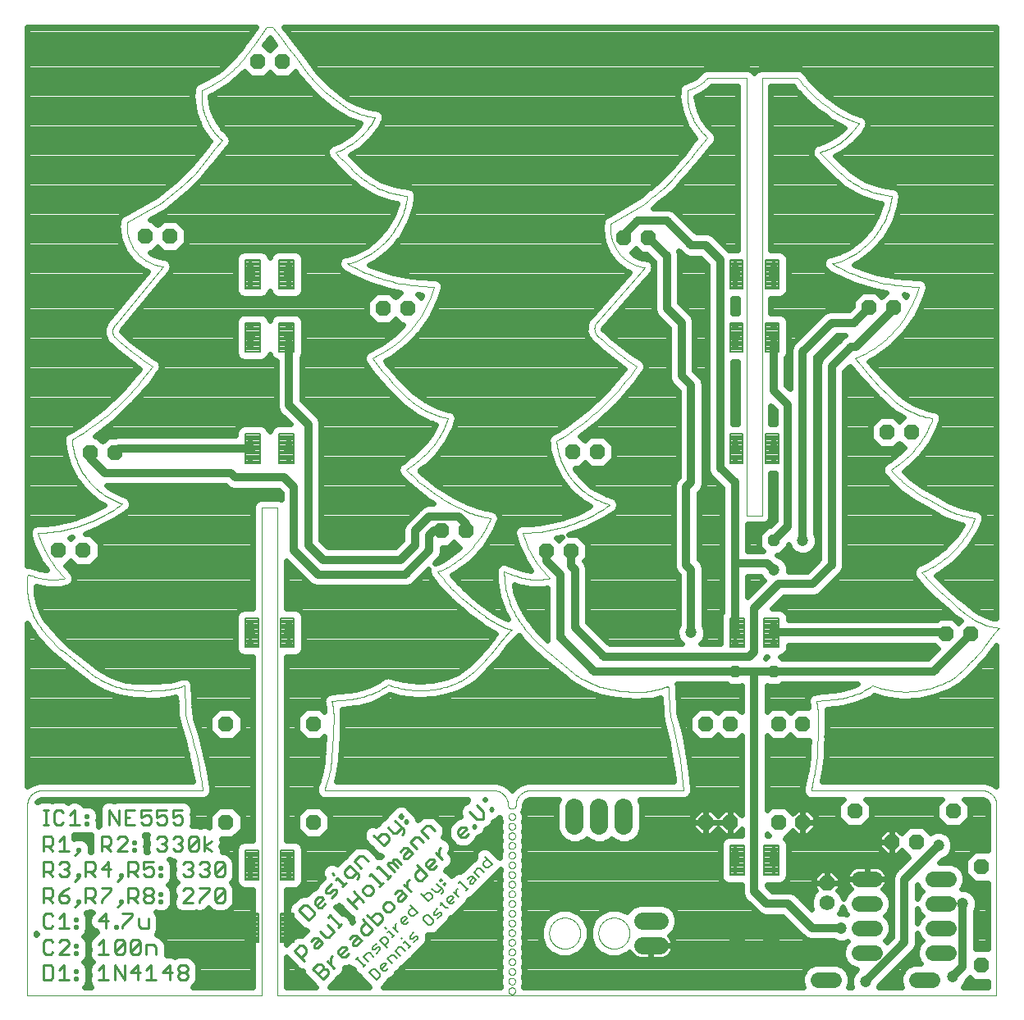
<source format=gtl>
G75*
%MOIN*%
%OFA0B0*%
%FSLAX25Y25*%
%IPPOS*%
%LPD*%
%AMOC8*
5,1,8,0,0,1.08239X$1,22.5*
%
%ADD10C,0.00000*%
%ADD11C,0.01100*%
%ADD12C,0.00800*%
%ADD13OC8,0.06200*%
%ADD14C,0.06200*%
%ADD15C,0.06200*%
%ADD16C,0.07000*%
%ADD17C,0.07331*%
%ADD18OC8,0.04134*%
%ADD19OC8,0.02578*%
%ADD20C,0.04724*%
%ADD21C,0.03200*%
%ADD22C,0.02400*%
%ADD23OC8,0.04724*%
D10*
X0255902Y0195547D02*
X0266138Y0187279D01*
X0240942Y0204995D02*
X0240367Y0204475D01*
X0239804Y0203943D01*
X0239253Y0203397D01*
X0238715Y0202840D01*
X0238189Y0202270D01*
X0237676Y0201689D01*
X0237176Y0201096D01*
X0236690Y0200492D01*
X0236218Y0199877D01*
X0238186Y0205783D02*
X0240942Y0204996D01*
X0242123Y0227043D02*
X0237792Y0228618D01*
X0237792Y0228224D01*
X0229918Y0210508D02*
X0230453Y0210083D01*
X0230998Y0209670D01*
X0231552Y0209271D01*
X0232116Y0208884D01*
X0232688Y0208511D01*
X0233269Y0208151D01*
X0233858Y0207806D01*
X0234455Y0207474D01*
X0235060Y0207156D01*
X0235672Y0206852D01*
X0236291Y0206563D01*
X0236917Y0206288D01*
X0237548Y0206028D01*
X0238186Y0205783D01*
X0256296Y0225862D02*
X0255902Y0226256D01*
X0237792Y0228224D02*
X0237807Y0227372D01*
X0237842Y0226521D01*
X0237898Y0225670D01*
X0237975Y0224822D01*
X0238072Y0223975D01*
X0238189Y0223131D01*
X0238327Y0222290D01*
X0238485Y0221452D01*
X0238663Y0220619D01*
X0238861Y0219790D01*
X0239079Y0218966D01*
X0239316Y0218148D01*
X0239574Y0217336D01*
X0239851Y0216530D01*
X0240147Y0215731D01*
X0240462Y0214939D01*
X0240797Y0214155D01*
X0241150Y0213380D01*
X0241522Y0212613D01*
X0241912Y0211855D01*
X0242320Y0211107D01*
X0242747Y0210370D01*
X0243191Y0209642D01*
X0243652Y0208926D01*
X0244130Y0208220D01*
X0244626Y0207527D01*
X0245137Y0206846D01*
X0245666Y0206177D01*
X0245272Y0244366D02*
X0248028Y0244366D01*
X0242123Y0227044D02*
X0242685Y0226829D01*
X0243251Y0226628D01*
X0243823Y0226442D01*
X0244399Y0226269D01*
X0244978Y0226110D01*
X0245562Y0225966D01*
X0246149Y0225836D01*
X0246739Y0225720D01*
X0247332Y0225619D01*
X0247927Y0225533D01*
X0248524Y0225461D01*
X0249122Y0225404D01*
X0249722Y0225361D01*
X0250322Y0225333D01*
X0250923Y0225320D01*
X0251524Y0225322D01*
X0252125Y0225338D01*
X0252726Y0225369D01*
X0253325Y0225415D01*
X0253923Y0225475D01*
X0254520Y0225550D01*
X0255114Y0225640D01*
X0255707Y0225744D01*
X0256296Y0225862D01*
X0232280Y0250272D02*
X0228737Y0251059D01*
X0212989Y0229406D02*
X0210627Y0228618D01*
X0218500Y0183342D02*
X0217650Y0182992D01*
X0216792Y0182662D01*
X0215926Y0182354D01*
X0215053Y0182066D01*
X0214173Y0181800D01*
X0213287Y0181556D01*
X0212395Y0181333D01*
X0211498Y0181132D01*
X0210596Y0180952D01*
X0209691Y0180795D01*
X0208781Y0180660D01*
X0207869Y0180547D01*
X0206954Y0180456D01*
X0206037Y0180388D01*
X0205119Y0180341D01*
X0204200Y0180318D01*
X0203281Y0180316D01*
X0202362Y0180337D01*
X0201444Y0180380D01*
X0200527Y0180446D01*
X0199611Y0180534D01*
X0198699Y0180644D01*
X0197789Y0180776D01*
X0196883Y0180931D01*
X0195981Y0181107D01*
X0195083Y0181306D01*
X0194190Y0181526D01*
X0193303Y0181767D01*
X0193304Y0181768D02*
X0190548Y0182555D01*
X0175194Y0176650D02*
X0167713Y0175862D01*
X0167854Y0175304D01*
X0167983Y0174742D01*
X0168097Y0174177D01*
X0168199Y0173609D01*
X0168286Y0173039D01*
X0168360Y0172468D01*
X0168421Y0171894D01*
X0168467Y0171320D01*
X0168500Y0170744D01*
X0165745Y0142791D02*
X0165351Y0141610D01*
X0164957Y0139642D02*
X0233461Y0139642D01*
X0233613Y0139640D01*
X0233765Y0139634D01*
X0233917Y0139624D01*
X0234068Y0139611D01*
X0234219Y0139593D01*
X0234370Y0139572D01*
X0234520Y0139546D01*
X0234669Y0139517D01*
X0234818Y0139484D01*
X0234965Y0139447D01*
X0235112Y0139407D01*
X0235257Y0139362D01*
X0235401Y0139314D01*
X0235544Y0139262D01*
X0235686Y0139207D01*
X0235826Y0139148D01*
X0235965Y0139085D01*
X0236102Y0139019D01*
X0236237Y0138949D01*
X0236370Y0138876D01*
X0236501Y0138799D01*
X0236631Y0138719D01*
X0236758Y0138636D01*
X0236883Y0138550D01*
X0237006Y0138460D01*
X0237126Y0138367D01*
X0237244Y0138271D01*
X0237360Y0138172D01*
X0237473Y0138070D01*
X0237583Y0137966D01*
X0237691Y0137858D01*
X0237795Y0137748D01*
X0237897Y0137635D01*
X0237996Y0137519D01*
X0238092Y0137401D01*
X0238185Y0137281D01*
X0238275Y0137158D01*
X0238361Y0137033D01*
X0238444Y0136906D01*
X0238524Y0136776D01*
X0238601Y0136645D01*
X0238674Y0136512D01*
X0238744Y0136377D01*
X0238810Y0136240D01*
X0238873Y0136101D01*
X0238932Y0135961D01*
X0238987Y0135819D01*
X0239039Y0135676D01*
X0239087Y0135532D01*
X0239132Y0135387D01*
X0239172Y0135240D01*
X0239209Y0135093D01*
X0239242Y0134944D01*
X0239271Y0134795D01*
X0239297Y0134645D01*
X0239318Y0134494D01*
X0239336Y0134343D01*
X0239349Y0134192D01*
X0239359Y0134040D01*
X0239365Y0133888D01*
X0239367Y0133736D01*
X0240942Y0132161D02*
X0241019Y0132163D01*
X0241096Y0132169D01*
X0241173Y0132178D01*
X0241249Y0132191D01*
X0241325Y0132208D01*
X0241399Y0132229D01*
X0241473Y0132253D01*
X0241545Y0132281D01*
X0241615Y0132312D01*
X0241684Y0132347D01*
X0241752Y0132385D01*
X0241817Y0132426D01*
X0241880Y0132471D01*
X0241941Y0132519D01*
X0242000Y0132569D01*
X0242056Y0132622D01*
X0242109Y0132678D01*
X0242159Y0132737D01*
X0242207Y0132798D01*
X0242252Y0132861D01*
X0242293Y0132926D01*
X0242331Y0132994D01*
X0242366Y0133063D01*
X0242397Y0133133D01*
X0242425Y0133205D01*
X0242449Y0133279D01*
X0242470Y0133353D01*
X0242487Y0133429D01*
X0242500Y0133505D01*
X0242509Y0133582D01*
X0242515Y0133659D01*
X0242517Y0133736D01*
X0240942Y0132161D02*
X0240865Y0132163D01*
X0240788Y0132169D01*
X0240711Y0132178D01*
X0240635Y0132191D01*
X0240559Y0132208D01*
X0240485Y0132229D01*
X0240411Y0132253D01*
X0240339Y0132281D01*
X0240269Y0132312D01*
X0240200Y0132347D01*
X0240132Y0132385D01*
X0240067Y0132426D01*
X0240004Y0132471D01*
X0239943Y0132519D01*
X0239884Y0132569D01*
X0239828Y0132622D01*
X0239775Y0132678D01*
X0239725Y0132737D01*
X0239677Y0132798D01*
X0239632Y0132861D01*
X0239591Y0132926D01*
X0239553Y0132994D01*
X0239518Y0133063D01*
X0239487Y0133133D01*
X0239459Y0133205D01*
X0239435Y0133279D01*
X0239414Y0133353D01*
X0239397Y0133429D01*
X0239384Y0133505D01*
X0239375Y0133582D01*
X0239369Y0133659D01*
X0239367Y0133736D01*
X0239564Y0129012D02*
X0239566Y0129086D01*
X0239572Y0129160D01*
X0239582Y0129233D01*
X0239596Y0129306D01*
X0239613Y0129378D01*
X0239635Y0129448D01*
X0239660Y0129518D01*
X0239689Y0129586D01*
X0239722Y0129652D01*
X0239758Y0129717D01*
X0239798Y0129779D01*
X0239840Y0129840D01*
X0239886Y0129898D01*
X0239935Y0129953D01*
X0239987Y0130006D01*
X0240042Y0130056D01*
X0240099Y0130102D01*
X0240159Y0130146D01*
X0240221Y0130186D01*
X0240285Y0130223D01*
X0240351Y0130257D01*
X0240419Y0130287D01*
X0240488Y0130313D01*
X0240559Y0130336D01*
X0240630Y0130354D01*
X0240703Y0130369D01*
X0240776Y0130380D01*
X0240850Y0130387D01*
X0240924Y0130390D01*
X0240997Y0130389D01*
X0241071Y0130384D01*
X0241145Y0130375D01*
X0241218Y0130362D01*
X0241290Y0130345D01*
X0241361Y0130325D01*
X0241431Y0130300D01*
X0241499Y0130272D01*
X0241566Y0130241D01*
X0241631Y0130205D01*
X0241694Y0130167D01*
X0241755Y0130125D01*
X0241814Y0130079D01*
X0241870Y0130031D01*
X0241923Y0129980D01*
X0241973Y0129926D01*
X0242021Y0129869D01*
X0242065Y0129810D01*
X0242107Y0129748D01*
X0242145Y0129685D01*
X0242179Y0129619D01*
X0242210Y0129552D01*
X0242237Y0129483D01*
X0242260Y0129413D01*
X0242280Y0129342D01*
X0242296Y0129269D01*
X0242308Y0129196D01*
X0242316Y0129123D01*
X0242320Y0129049D01*
X0242320Y0128975D01*
X0242316Y0128901D01*
X0242308Y0128828D01*
X0242296Y0128755D01*
X0242280Y0128682D01*
X0242260Y0128611D01*
X0242237Y0128541D01*
X0242210Y0128472D01*
X0242179Y0128405D01*
X0242145Y0128339D01*
X0242107Y0128276D01*
X0242065Y0128214D01*
X0242021Y0128155D01*
X0241973Y0128098D01*
X0241923Y0128044D01*
X0241870Y0127993D01*
X0241814Y0127945D01*
X0241755Y0127899D01*
X0241694Y0127857D01*
X0241631Y0127819D01*
X0241566Y0127783D01*
X0241499Y0127752D01*
X0241431Y0127724D01*
X0241361Y0127699D01*
X0241290Y0127679D01*
X0241218Y0127662D01*
X0241145Y0127649D01*
X0241071Y0127640D01*
X0240997Y0127635D01*
X0240924Y0127634D01*
X0240850Y0127637D01*
X0240776Y0127644D01*
X0240703Y0127655D01*
X0240630Y0127670D01*
X0240559Y0127688D01*
X0240488Y0127711D01*
X0240419Y0127737D01*
X0240351Y0127767D01*
X0240285Y0127801D01*
X0240221Y0127838D01*
X0240159Y0127878D01*
X0240099Y0127922D01*
X0240042Y0127968D01*
X0239987Y0128018D01*
X0239935Y0128071D01*
X0239886Y0128126D01*
X0239840Y0128184D01*
X0239798Y0128245D01*
X0239758Y0128307D01*
X0239722Y0128372D01*
X0239689Y0128438D01*
X0239660Y0128506D01*
X0239635Y0128576D01*
X0239613Y0128646D01*
X0239596Y0128718D01*
X0239582Y0128791D01*
X0239572Y0128864D01*
X0239566Y0128938D01*
X0239564Y0129012D01*
X0239564Y0125075D02*
X0239566Y0125149D01*
X0239572Y0125223D01*
X0239582Y0125296D01*
X0239596Y0125369D01*
X0239613Y0125441D01*
X0239635Y0125511D01*
X0239660Y0125581D01*
X0239689Y0125649D01*
X0239722Y0125715D01*
X0239758Y0125780D01*
X0239798Y0125842D01*
X0239840Y0125903D01*
X0239886Y0125961D01*
X0239935Y0126016D01*
X0239987Y0126069D01*
X0240042Y0126119D01*
X0240099Y0126165D01*
X0240159Y0126209D01*
X0240221Y0126249D01*
X0240285Y0126286D01*
X0240351Y0126320D01*
X0240419Y0126350D01*
X0240488Y0126376D01*
X0240559Y0126399D01*
X0240630Y0126417D01*
X0240703Y0126432D01*
X0240776Y0126443D01*
X0240850Y0126450D01*
X0240924Y0126453D01*
X0240997Y0126452D01*
X0241071Y0126447D01*
X0241145Y0126438D01*
X0241218Y0126425D01*
X0241290Y0126408D01*
X0241361Y0126388D01*
X0241431Y0126363D01*
X0241499Y0126335D01*
X0241566Y0126304D01*
X0241631Y0126268D01*
X0241694Y0126230D01*
X0241755Y0126188D01*
X0241814Y0126142D01*
X0241870Y0126094D01*
X0241923Y0126043D01*
X0241973Y0125989D01*
X0242021Y0125932D01*
X0242065Y0125873D01*
X0242107Y0125811D01*
X0242145Y0125748D01*
X0242179Y0125682D01*
X0242210Y0125615D01*
X0242237Y0125546D01*
X0242260Y0125476D01*
X0242280Y0125405D01*
X0242296Y0125332D01*
X0242308Y0125259D01*
X0242316Y0125186D01*
X0242320Y0125112D01*
X0242320Y0125038D01*
X0242316Y0124964D01*
X0242308Y0124891D01*
X0242296Y0124818D01*
X0242280Y0124745D01*
X0242260Y0124674D01*
X0242237Y0124604D01*
X0242210Y0124535D01*
X0242179Y0124468D01*
X0242145Y0124402D01*
X0242107Y0124339D01*
X0242065Y0124277D01*
X0242021Y0124218D01*
X0241973Y0124161D01*
X0241923Y0124107D01*
X0241870Y0124056D01*
X0241814Y0124008D01*
X0241755Y0123962D01*
X0241694Y0123920D01*
X0241631Y0123882D01*
X0241566Y0123846D01*
X0241499Y0123815D01*
X0241431Y0123787D01*
X0241361Y0123762D01*
X0241290Y0123742D01*
X0241218Y0123725D01*
X0241145Y0123712D01*
X0241071Y0123703D01*
X0240997Y0123698D01*
X0240924Y0123697D01*
X0240850Y0123700D01*
X0240776Y0123707D01*
X0240703Y0123718D01*
X0240630Y0123733D01*
X0240559Y0123751D01*
X0240488Y0123774D01*
X0240419Y0123800D01*
X0240351Y0123830D01*
X0240285Y0123864D01*
X0240221Y0123901D01*
X0240159Y0123941D01*
X0240099Y0123985D01*
X0240042Y0124031D01*
X0239987Y0124081D01*
X0239935Y0124134D01*
X0239886Y0124189D01*
X0239840Y0124247D01*
X0239798Y0124308D01*
X0239758Y0124370D01*
X0239722Y0124435D01*
X0239689Y0124501D01*
X0239660Y0124569D01*
X0239635Y0124639D01*
X0239613Y0124709D01*
X0239596Y0124781D01*
X0239582Y0124854D01*
X0239572Y0124927D01*
X0239566Y0125001D01*
X0239564Y0125075D01*
X0239564Y0121138D02*
X0239566Y0121212D01*
X0239572Y0121286D01*
X0239582Y0121359D01*
X0239596Y0121432D01*
X0239613Y0121504D01*
X0239635Y0121574D01*
X0239660Y0121644D01*
X0239689Y0121712D01*
X0239722Y0121778D01*
X0239758Y0121843D01*
X0239798Y0121905D01*
X0239840Y0121966D01*
X0239886Y0122024D01*
X0239935Y0122079D01*
X0239987Y0122132D01*
X0240042Y0122182D01*
X0240099Y0122228D01*
X0240159Y0122272D01*
X0240221Y0122312D01*
X0240285Y0122349D01*
X0240351Y0122383D01*
X0240419Y0122413D01*
X0240488Y0122439D01*
X0240559Y0122462D01*
X0240630Y0122480D01*
X0240703Y0122495D01*
X0240776Y0122506D01*
X0240850Y0122513D01*
X0240924Y0122516D01*
X0240997Y0122515D01*
X0241071Y0122510D01*
X0241145Y0122501D01*
X0241218Y0122488D01*
X0241290Y0122471D01*
X0241361Y0122451D01*
X0241431Y0122426D01*
X0241499Y0122398D01*
X0241566Y0122367D01*
X0241631Y0122331D01*
X0241694Y0122293D01*
X0241755Y0122251D01*
X0241814Y0122205D01*
X0241870Y0122157D01*
X0241923Y0122106D01*
X0241973Y0122052D01*
X0242021Y0121995D01*
X0242065Y0121936D01*
X0242107Y0121874D01*
X0242145Y0121811D01*
X0242179Y0121745D01*
X0242210Y0121678D01*
X0242237Y0121609D01*
X0242260Y0121539D01*
X0242280Y0121468D01*
X0242296Y0121395D01*
X0242308Y0121322D01*
X0242316Y0121249D01*
X0242320Y0121175D01*
X0242320Y0121101D01*
X0242316Y0121027D01*
X0242308Y0120954D01*
X0242296Y0120881D01*
X0242280Y0120808D01*
X0242260Y0120737D01*
X0242237Y0120667D01*
X0242210Y0120598D01*
X0242179Y0120531D01*
X0242145Y0120465D01*
X0242107Y0120402D01*
X0242065Y0120340D01*
X0242021Y0120281D01*
X0241973Y0120224D01*
X0241923Y0120170D01*
X0241870Y0120119D01*
X0241814Y0120071D01*
X0241755Y0120025D01*
X0241694Y0119983D01*
X0241631Y0119945D01*
X0241566Y0119909D01*
X0241499Y0119878D01*
X0241431Y0119850D01*
X0241361Y0119825D01*
X0241290Y0119805D01*
X0241218Y0119788D01*
X0241145Y0119775D01*
X0241071Y0119766D01*
X0240997Y0119761D01*
X0240924Y0119760D01*
X0240850Y0119763D01*
X0240776Y0119770D01*
X0240703Y0119781D01*
X0240630Y0119796D01*
X0240559Y0119814D01*
X0240488Y0119837D01*
X0240419Y0119863D01*
X0240351Y0119893D01*
X0240285Y0119927D01*
X0240221Y0119964D01*
X0240159Y0120004D01*
X0240099Y0120048D01*
X0240042Y0120094D01*
X0239987Y0120144D01*
X0239935Y0120197D01*
X0239886Y0120252D01*
X0239840Y0120310D01*
X0239798Y0120371D01*
X0239758Y0120433D01*
X0239722Y0120498D01*
X0239689Y0120564D01*
X0239660Y0120632D01*
X0239635Y0120702D01*
X0239613Y0120772D01*
X0239596Y0120844D01*
X0239582Y0120917D01*
X0239572Y0120990D01*
X0239566Y0121064D01*
X0239564Y0121138D01*
X0239564Y0117201D02*
X0239566Y0117275D01*
X0239572Y0117349D01*
X0239582Y0117422D01*
X0239596Y0117495D01*
X0239613Y0117567D01*
X0239635Y0117637D01*
X0239660Y0117707D01*
X0239689Y0117775D01*
X0239722Y0117841D01*
X0239758Y0117906D01*
X0239798Y0117968D01*
X0239840Y0118029D01*
X0239886Y0118087D01*
X0239935Y0118142D01*
X0239987Y0118195D01*
X0240042Y0118245D01*
X0240099Y0118291D01*
X0240159Y0118335D01*
X0240221Y0118375D01*
X0240285Y0118412D01*
X0240351Y0118446D01*
X0240419Y0118476D01*
X0240488Y0118502D01*
X0240559Y0118525D01*
X0240630Y0118543D01*
X0240703Y0118558D01*
X0240776Y0118569D01*
X0240850Y0118576D01*
X0240924Y0118579D01*
X0240997Y0118578D01*
X0241071Y0118573D01*
X0241145Y0118564D01*
X0241218Y0118551D01*
X0241290Y0118534D01*
X0241361Y0118514D01*
X0241431Y0118489D01*
X0241499Y0118461D01*
X0241566Y0118430D01*
X0241631Y0118394D01*
X0241694Y0118356D01*
X0241755Y0118314D01*
X0241814Y0118268D01*
X0241870Y0118220D01*
X0241923Y0118169D01*
X0241973Y0118115D01*
X0242021Y0118058D01*
X0242065Y0117999D01*
X0242107Y0117937D01*
X0242145Y0117874D01*
X0242179Y0117808D01*
X0242210Y0117741D01*
X0242237Y0117672D01*
X0242260Y0117602D01*
X0242280Y0117531D01*
X0242296Y0117458D01*
X0242308Y0117385D01*
X0242316Y0117312D01*
X0242320Y0117238D01*
X0242320Y0117164D01*
X0242316Y0117090D01*
X0242308Y0117017D01*
X0242296Y0116944D01*
X0242280Y0116871D01*
X0242260Y0116800D01*
X0242237Y0116730D01*
X0242210Y0116661D01*
X0242179Y0116594D01*
X0242145Y0116528D01*
X0242107Y0116465D01*
X0242065Y0116403D01*
X0242021Y0116344D01*
X0241973Y0116287D01*
X0241923Y0116233D01*
X0241870Y0116182D01*
X0241814Y0116134D01*
X0241755Y0116088D01*
X0241694Y0116046D01*
X0241631Y0116008D01*
X0241566Y0115972D01*
X0241499Y0115941D01*
X0241431Y0115913D01*
X0241361Y0115888D01*
X0241290Y0115868D01*
X0241218Y0115851D01*
X0241145Y0115838D01*
X0241071Y0115829D01*
X0240997Y0115824D01*
X0240924Y0115823D01*
X0240850Y0115826D01*
X0240776Y0115833D01*
X0240703Y0115844D01*
X0240630Y0115859D01*
X0240559Y0115877D01*
X0240488Y0115900D01*
X0240419Y0115926D01*
X0240351Y0115956D01*
X0240285Y0115990D01*
X0240221Y0116027D01*
X0240159Y0116067D01*
X0240099Y0116111D01*
X0240042Y0116157D01*
X0239987Y0116207D01*
X0239935Y0116260D01*
X0239886Y0116315D01*
X0239840Y0116373D01*
X0239798Y0116434D01*
X0239758Y0116496D01*
X0239722Y0116561D01*
X0239689Y0116627D01*
X0239660Y0116695D01*
X0239635Y0116765D01*
X0239613Y0116835D01*
X0239596Y0116907D01*
X0239582Y0116980D01*
X0239572Y0117053D01*
X0239566Y0117127D01*
X0239564Y0117201D01*
X0239564Y0113264D02*
X0239566Y0113338D01*
X0239572Y0113412D01*
X0239582Y0113485D01*
X0239596Y0113558D01*
X0239613Y0113630D01*
X0239635Y0113700D01*
X0239660Y0113770D01*
X0239689Y0113838D01*
X0239722Y0113904D01*
X0239758Y0113969D01*
X0239798Y0114031D01*
X0239840Y0114092D01*
X0239886Y0114150D01*
X0239935Y0114205D01*
X0239987Y0114258D01*
X0240042Y0114308D01*
X0240099Y0114354D01*
X0240159Y0114398D01*
X0240221Y0114438D01*
X0240285Y0114475D01*
X0240351Y0114509D01*
X0240419Y0114539D01*
X0240488Y0114565D01*
X0240559Y0114588D01*
X0240630Y0114606D01*
X0240703Y0114621D01*
X0240776Y0114632D01*
X0240850Y0114639D01*
X0240924Y0114642D01*
X0240997Y0114641D01*
X0241071Y0114636D01*
X0241145Y0114627D01*
X0241218Y0114614D01*
X0241290Y0114597D01*
X0241361Y0114577D01*
X0241431Y0114552D01*
X0241499Y0114524D01*
X0241566Y0114493D01*
X0241631Y0114457D01*
X0241694Y0114419D01*
X0241755Y0114377D01*
X0241814Y0114331D01*
X0241870Y0114283D01*
X0241923Y0114232D01*
X0241973Y0114178D01*
X0242021Y0114121D01*
X0242065Y0114062D01*
X0242107Y0114000D01*
X0242145Y0113937D01*
X0242179Y0113871D01*
X0242210Y0113804D01*
X0242237Y0113735D01*
X0242260Y0113665D01*
X0242280Y0113594D01*
X0242296Y0113521D01*
X0242308Y0113448D01*
X0242316Y0113375D01*
X0242320Y0113301D01*
X0242320Y0113227D01*
X0242316Y0113153D01*
X0242308Y0113080D01*
X0242296Y0113007D01*
X0242280Y0112934D01*
X0242260Y0112863D01*
X0242237Y0112793D01*
X0242210Y0112724D01*
X0242179Y0112657D01*
X0242145Y0112591D01*
X0242107Y0112528D01*
X0242065Y0112466D01*
X0242021Y0112407D01*
X0241973Y0112350D01*
X0241923Y0112296D01*
X0241870Y0112245D01*
X0241814Y0112197D01*
X0241755Y0112151D01*
X0241694Y0112109D01*
X0241631Y0112071D01*
X0241566Y0112035D01*
X0241499Y0112004D01*
X0241431Y0111976D01*
X0241361Y0111951D01*
X0241290Y0111931D01*
X0241218Y0111914D01*
X0241145Y0111901D01*
X0241071Y0111892D01*
X0240997Y0111887D01*
X0240924Y0111886D01*
X0240850Y0111889D01*
X0240776Y0111896D01*
X0240703Y0111907D01*
X0240630Y0111922D01*
X0240559Y0111940D01*
X0240488Y0111963D01*
X0240419Y0111989D01*
X0240351Y0112019D01*
X0240285Y0112053D01*
X0240221Y0112090D01*
X0240159Y0112130D01*
X0240099Y0112174D01*
X0240042Y0112220D01*
X0239987Y0112270D01*
X0239935Y0112323D01*
X0239886Y0112378D01*
X0239840Y0112436D01*
X0239798Y0112497D01*
X0239758Y0112559D01*
X0239722Y0112624D01*
X0239689Y0112690D01*
X0239660Y0112758D01*
X0239635Y0112828D01*
X0239613Y0112898D01*
X0239596Y0112970D01*
X0239582Y0113043D01*
X0239572Y0113116D01*
X0239566Y0113190D01*
X0239564Y0113264D01*
X0239564Y0109327D02*
X0239566Y0109401D01*
X0239572Y0109475D01*
X0239582Y0109548D01*
X0239596Y0109621D01*
X0239613Y0109693D01*
X0239635Y0109763D01*
X0239660Y0109833D01*
X0239689Y0109901D01*
X0239722Y0109967D01*
X0239758Y0110032D01*
X0239798Y0110094D01*
X0239840Y0110155D01*
X0239886Y0110213D01*
X0239935Y0110268D01*
X0239987Y0110321D01*
X0240042Y0110371D01*
X0240099Y0110417D01*
X0240159Y0110461D01*
X0240221Y0110501D01*
X0240285Y0110538D01*
X0240351Y0110572D01*
X0240419Y0110602D01*
X0240488Y0110628D01*
X0240559Y0110651D01*
X0240630Y0110669D01*
X0240703Y0110684D01*
X0240776Y0110695D01*
X0240850Y0110702D01*
X0240924Y0110705D01*
X0240997Y0110704D01*
X0241071Y0110699D01*
X0241145Y0110690D01*
X0241218Y0110677D01*
X0241290Y0110660D01*
X0241361Y0110640D01*
X0241431Y0110615D01*
X0241499Y0110587D01*
X0241566Y0110556D01*
X0241631Y0110520D01*
X0241694Y0110482D01*
X0241755Y0110440D01*
X0241814Y0110394D01*
X0241870Y0110346D01*
X0241923Y0110295D01*
X0241973Y0110241D01*
X0242021Y0110184D01*
X0242065Y0110125D01*
X0242107Y0110063D01*
X0242145Y0110000D01*
X0242179Y0109934D01*
X0242210Y0109867D01*
X0242237Y0109798D01*
X0242260Y0109728D01*
X0242280Y0109657D01*
X0242296Y0109584D01*
X0242308Y0109511D01*
X0242316Y0109438D01*
X0242320Y0109364D01*
X0242320Y0109290D01*
X0242316Y0109216D01*
X0242308Y0109143D01*
X0242296Y0109070D01*
X0242280Y0108997D01*
X0242260Y0108926D01*
X0242237Y0108856D01*
X0242210Y0108787D01*
X0242179Y0108720D01*
X0242145Y0108654D01*
X0242107Y0108591D01*
X0242065Y0108529D01*
X0242021Y0108470D01*
X0241973Y0108413D01*
X0241923Y0108359D01*
X0241870Y0108308D01*
X0241814Y0108260D01*
X0241755Y0108214D01*
X0241694Y0108172D01*
X0241631Y0108134D01*
X0241566Y0108098D01*
X0241499Y0108067D01*
X0241431Y0108039D01*
X0241361Y0108014D01*
X0241290Y0107994D01*
X0241218Y0107977D01*
X0241145Y0107964D01*
X0241071Y0107955D01*
X0240997Y0107950D01*
X0240924Y0107949D01*
X0240850Y0107952D01*
X0240776Y0107959D01*
X0240703Y0107970D01*
X0240630Y0107985D01*
X0240559Y0108003D01*
X0240488Y0108026D01*
X0240419Y0108052D01*
X0240351Y0108082D01*
X0240285Y0108116D01*
X0240221Y0108153D01*
X0240159Y0108193D01*
X0240099Y0108237D01*
X0240042Y0108283D01*
X0239987Y0108333D01*
X0239935Y0108386D01*
X0239886Y0108441D01*
X0239840Y0108499D01*
X0239798Y0108560D01*
X0239758Y0108622D01*
X0239722Y0108687D01*
X0239689Y0108753D01*
X0239660Y0108821D01*
X0239635Y0108891D01*
X0239613Y0108961D01*
X0239596Y0109033D01*
X0239582Y0109106D01*
X0239572Y0109179D01*
X0239566Y0109253D01*
X0239564Y0109327D01*
X0239564Y0105390D02*
X0239566Y0105464D01*
X0239572Y0105538D01*
X0239582Y0105611D01*
X0239596Y0105684D01*
X0239613Y0105756D01*
X0239635Y0105826D01*
X0239660Y0105896D01*
X0239689Y0105964D01*
X0239722Y0106030D01*
X0239758Y0106095D01*
X0239798Y0106157D01*
X0239840Y0106218D01*
X0239886Y0106276D01*
X0239935Y0106331D01*
X0239987Y0106384D01*
X0240042Y0106434D01*
X0240099Y0106480D01*
X0240159Y0106524D01*
X0240221Y0106564D01*
X0240285Y0106601D01*
X0240351Y0106635D01*
X0240419Y0106665D01*
X0240488Y0106691D01*
X0240559Y0106714D01*
X0240630Y0106732D01*
X0240703Y0106747D01*
X0240776Y0106758D01*
X0240850Y0106765D01*
X0240924Y0106768D01*
X0240997Y0106767D01*
X0241071Y0106762D01*
X0241145Y0106753D01*
X0241218Y0106740D01*
X0241290Y0106723D01*
X0241361Y0106703D01*
X0241431Y0106678D01*
X0241499Y0106650D01*
X0241566Y0106619D01*
X0241631Y0106583D01*
X0241694Y0106545D01*
X0241755Y0106503D01*
X0241814Y0106457D01*
X0241870Y0106409D01*
X0241923Y0106358D01*
X0241973Y0106304D01*
X0242021Y0106247D01*
X0242065Y0106188D01*
X0242107Y0106126D01*
X0242145Y0106063D01*
X0242179Y0105997D01*
X0242210Y0105930D01*
X0242237Y0105861D01*
X0242260Y0105791D01*
X0242280Y0105720D01*
X0242296Y0105647D01*
X0242308Y0105574D01*
X0242316Y0105501D01*
X0242320Y0105427D01*
X0242320Y0105353D01*
X0242316Y0105279D01*
X0242308Y0105206D01*
X0242296Y0105133D01*
X0242280Y0105060D01*
X0242260Y0104989D01*
X0242237Y0104919D01*
X0242210Y0104850D01*
X0242179Y0104783D01*
X0242145Y0104717D01*
X0242107Y0104654D01*
X0242065Y0104592D01*
X0242021Y0104533D01*
X0241973Y0104476D01*
X0241923Y0104422D01*
X0241870Y0104371D01*
X0241814Y0104323D01*
X0241755Y0104277D01*
X0241694Y0104235D01*
X0241631Y0104197D01*
X0241566Y0104161D01*
X0241499Y0104130D01*
X0241431Y0104102D01*
X0241361Y0104077D01*
X0241290Y0104057D01*
X0241218Y0104040D01*
X0241145Y0104027D01*
X0241071Y0104018D01*
X0240997Y0104013D01*
X0240924Y0104012D01*
X0240850Y0104015D01*
X0240776Y0104022D01*
X0240703Y0104033D01*
X0240630Y0104048D01*
X0240559Y0104066D01*
X0240488Y0104089D01*
X0240419Y0104115D01*
X0240351Y0104145D01*
X0240285Y0104179D01*
X0240221Y0104216D01*
X0240159Y0104256D01*
X0240099Y0104300D01*
X0240042Y0104346D01*
X0239987Y0104396D01*
X0239935Y0104449D01*
X0239886Y0104504D01*
X0239840Y0104562D01*
X0239798Y0104623D01*
X0239758Y0104685D01*
X0239722Y0104750D01*
X0239689Y0104816D01*
X0239660Y0104884D01*
X0239635Y0104954D01*
X0239613Y0105024D01*
X0239596Y0105096D01*
X0239582Y0105169D01*
X0239572Y0105242D01*
X0239566Y0105316D01*
X0239564Y0105390D01*
X0239564Y0101453D02*
X0239566Y0101527D01*
X0239572Y0101601D01*
X0239582Y0101674D01*
X0239596Y0101747D01*
X0239613Y0101819D01*
X0239635Y0101889D01*
X0239660Y0101959D01*
X0239689Y0102027D01*
X0239722Y0102093D01*
X0239758Y0102158D01*
X0239798Y0102220D01*
X0239840Y0102281D01*
X0239886Y0102339D01*
X0239935Y0102394D01*
X0239987Y0102447D01*
X0240042Y0102497D01*
X0240099Y0102543D01*
X0240159Y0102587D01*
X0240221Y0102627D01*
X0240285Y0102664D01*
X0240351Y0102698D01*
X0240419Y0102728D01*
X0240488Y0102754D01*
X0240559Y0102777D01*
X0240630Y0102795D01*
X0240703Y0102810D01*
X0240776Y0102821D01*
X0240850Y0102828D01*
X0240924Y0102831D01*
X0240997Y0102830D01*
X0241071Y0102825D01*
X0241145Y0102816D01*
X0241218Y0102803D01*
X0241290Y0102786D01*
X0241361Y0102766D01*
X0241431Y0102741D01*
X0241499Y0102713D01*
X0241566Y0102682D01*
X0241631Y0102646D01*
X0241694Y0102608D01*
X0241755Y0102566D01*
X0241814Y0102520D01*
X0241870Y0102472D01*
X0241923Y0102421D01*
X0241973Y0102367D01*
X0242021Y0102310D01*
X0242065Y0102251D01*
X0242107Y0102189D01*
X0242145Y0102126D01*
X0242179Y0102060D01*
X0242210Y0101993D01*
X0242237Y0101924D01*
X0242260Y0101854D01*
X0242280Y0101783D01*
X0242296Y0101710D01*
X0242308Y0101637D01*
X0242316Y0101564D01*
X0242320Y0101490D01*
X0242320Y0101416D01*
X0242316Y0101342D01*
X0242308Y0101269D01*
X0242296Y0101196D01*
X0242280Y0101123D01*
X0242260Y0101052D01*
X0242237Y0100982D01*
X0242210Y0100913D01*
X0242179Y0100846D01*
X0242145Y0100780D01*
X0242107Y0100717D01*
X0242065Y0100655D01*
X0242021Y0100596D01*
X0241973Y0100539D01*
X0241923Y0100485D01*
X0241870Y0100434D01*
X0241814Y0100386D01*
X0241755Y0100340D01*
X0241694Y0100298D01*
X0241631Y0100260D01*
X0241566Y0100224D01*
X0241499Y0100193D01*
X0241431Y0100165D01*
X0241361Y0100140D01*
X0241290Y0100120D01*
X0241218Y0100103D01*
X0241145Y0100090D01*
X0241071Y0100081D01*
X0240997Y0100076D01*
X0240924Y0100075D01*
X0240850Y0100078D01*
X0240776Y0100085D01*
X0240703Y0100096D01*
X0240630Y0100111D01*
X0240559Y0100129D01*
X0240488Y0100152D01*
X0240419Y0100178D01*
X0240351Y0100208D01*
X0240285Y0100242D01*
X0240221Y0100279D01*
X0240159Y0100319D01*
X0240099Y0100363D01*
X0240042Y0100409D01*
X0239987Y0100459D01*
X0239935Y0100512D01*
X0239886Y0100567D01*
X0239840Y0100625D01*
X0239798Y0100686D01*
X0239758Y0100748D01*
X0239722Y0100813D01*
X0239689Y0100879D01*
X0239660Y0100947D01*
X0239635Y0101017D01*
X0239613Y0101087D01*
X0239596Y0101159D01*
X0239582Y0101232D01*
X0239572Y0101305D01*
X0239566Y0101379D01*
X0239564Y0101453D01*
X0239564Y0097516D02*
X0239566Y0097590D01*
X0239572Y0097664D01*
X0239582Y0097737D01*
X0239596Y0097810D01*
X0239613Y0097882D01*
X0239635Y0097952D01*
X0239660Y0098022D01*
X0239689Y0098090D01*
X0239722Y0098156D01*
X0239758Y0098221D01*
X0239798Y0098283D01*
X0239840Y0098344D01*
X0239886Y0098402D01*
X0239935Y0098457D01*
X0239987Y0098510D01*
X0240042Y0098560D01*
X0240099Y0098606D01*
X0240159Y0098650D01*
X0240221Y0098690D01*
X0240285Y0098727D01*
X0240351Y0098761D01*
X0240419Y0098791D01*
X0240488Y0098817D01*
X0240559Y0098840D01*
X0240630Y0098858D01*
X0240703Y0098873D01*
X0240776Y0098884D01*
X0240850Y0098891D01*
X0240924Y0098894D01*
X0240997Y0098893D01*
X0241071Y0098888D01*
X0241145Y0098879D01*
X0241218Y0098866D01*
X0241290Y0098849D01*
X0241361Y0098829D01*
X0241431Y0098804D01*
X0241499Y0098776D01*
X0241566Y0098745D01*
X0241631Y0098709D01*
X0241694Y0098671D01*
X0241755Y0098629D01*
X0241814Y0098583D01*
X0241870Y0098535D01*
X0241923Y0098484D01*
X0241973Y0098430D01*
X0242021Y0098373D01*
X0242065Y0098314D01*
X0242107Y0098252D01*
X0242145Y0098189D01*
X0242179Y0098123D01*
X0242210Y0098056D01*
X0242237Y0097987D01*
X0242260Y0097917D01*
X0242280Y0097846D01*
X0242296Y0097773D01*
X0242308Y0097700D01*
X0242316Y0097627D01*
X0242320Y0097553D01*
X0242320Y0097479D01*
X0242316Y0097405D01*
X0242308Y0097332D01*
X0242296Y0097259D01*
X0242280Y0097186D01*
X0242260Y0097115D01*
X0242237Y0097045D01*
X0242210Y0096976D01*
X0242179Y0096909D01*
X0242145Y0096843D01*
X0242107Y0096780D01*
X0242065Y0096718D01*
X0242021Y0096659D01*
X0241973Y0096602D01*
X0241923Y0096548D01*
X0241870Y0096497D01*
X0241814Y0096449D01*
X0241755Y0096403D01*
X0241694Y0096361D01*
X0241631Y0096323D01*
X0241566Y0096287D01*
X0241499Y0096256D01*
X0241431Y0096228D01*
X0241361Y0096203D01*
X0241290Y0096183D01*
X0241218Y0096166D01*
X0241145Y0096153D01*
X0241071Y0096144D01*
X0240997Y0096139D01*
X0240924Y0096138D01*
X0240850Y0096141D01*
X0240776Y0096148D01*
X0240703Y0096159D01*
X0240630Y0096174D01*
X0240559Y0096192D01*
X0240488Y0096215D01*
X0240419Y0096241D01*
X0240351Y0096271D01*
X0240285Y0096305D01*
X0240221Y0096342D01*
X0240159Y0096382D01*
X0240099Y0096426D01*
X0240042Y0096472D01*
X0239987Y0096522D01*
X0239935Y0096575D01*
X0239886Y0096630D01*
X0239840Y0096688D01*
X0239798Y0096749D01*
X0239758Y0096811D01*
X0239722Y0096876D01*
X0239689Y0096942D01*
X0239660Y0097010D01*
X0239635Y0097080D01*
X0239613Y0097150D01*
X0239596Y0097222D01*
X0239582Y0097295D01*
X0239572Y0097368D01*
X0239566Y0097442D01*
X0239564Y0097516D01*
X0239564Y0093579D02*
X0239566Y0093653D01*
X0239572Y0093727D01*
X0239582Y0093800D01*
X0239596Y0093873D01*
X0239613Y0093945D01*
X0239635Y0094015D01*
X0239660Y0094085D01*
X0239689Y0094153D01*
X0239722Y0094219D01*
X0239758Y0094284D01*
X0239798Y0094346D01*
X0239840Y0094407D01*
X0239886Y0094465D01*
X0239935Y0094520D01*
X0239987Y0094573D01*
X0240042Y0094623D01*
X0240099Y0094669D01*
X0240159Y0094713D01*
X0240221Y0094753D01*
X0240285Y0094790D01*
X0240351Y0094824D01*
X0240419Y0094854D01*
X0240488Y0094880D01*
X0240559Y0094903D01*
X0240630Y0094921D01*
X0240703Y0094936D01*
X0240776Y0094947D01*
X0240850Y0094954D01*
X0240924Y0094957D01*
X0240997Y0094956D01*
X0241071Y0094951D01*
X0241145Y0094942D01*
X0241218Y0094929D01*
X0241290Y0094912D01*
X0241361Y0094892D01*
X0241431Y0094867D01*
X0241499Y0094839D01*
X0241566Y0094808D01*
X0241631Y0094772D01*
X0241694Y0094734D01*
X0241755Y0094692D01*
X0241814Y0094646D01*
X0241870Y0094598D01*
X0241923Y0094547D01*
X0241973Y0094493D01*
X0242021Y0094436D01*
X0242065Y0094377D01*
X0242107Y0094315D01*
X0242145Y0094252D01*
X0242179Y0094186D01*
X0242210Y0094119D01*
X0242237Y0094050D01*
X0242260Y0093980D01*
X0242280Y0093909D01*
X0242296Y0093836D01*
X0242308Y0093763D01*
X0242316Y0093690D01*
X0242320Y0093616D01*
X0242320Y0093542D01*
X0242316Y0093468D01*
X0242308Y0093395D01*
X0242296Y0093322D01*
X0242280Y0093249D01*
X0242260Y0093178D01*
X0242237Y0093108D01*
X0242210Y0093039D01*
X0242179Y0092972D01*
X0242145Y0092906D01*
X0242107Y0092843D01*
X0242065Y0092781D01*
X0242021Y0092722D01*
X0241973Y0092665D01*
X0241923Y0092611D01*
X0241870Y0092560D01*
X0241814Y0092512D01*
X0241755Y0092466D01*
X0241694Y0092424D01*
X0241631Y0092386D01*
X0241566Y0092350D01*
X0241499Y0092319D01*
X0241431Y0092291D01*
X0241361Y0092266D01*
X0241290Y0092246D01*
X0241218Y0092229D01*
X0241145Y0092216D01*
X0241071Y0092207D01*
X0240997Y0092202D01*
X0240924Y0092201D01*
X0240850Y0092204D01*
X0240776Y0092211D01*
X0240703Y0092222D01*
X0240630Y0092237D01*
X0240559Y0092255D01*
X0240488Y0092278D01*
X0240419Y0092304D01*
X0240351Y0092334D01*
X0240285Y0092368D01*
X0240221Y0092405D01*
X0240159Y0092445D01*
X0240099Y0092489D01*
X0240042Y0092535D01*
X0239987Y0092585D01*
X0239935Y0092638D01*
X0239886Y0092693D01*
X0239840Y0092751D01*
X0239798Y0092812D01*
X0239758Y0092874D01*
X0239722Y0092939D01*
X0239689Y0093005D01*
X0239660Y0093073D01*
X0239635Y0093143D01*
X0239613Y0093213D01*
X0239596Y0093285D01*
X0239582Y0093358D01*
X0239572Y0093431D01*
X0239566Y0093505D01*
X0239564Y0093579D01*
X0239564Y0089642D02*
X0239566Y0089716D01*
X0239572Y0089790D01*
X0239582Y0089863D01*
X0239596Y0089936D01*
X0239613Y0090008D01*
X0239635Y0090078D01*
X0239660Y0090148D01*
X0239689Y0090216D01*
X0239722Y0090282D01*
X0239758Y0090347D01*
X0239798Y0090409D01*
X0239840Y0090470D01*
X0239886Y0090528D01*
X0239935Y0090583D01*
X0239987Y0090636D01*
X0240042Y0090686D01*
X0240099Y0090732D01*
X0240159Y0090776D01*
X0240221Y0090816D01*
X0240285Y0090853D01*
X0240351Y0090887D01*
X0240419Y0090917D01*
X0240488Y0090943D01*
X0240559Y0090966D01*
X0240630Y0090984D01*
X0240703Y0090999D01*
X0240776Y0091010D01*
X0240850Y0091017D01*
X0240924Y0091020D01*
X0240997Y0091019D01*
X0241071Y0091014D01*
X0241145Y0091005D01*
X0241218Y0090992D01*
X0241290Y0090975D01*
X0241361Y0090955D01*
X0241431Y0090930D01*
X0241499Y0090902D01*
X0241566Y0090871D01*
X0241631Y0090835D01*
X0241694Y0090797D01*
X0241755Y0090755D01*
X0241814Y0090709D01*
X0241870Y0090661D01*
X0241923Y0090610D01*
X0241973Y0090556D01*
X0242021Y0090499D01*
X0242065Y0090440D01*
X0242107Y0090378D01*
X0242145Y0090315D01*
X0242179Y0090249D01*
X0242210Y0090182D01*
X0242237Y0090113D01*
X0242260Y0090043D01*
X0242280Y0089972D01*
X0242296Y0089899D01*
X0242308Y0089826D01*
X0242316Y0089753D01*
X0242320Y0089679D01*
X0242320Y0089605D01*
X0242316Y0089531D01*
X0242308Y0089458D01*
X0242296Y0089385D01*
X0242280Y0089312D01*
X0242260Y0089241D01*
X0242237Y0089171D01*
X0242210Y0089102D01*
X0242179Y0089035D01*
X0242145Y0088969D01*
X0242107Y0088906D01*
X0242065Y0088844D01*
X0242021Y0088785D01*
X0241973Y0088728D01*
X0241923Y0088674D01*
X0241870Y0088623D01*
X0241814Y0088575D01*
X0241755Y0088529D01*
X0241694Y0088487D01*
X0241631Y0088449D01*
X0241566Y0088413D01*
X0241499Y0088382D01*
X0241431Y0088354D01*
X0241361Y0088329D01*
X0241290Y0088309D01*
X0241218Y0088292D01*
X0241145Y0088279D01*
X0241071Y0088270D01*
X0240997Y0088265D01*
X0240924Y0088264D01*
X0240850Y0088267D01*
X0240776Y0088274D01*
X0240703Y0088285D01*
X0240630Y0088300D01*
X0240559Y0088318D01*
X0240488Y0088341D01*
X0240419Y0088367D01*
X0240351Y0088397D01*
X0240285Y0088431D01*
X0240221Y0088468D01*
X0240159Y0088508D01*
X0240099Y0088552D01*
X0240042Y0088598D01*
X0239987Y0088648D01*
X0239935Y0088701D01*
X0239886Y0088756D01*
X0239840Y0088814D01*
X0239798Y0088875D01*
X0239758Y0088937D01*
X0239722Y0089002D01*
X0239689Y0089068D01*
X0239660Y0089136D01*
X0239635Y0089206D01*
X0239613Y0089276D01*
X0239596Y0089348D01*
X0239582Y0089421D01*
X0239572Y0089494D01*
X0239566Y0089568D01*
X0239564Y0089642D01*
X0239564Y0085705D02*
X0239566Y0085779D01*
X0239572Y0085853D01*
X0239582Y0085926D01*
X0239596Y0085999D01*
X0239613Y0086071D01*
X0239635Y0086141D01*
X0239660Y0086211D01*
X0239689Y0086279D01*
X0239722Y0086345D01*
X0239758Y0086410D01*
X0239798Y0086472D01*
X0239840Y0086533D01*
X0239886Y0086591D01*
X0239935Y0086646D01*
X0239987Y0086699D01*
X0240042Y0086749D01*
X0240099Y0086795D01*
X0240159Y0086839D01*
X0240221Y0086879D01*
X0240285Y0086916D01*
X0240351Y0086950D01*
X0240419Y0086980D01*
X0240488Y0087006D01*
X0240559Y0087029D01*
X0240630Y0087047D01*
X0240703Y0087062D01*
X0240776Y0087073D01*
X0240850Y0087080D01*
X0240924Y0087083D01*
X0240997Y0087082D01*
X0241071Y0087077D01*
X0241145Y0087068D01*
X0241218Y0087055D01*
X0241290Y0087038D01*
X0241361Y0087018D01*
X0241431Y0086993D01*
X0241499Y0086965D01*
X0241566Y0086934D01*
X0241631Y0086898D01*
X0241694Y0086860D01*
X0241755Y0086818D01*
X0241814Y0086772D01*
X0241870Y0086724D01*
X0241923Y0086673D01*
X0241973Y0086619D01*
X0242021Y0086562D01*
X0242065Y0086503D01*
X0242107Y0086441D01*
X0242145Y0086378D01*
X0242179Y0086312D01*
X0242210Y0086245D01*
X0242237Y0086176D01*
X0242260Y0086106D01*
X0242280Y0086035D01*
X0242296Y0085962D01*
X0242308Y0085889D01*
X0242316Y0085816D01*
X0242320Y0085742D01*
X0242320Y0085668D01*
X0242316Y0085594D01*
X0242308Y0085521D01*
X0242296Y0085448D01*
X0242280Y0085375D01*
X0242260Y0085304D01*
X0242237Y0085234D01*
X0242210Y0085165D01*
X0242179Y0085098D01*
X0242145Y0085032D01*
X0242107Y0084969D01*
X0242065Y0084907D01*
X0242021Y0084848D01*
X0241973Y0084791D01*
X0241923Y0084737D01*
X0241870Y0084686D01*
X0241814Y0084638D01*
X0241755Y0084592D01*
X0241694Y0084550D01*
X0241631Y0084512D01*
X0241566Y0084476D01*
X0241499Y0084445D01*
X0241431Y0084417D01*
X0241361Y0084392D01*
X0241290Y0084372D01*
X0241218Y0084355D01*
X0241145Y0084342D01*
X0241071Y0084333D01*
X0240997Y0084328D01*
X0240924Y0084327D01*
X0240850Y0084330D01*
X0240776Y0084337D01*
X0240703Y0084348D01*
X0240630Y0084363D01*
X0240559Y0084381D01*
X0240488Y0084404D01*
X0240419Y0084430D01*
X0240351Y0084460D01*
X0240285Y0084494D01*
X0240221Y0084531D01*
X0240159Y0084571D01*
X0240099Y0084615D01*
X0240042Y0084661D01*
X0239987Y0084711D01*
X0239935Y0084764D01*
X0239886Y0084819D01*
X0239840Y0084877D01*
X0239798Y0084938D01*
X0239758Y0085000D01*
X0239722Y0085065D01*
X0239689Y0085131D01*
X0239660Y0085199D01*
X0239635Y0085269D01*
X0239613Y0085339D01*
X0239596Y0085411D01*
X0239582Y0085484D01*
X0239572Y0085557D01*
X0239566Y0085631D01*
X0239564Y0085705D01*
X0239564Y0081768D02*
X0239566Y0081842D01*
X0239572Y0081916D01*
X0239582Y0081989D01*
X0239596Y0082062D01*
X0239613Y0082134D01*
X0239635Y0082204D01*
X0239660Y0082274D01*
X0239689Y0082342D01*
X0239722Y0082408D01*
X0239758Y0082473D01*
X0239798Y0082535D01*
X0239840Y0082596D01*
X0239886Y0082654D01*
X0239935Y0082709D01*
X0239987Y0082762D01*
X0240042Y0082812D01*
X0240099Y0082858D01*
X0240159Y0082902D01*
X0240221Y0082942D01*
X0240285Y0082979D01*
X0240351Y0083013D01*
X0240419Y0083043D01*
X0240488Y0083069D01*
X0240559Y0083092D01*
X0240630Y0083110D01*
X0240703Y0083125D01*
X0240776Y0083136D01*
X0240850Y0083143D01*
X0240924Y0083146D01*
X0240997Y0083145D01*
X0241071Y0083140D01*
X0241145Y0083131D01*
X0241218Y0083118D01*
X0241290Y0083101D01*
X0241361Y0083081D01*
X0241431Y0083056D01*
X0241499Y0083028D01*
X0241566Y0082997D01*
X0241631Y0082961D01*
X0241694Y0082923D01*
X0241755Y0082881D01*
X0241814Y0082835D01*
X0241870Y0082787D01*
X0241923Y0082736D01*
X0241973Y0082682D01*
X0242021Y0082625D01*
X0242065Y0082566D01*
X0242107Y0082504D01*
X0242145Y0082441D01*
X0242179Y0082375D01*
X0242210Y0082308D01*
X0242237Y0082239D01*
X0242260Y0082169D01*
X0242280Y0082098D01*
X0242296Y0082025D01*
X0242308Y0081952D01*
X0242316Y0081879D01*
X0242320Y0081805D01*
X0242320Y0081731D01*
X0242316Y0081657D01*
X0242308Y0081584D01*
X0242296Y0081511D01*
X0242280Y0081438D01*
X0242260Y0081367D01*
X0242237Y0081297D01*
X0242210Y0081228D01*
X0242179Y0081161D01*
X0242145Y0081095D01*
X0242107Y0081032D01*
X0242065Y0080970D01*
X0242021Y0080911D01*
X0241973Y0080854D01*
X0241923Y0080800D01*
X0241870Y0080749D01*
X0241814Y0080701D01*
X0241755Y0080655D01*
X0241694Y0080613D01*
X0241631Y0080575D01*
X0241566Y0080539D01*
X0241499Y0080508D01*
X0241431Y0080480D01*
X0241361Y0080455D01*
X0241290Y0080435D01*
X0241218Y0080418D01*
X0241145Y0080405D01*
X0241071Y0080396D01*
X0240997Y0080391D01*
X0240924Y0080390D01*
X0240850Y0080393D01*
X0240776Y0080400D01*
X0240703Y0080411D01*
X0240630Y0080426D01*
X0240559Y0080444D01*
X0240488Y0080467D01*
X0240419Y0080493D01*
X0240351Y0080523D01*
X0240285Y0080557D01*
X0240221Y0080594D01*
X0240159Y0080634D01*
X0240099Y0080678D01*
X0240042Y0080724D01*
X0239987Y0080774D01*
X0239935Y0080827D01*
X0239886Y0080882D01*
X0239840Y0080940D01*
X0239798Y0081001D01*
X0239758Y0081063D01*
X0239722Y0081128D01*
X0239689Y0081194D01*
X0239660Y0081262D01*
X0239635Y0081332D01*
X0239613Y0081402D01*
X0239596Y0081474D01*
X0239582Y0081547D01*
X0239572Y0081620D01*
X0239566Y0081694D01*
X0239564Y0081768D01*
X0239564Y0077831D02*
X0239566Y0077905D01*
X0239572Y0077979D01*
X0239582Y0078052D01*
X0239596Y0078125D01*
X0239613Y0078197D01*
X0239635Y0078267D01*
X0239660Y0078337D01*
X0239689Y0078405D01*
X0239722Y0078471D01*
X0239758Y0078536D01*
X0239798Y0078598D01*
X0239840Y0078659D01*
X0239886Y0078717D01*
X0239935Y0078772D01*
X0239987Y0078825D01*
X0240042Y0078875D01*
X0240099Y0078921D01*
X0240159Y0078965D01*
X0240221Y0079005D01*
X0240285Y0079042D01*
X0240351Y0079076D01*
X0240419Y0079106D01*
X0240488Y0079132D01*
X0240559Y0079155D01*
X0240630Y0079173D01*
X0240703Y0079188D01*
X0240776Y0079199D01*
X0240850Y0079206D01*
X0240924Y0079209D01*
X0240997Y0079208D01*
X0241071Y0079203D01*
X0241145Y0079194D01*
X0241218Y0079181D01*
X0241290Y0079164D01*
X0241361Y0079144D01*
X0241431Y0079119D01*
X0241499Y0079091D01*
X0241566Y0079060D01*
X0241631Y0079024D01*
X0241694Y0078986D01*
X0241755Y0078944D01*
X0241814Y0078898D01*
X0241870Y0078850D01*
X0241923Y0078799D01*
X0241973Y0078745D01*
X0242021Y0078688D01*
X0242065Y0078629D01*
X0242107Y0078567D01*
X0242145Y0078504D01*
X0242179Y0078438D01*
X0242210Y0078371D01*
X0242237Y0078302D01*
X0242260Y0078232D01*
X0242280Y0078161D01*
X0242296Y0078088D01*
X0242308Y0078015D01*
X0242316Y0077942D01*
X0242320Y0077868D01*
X0242320Y0077794D01*
X0242316Y0077720D01*
X0242308Y0077647D01*
X0242296Y0077574D01*
X0242280Y0077501D01*
X0242260Y0077430D01*
X0242237Y0077360D01*
X0242210Y0077291D01*
X0242179Y0077224D01*
X0242145Y0077158D01*
X0242107Y0077095D01*
X0242065Y0077033D01*
X0242021Y0076974D01*
X0241973Y0076917D01*
X0241923Y0076863D01*
X0241870Y0076812D01*
X0241814Y0076764D01*
X0241755Y0076718D01*
X0241694Y0076676D01*
X0241631Y0076638D01*
X0241566Y0076602D01*
X0241499Y0076571D01*
X0241431Y0076543D01*
X0241361Y0076518D01*
X0241290Y0076498D01*
X0241218Y0076481D01*
X0241145Y0076468D01*
X0241071Y0076459D01*
X0240997Y0076454D01*
X0240924Y0076453D01*
X0240850Y0076456D01*
X0240776Y0076463D01*
X0240703Y0076474D01*
X0240630Y0076489D01*
X0240559Y0076507D01*
X0240488Y0076530D01*
X0240419Y0076556D01*
X0240351Y0076586D01*
X0240285Y0076620D01*
X0240221Y0076657D01*
X0240159Y0076697D01*
X0240099Y0076741D01*
X0240042Y0076787D01*
X0239987Y0076837D01*
X0239935Y0076890D01*
X0239886Y0076945D01*
X0239840Y0077003D01*
X0239798Y0077064D01*
X0239758Y0077126D01*
X0239722Y0077191D01*
X0239689Y0077257D01*
X0239660Y0077325D01*
X0239635Y0077395D01*
X0239613Y0077465D01*
X0239596Y0077537D01*
X0239582Y0077610D01*
X0239572Y0077683D01*
X0239566Y0077757D01*
X0239564Y0077831D01*
X0239564Y0073894D02*
X0239566Y0073968D01*
X0239572Y0074042D01*
X0239582Y0074115D01*
X0239596Y0074188D01*
X0239613Y0074260D01*
X0239635Y0074330D01*
X0239660Y0074400D01*
X0239689Y0074468D01*
X0239722Y0074534D01*
X0239758Y0074599D01*
X0239798Y0074661D01*
X0239840Y0074722D01*
X0239886Y0074780D01*
X0239935Y0074835D01*
X0239987Y0074888D01*
X0240042Y0074938D01*
X0240099Y0074984D01*
X0240159Y0075028D01*
X0240221Y0075068D01*
X0240285Y0075105D01*
X0240351Y0075139D01*
X0240419Y0075169D01*
X0240488Y0075195D01*
X0240559Y0075218D01*
X0240630Y0075236D01*
X0240703Y0075251D01*
X0240776Y0075262D01*
X0240850Y0075269D01*
X0240924Y0075272D01*
X0240997Y0075271D01*
X0241071Y0075266D01*
X0241145Y0075257D01*
X0241218Y0075244D01*
X0241290Y0075227D01*
X0241361Y0075207D01*
X0241431Y0075182D01*
X0241499Y0075154D01*
X0241566Y0075123D01*
X0241631Y0075087D01*
X0241694Y0075049D01*
X0241755Y0075007D01*
X0241814Y0074961D01*
X0241870Y0074913D01*
X0241923Y0074862D01*
X0241973Y0074808D01*
X0242021Y0074751D01*
X0242065Y0074692D01*
X0242107Y0074630D01*
X0242145Y0074567D01*
X0242179Y0074501D01*
X0242210Y0074434D01*
X0242237Y0074365D01*
X0242260Y0074295D01*
X0242280Y0074224D01*
X0242296Y0074151D01*
X0242308Y0074078D01*
X0242316Y0074005D01*
X0242320Y0073931D01*
X0242320Y0073857D01*
X0242316Y0073783D01*
X0242308Y0073710D01*
X0242296Y0073637D01*
X0242280Y0073564D01*
X0242260Y0073493D01*
X0242237Y0073423D01*
X0242210Y0073354D01*
X0242179Y0073287D01*
X0242145Y0073221D01*
X0242107Y0073158D01*
X0242065Y0073096D01*
X0242021Y0073037D01*
X0241973Y0072980D01*
X0241923Y0072926D01*
X0241870Y0072875D01*
X0241814Y0072827D01*
X0241755Y0072781D01*
X0241694Y0072739D01*
X0241631Y0072701D01*
X0241566Y0072665D01*
X0241499Y0072634D01*
X0241431Y0072606D01*
X0241361Y0072581D01*
X0241290Y0072561D01*
X0241218Y0072544D01*
X0241145Y0072531D01*
X0241071Y0072522D01*
X0240997Y0072517D01*
X0240924Y0072516D01*
X0240850Y0072519D01*
X0240776Y0072526D01*
X0240703Y0072537D01*
X0240630Y0072552D01*
X0240559Y0072570D01*
X0240488Y0072593D01*
X0240419Y0072619D01*
X0240351Y0072649D01*
X0240285Y0072683D01*
X0240221Y0072720D01*
X0240159Y0072760D01*
X0240099Y0072804D01*
X0240042Y0072850D01*
X0239987Y0072900D01*
X0239935Y0072953D01*
X0239886Y0073008D01*
X0239840Y0073066D01*
X0239798Y0073127D01*
X0239758Y0073189D01*
X0239722Y0073254D01*
X0239689Y0073320D01*
X0239660Y0073388D01*
X0239635Y0073458D01*
X0239613Y0073528D01*
X0239596Y0073600D01*
X0239582Y0073673D01*
X0239572Y0073746D01*
X0239566Y0073820D01*
X0239564Y0073894D01*
X0239564Y0069957D02*
X0239566Y0070031D01*
X0239572Y0070105D01*
X0239582Y0070178D01*
X0239596Y0070251D01*
X0239613Y0070323D01*
X0239635Y0070393D01*
X0239660Y0070463D01*
X0239689Y0070531D01*
X0239722Y0070597D01*
X0239758Y0070662D01*
X0239798Y0070724D01*
X0239840Y0070785D01*
X0239886Y0070843D01*
X0239935Y0070898D01*
X0239987Y0070951D01*
X0240042Y0071001D01*
X0240099Y0071047D01*
X0240159Y0071091D01*
X0240221Y0071131D01*
X0240285Y0071168D01*
X0240351Y0071202D01*
X0240419Y0071232D01*
X0240488Y0071258D01*
X0240559Y0071281D01*
X0240630Y0071299D01*
X0240703Y0071314D01*
X0240776Y0071325D01*
X0240850Y0071332D01*
X0240924Y0071335D01*
X0240997Y0071334D01*
X0241071Y0071329D01*
X0241145Y0071320D01*
X0241218Y0071307D01*
X0241290Y0071290D01*
X0241361Y0071270D01*
X0241431Y0071245D01*
X0241499Y0071217D01*
X0241566Y0071186D01*
X0241631Y0071150D01*
X0241694Y0071112D01*
X0241755Y0071070D01*
X0241814Y0071024D01*
X0241870Y0070976D01*
X0241923Y0070925D01*
X0241973Y0070871D01*
X0242021Y0070814D01*
X0242065Y0070755D01*
X0242107Y0070693D01*
X0242145Y0070630D01*
X0242179Y0070564D01*
X0242210Y0070497D01*
X0242237Y0070428D01*
X0242260Y0070358D01*
X0242280Y0070287D01*
X0242296Y0070214D01*
X0242308Y0070141D01*
X0242316Y0070068D01*
X0242320Y0069994D01*
X0242320Y0069920D01*
X0242316Y0069846D01*
X0242308Y0069773D01*
X0242296Y0069700D01*
X0242280Y0069627D01*
X0242260Y0069556D01*
X0242237Y0069486D01*
X0242210Y0069417D01*
X0242179Y0069350D01*
X0242145Y0069284D01*
X0242107Y0069221D01*
X0242065Y0069159D01*
X0242021Y0069100D01*
X0241973Y0069043D01*
X0241923Y0068989D01*
X0241870Y0068938D01*
X0241814Y0068890D01*
X0241755Y0068844D01*
X0241694Y0068802D01*
X0241631Y0068764D01*
X0241566Y0068728D01*
X0241499Y0068697D01*
X0241431Y0068669D01*
X0241361Y0068644D01*
X0241290Y0068624D01*
X0241218Y0068607D01*
X0241145Y0068594D01*
X0241071Y0068585D01*
X0240997Y0068580D01*
X0240924Y0068579D01*
X0240850Y0068582D01*
X0240776Y0068589D01*
X0240703Y0068600D01*
X0240630Y0068615D01*
X0240559Y0068633D01*
X0240488Y0068656D01*
X0240419Y0068682D01*
X0240351Y0068712D01*
X0240285Y0068746D01*
X0240221Y0068783D01*
X0240159Y0068823D01*
X0240099Y0068867D01*
X0240042Y0068913D01*
X0239987Y0068963D01*
X0239935Y0069016D01*
X0239886Y0069071D01*
X0239840Y0069129D01*
X0239798Y0069190D01*
X0239758Y0069252D01*
X0239722Y0069317D01*
X0239689Y0069383D01*
X0239660Y0069451D01*
X0239635Y0069521D01*
X0239613Y0069591D01*
X0239596Y0069663D01*
X0239582Y0069736D01*
X0239572Y0069809D01*
X0239566Y0069883D01*
X0239564Y0069957D01*
X0239564Y0066020D02*
X0239566Y0066094D01*
X0239572Y0066168D01*
X0239582Y0066241D01*
X0239596Y0066314D01*
X0239613Y0066386D01*
X0239635Y0066456D01*
X0239660Y0066526D01*
X0239689Y0066594D01*
X0239722Y0066660D01*
X0239758Y0066725D01*
X0239798Y0066787D01*
X0239840Y0066848D01*
X0239886Y0066906D01*
X0239935Y0066961D01*
X0239987Y0067014D01*
X0240042Y0067064D01*
X0240099Y0067110D01*
X0240159Y0067154D01*
X0240221Y0067194D01*
X0240285Y0067231D01*
X0240351Y0067265D01*
X0240419Y0067295D01*
X0240488Y0067321D01*
X0240559Y0067344D01*
X0240630Y0067362D01*
X0240703Y0067377D01*
X0240776Y0067388D01*
X0240850Y0067395D01*
X0240924Y0067398D01*
X0240997Y0067397D01*
X0241071Y0067392D01*
X0241145Y0067383D01*
X0241218Y0067370D01*
X0241290Y0067353D01*
X0241361Y0067333D01*
X0241431Y0067308D01*
X0241499Y0067280D01*
X0241566Y0067249D01*
X0241631Y0067213D01*
X0241694Y0067175D01*
X0241755Y0067133D01*
X0241814Y0067087D01*
X0241870Y0067039D01*
X0241923Y0066988D01*
X0241973Y0066934D01*
X0242021Y0066877D01*
X0242065Y0066818D01*
X0242107Y0066756D01*
X0242145Y0066693D01*
X0242179Y0066627D01*
X0242210Y0066560D01*
X0242237Y0066491D01*
X0242260Y0066421D01*
X0242280Y0066350D01*
X0242296Y0066277D01*
X0242308Y0066204D01*
X0242316Y0066131D01*
X0242320Y0066057D01*
X0242320Y0065983D01*
X0242316Y0065909D01*
X0242308Y0065836D01*
X0242296Y0065763D01*
X0242280Y0065690D01*
X0242260Y0065619D01*
X0242237Y0065549D01*
X0242210Y0065480D01*
X0242179Y0065413D01*
X0242145Y0065347D01*
X0242107Y0065284D01*
X0242065Y0065222D01*
X0242021Y0065163D01*
X0241973Y0065106D01*
X0241923Y0065052D01*
X0241870Y0065001D01*
X0241814Y0064953D01*
X0241755Y0064907D01*
X0241694Y0064865D01*
X0241631Y0064827D01*
X0241566Y0064791D01*
X0241499Y0064760D01*
X0241431Y0064732D01*
X0241361Y0064707D01*
X0241290Y0064687D01*
X0241218Y0064670D01*
X0241145Y0064657D01*
X0241071Y0064648D01*
X0240997Y0064643D01*
X0240924Y0064642D01*
X0240850Y0064645D01*
X0240776Y0064652D01*
X0240703Y0064663D01*
X0240630Y0064678D01*
X0240559Y0064696D01*
X0240488Y0064719D01*
X0240419Y0064745D01*
X0240351Y0064775D01*
X0240285Y0064809D01*
X0240221Y0064846D01*
X0240159Y0064886D01*
X0240099Y0064930D01*
X0240042Y0064976D01*
X0239987Y0065026D01*
X0239935Y0065079D01*
X0239886Y0065134D01*
X0239840Y0065192D01*
X0239798Y0065253D01*
X0239758Y0065315D01*
X0239722Y0065380D01*
X0239689Y0065446D01*
X0239660Y0065514D01*
X0239635Y0065584D01*
X0239613Y0065654D01*
X0239596Y0065726D01*
X0239582Y0065799D01*
X0239572Y0065872D01*
X0239566Y0065946D01*
X0239564Y0066020D01*
X0239564Y0062083D02*
X0239566Y0062157D01*
X0239572Y0062231D01*
X0239582Y0062304D01*
X0239596Y0062377D01*
X0239613Y0062449D01*
X0239635Y0062519D01*
X0239660Y0062589D01*
X0239689Y0062657D01*
X0239722Y0062723D01*
X0239758Y0062788D01*
X0239798Y0062850D01*
X0239840Y0062911D01*
X0239886Y0062969D01*
X0239935Y0063024D01*
X0239987Y0063077D01*
X0240042Y0063127D01*
X0240099Y0063173D01*
X0240159Y0063217D01*
X0240221Y0063257D01*
X0240285Y0063294D01*
X0240351Y0063328D01*
X0240419Y0063358D01*
X0240488Y0063384D01*
X0240559Y0063407D01*
X0240630Y0063425D01*
X0240703Y0063440D01*
X0240776Y0063451D01*
X0240850Y0063458D01*
X0240924Y0063461D01*
X0240997Y0063460D01*
X0241071Y0063455D01*
X0241145Y0063446D01*
X0241218Y0063433D01*
X0241290Y0063416D01*
X0241361Y0063396D01*
X0241431Y0063371D01*
X0241499Y0063343D01*
X0241566Y0063312D01*
X0241631Y0063276D01*
X0241694Y0063238D01*
X0241755Y0063196D01*
X0241814Y0063150D01*
X0241870Y0063102D01*
X0241923Y0063051D01*
X0241973Y0062997D01*
X0242021Y0062940D01*
X0242065Y0062881D01*
X0242107Y0062819D01*
X0242145Y0062756D01*
X0242179Y0062690D01*
X0242210Y0062623D01*
X0242237Y0062554D01*
X0242260Y0062484D01*
X0242280Y0062413D01*
X0242296Y0062340D01*
X0242308Y0062267D01*
X0242316Y0062194D01*
X0242320Y0062120D01*
X0242320Y0062046D01*
X0242316Y0061972D01*
X0242308Y0061899D01*
X0242296Y0061826D01*
X0242280Y0061753D01*
X0242260Y0061682D01*
X0242237Y0061612D01*
X0242210Y0061543D01*
X0242179Y0061476D01*
X0242145Y0061410D01*
X0242107Y0061347D01*
X0242065Y0061285D01*
X0242021Y0061226D01*
X0241973Y0061169D01*
X0241923Y0061115D01*
X0241870Y0061064D01*
X0241814Y0061016D01*
X0241755Y0060970D01*
X0241694Y0060928D01*
X0241631Y0060890D01*
X0241566Y0060854D01*
X0241499Y0060823D01*
X0241431Y0060795D01*
X0241361Y0060770D01*
X0241290Y0060750D01*
X0241218Y0060733D01*
X0241145Y0060720D01*
X0241071Y0060711D01*
X0240997Y0060706D01*
X0240924Y0060705D01*
X0240850Y0060708D01*
X0240776Y0060715D01*
X0240703Y0060726D01*
X0240630Y0060741D01*
X0240559Y0060759D01*
X0240488Y0060782D01*
X0240419Y0060808D01*
X0240351Y0060838D01*
X0240285Y0060872D01*
X0240221Y0060909D01*
X0240159Y0060949D01*
X0240099Y0060993D01*
X0240042Y0061039D01*
X0239987Y0061089D01*
X0239935Y0061142D01*
X0239886Y0061197D01*
X0239840Y0061255D01*
X0239798Y0061316D01*
X0239758Y0061378D01*
X0239722Y0061443D01*
X0239689Y0061509D01*
X0239660Y0061577D01*
X0239635Y0061647D01*
X0239613Y0061717D01*
X0239596Y0061789D01*
X0239582Y0061862D01*
X0239572Y0061935D01*
X0239566Y0062009D01*
X0239564Y0062083D01*
X0239564Y0058146D02*
X0239566Y0058220D01*
X0239572Y0058294D01*
X0239582Y0058367D01*
X0239596Y0058440D01*
X0239613Y0058512D01*
X0239635Y0058582D01*
X0239660Y0058652D01*
X0239689Y0058720D01*
X0239722Y0058786D01*
X0239758Y0058851D01*
X0239798Y0058913D01*
X0239840Y0058974D01*
X0239886Y0059032D01*
X0239935Y0059087D01*
X0239987Y0059140D01*
X0240042Y0059190D01*
X0240099Y0059236D01*
X0240159Y0059280D01*
X0240221Y0059320D01*
X0240285Y0059357D01*
X0240351Y0059391D01*
X0240419Y0059421D01*
X0240488Y0059447D01*
X0240559Y0059470D01*
X0240630Y0059488D01*
X0240703Y0059503D01*
X0240776Y0059514D01*
X0240850Y0059521D01*
X0240924Y0059524D01*
X0240997Y0059523D01*
X0241071Y0059518D01*
X0241145Y0059509D01*
X0241218Y0059496D01*
X0241290Y0059479D01*
X0241361Y0059459D01*
X0241431Y0059434D01*
X0241499Y0059406D01*
X0241566Y0059375D01*
X0241631Y0059339D01*
X0241694Y0059301D01*
X0241755Y0059259D01*
X0241814Y0059213D01*
X0241870Y0059165D01*
X0241923Y0059114D01*
X0241973Y0059060D01*
X0242021Y0059003D01*
X0242065Y0058944D01*
X0242107Y0058882D01*
X0242145Y0058819D01*
X0242179Y0058753D01*
X0242210Y0058686D01*
X0242237Y0058617D01*
X0242260Y0058547D01*
X0242280Y0058476D01*
X0242296Y0058403D01*
X0242308Y0058330D01*
X0242316Y0058257D01*
X0242320Y0058183D01*
X0242320Y0058109D01*
X0242316Y0058035D01*
X0242308Y0057962D01*
X0242296Y0057889D01*
X0242280Y0057816D01*
X0242260Y0057745D01*
X0242237Y0057675D01*
X0242210Y0057606D01*
X0242179Y0057539D01*
X0242145Y0057473D01*
X0242107Y0057410D01*
X0242065Y0057348D01*
X0242021Y0057289D01*
X0241973Y0057232D01*
X0241923Y0057178D01*
X0241870Y0057127D01*
X0241814Y0057079D01*
X0241755Y0057033D01*
X0241694Y0056991D01*
X0241631Y0056953D01*
X0241566Y0056917D01*
X0241499Y0056886D01*
X0241431Y0056858D01*
X0241361Y0056833D01*
X0241290Y0056813D01*
X0241218Y0056796D01*
X0241145Y0056783D01*
X0241071Y0056774D01*
X0240997Y0056769D01*
X0240924Y0056768D01*
X0240850Y0056771D01*
X0240776Y0056778D01*
X0240703Y0056789D01*
X0240630Y0056804D01*
X0240559Y0056822D01*
X0240488Y0056845D01*
X0240419Y0056871D01*
X0240351Y0056901D01*
X0240285Y0056935D01*
X0240221Y0056972D01*
X0240159Y0057012D01*
X0240099Y0057056D01*
X0240042Y0057102D01*
X0239987Y0057152D01*
X0239935Y0057205D01*
X0239886Y0057260D01*
X0239840Y0057318D01*
X0239798Y0057379D01*
X0239758Y0057441D01*
X0239722Y0057506D01*
X0239689Y0057572D01*
X0239660Y0057640D01*
X0239635Y0057710D01*
X0239613Y0057780D01*
X0239596Y0057852D01*
X0239582Y0057925D01*
X0239572Y0057998D01*
X0239566Y0058072D01*
X0239564Y0058146D01*
X0256099Y0081610D02*
X0256101Y0081768D01*
X0256107Y0081926D01*
X0256117Y0082084D01*
X0256131Y0082242D01*
X0256149Y0082399D01*
X0256170Y0082556D01*
X0256196Y0082712D01*
X0256226Y0082868D01*
X0256259Y0083023D01*
X0256297Y0083176D01*
X0256338Y0083329D01*
X0256383Y0083481D01*
X0256432Y0083632D01*
X0256485Y0083781D01*
X0256541Y0083929D01*
X0256601Y0084075D01*
X0256665Y0084220D01*
X0256733Y0084363D01*
X0256804Y0084505D01*
X0256878Y0084645D01*
X0256956Y0084782D01*
X0257038Y0084918D01*
X0257122Y0085052D01*
X0257211Y0085183D01*
X0257302Y0085312D01*
X0257397Y0085439D01*
X0257494Y0085564D01*
X0257595Y0085686D01*
X0257699Y0085805D01*
X0257806Y0085922D01*
X0257916Y0086036D01*
X0258029Y0086147D01*
X0258144Y0086256D01*
X0258262Y0086361D01*
X0258383Y0086463D01*
X0258506Y0086563D01*
X0258632Y0086659D01*
X0258760Y0086752D01*
X0258890Y0086842D01*
X0259023Y0086928D01*
X0259158Y0087012D01*
X0259294Y0087091D01*
X0259433Y0087168D01*
X0259574Y0087240D01*
X0259716Y0087310D01*
X0259860Y0087375D01*
X0260006Y0087437D01*
X0260153Y0087495D01*
X0260302Y0087550D01*
X0260452Y0087601D01*
X0260603Y0087648D01*
X0260755Y0087691D01*
X0260908Y0087730D01*
X0261063Y0087766D01*
X0261218Y0087797D01*
X0261374Y0087825D01*
X0261530Y0087849D01*
X0261687Y0087869D01*
X0261845Y0087885D01*
X0262002Y0087897D01*
X0262161Y0087905D01*
X0262319Y0087909D01*
X0262477Y0087909D01*
X0262635Y0087905D01*
X0262794Y0087897D01*
X0262951Y0087885D01*
X0263109Y0087869D01*
X0263266Y0087849D01*
X0263422Y0087825D01*
X0263578Y0087797D01*
X0263733Y0087766D01*
X0263888Y0087730D01*
X0264041Y0087691D01*
X0264193Y0087648D01*
X0264344Y0087601D01*
X0264494Y0087550D01*
X0264643Y0087495D01*
X0264790Y0087437D01*
X0264936Y0087375D01*
X0265080Y0087310D01*
X0265222Y0087240D01*
X0265363Y0087168D01*
X0265502Y0087091D01*
X0265638Y0087012D01*
X0265773Y0086928D01*
X0265906Y0086842D01*
X0266036Y0086752D01*
X0266164Y0086659D01*
X0266290Y0086563D01*
X0266413Y0086463D01*
X0266534Y0086361D01*
X0266652Y0086256D01*
X0266767Y0086147D01*
X0266880Y0086036D01*
X0266990Y0085922D01*
X0267097Y0085805D01*
X0267201Y0085686D01*
X0267302Y0085564D01*
X0267399Y0085439D01*
X0267494Y0085312D01*
X0267585Y0085183D01*
X0267674Y0085052D01*
X0267758Y0084918D01*
X0267840Y0084782D01*
X0267918Y0084645D01*
X0267992Y0084505D01*
X0268063Y0084363D01*
X0268131Y0084220D01*
X0268195Y0084075D01*
X0268255Y0083929D01*
X0268311Y0083781D01*
X0268364Y0083632D01*
X0268413Y0083481D01*
X0268458Y0083329D01*
X0268499Y0083176D01*
X0268537Y0083023D01*
X0268570Y0082868D01*
X0268600Y0082712D01*
X0268626Y0082556D01*
X0268647Y0082399D01*
X0268665Y0082242D01*
X0268679Y0082084D01*
X0268689Y0081926D01*
X0268695Y0081768D01*
X0268697Y0081610D01*
X0268695Y0081452D01*
X0268689Y0081294D01*
X0268679Y0081136D01*
X0268665Y0080978D01*
X0268647Y0080821D01*
X0268626Y0080664D01*
X0268600Y0080508D01*
X0268570Y0080352D01*
X0268537Y0080197D01*
X0268499Y0080044D01*
X0268458Y0079891D01*
X0268413Y0079739D01*
X0268364Y0079588D01*
X0268311Y0079439D01*
X0268255Y0079291D01*
X0268195Y0079145D01*
X0268131Y0079000D01*
X0268063Y0078857D01*
X0267992Y0078715D01*
X0267918Y0078575D01*
X0267840Y0078438D01*
X0267758Y0078302D01*
X0267674Y0078168D01*
X0267585Y0078037D01*
X0267494Y0077908D01*
X0267399Y0077781D01*
X0267302Y0077656D01*
X0267201Y0077534D01*
X0267097Y0077415D01*
X0266990Y0077298D01*
X0266880Y0077184D01*
X0266767Y0077073D01*
X0266652Y0076964D01*
X0266534Y0076859D01*
X0266413Y0076757D01*
X0266290Y0076657D01*
X0266164Y0076561D01*
X0266036Y0076468D01*
X0265906Y0076378D01*
X0265773Y0076292D01*
X0265638Y0076208D01*
X0265502Y0076129D01*
X0265363Y0076052D01*
X0265222Y0075980D01*
X0265080Y0075910D01*
X0264936Y0075845D01*
X0264790Y0075783D01*
X0264643Y0075725D01*
X0264494Y0075670D01*
X0264344Y0075619D01*
X0264193Y0075572D01*
X0264041Y0075529D01*
X0263888Y0075490D01*
X0263733Y0075454D01*
X0263578Y0075423D01*
X0263422Y0075395D01*
X0263266Y0075371D01*
X0263109Y0075351D01*
X0262951Y0075335D01*
X0262794Y0075323D01*
X0262635Y0075315D01*
X0262477Y0075311D01*
X0262319Y0075311D01*
X0262161Y0075315D01*
X0262002Y0075323D01*
X0261845Y0075335D01*
X0261687Y0075351D01*
X0261530Y0075371D01*
X0261374Y0075395D01*
X0261218Y0075423D01*
X0261063Y0075454D01*
X0260908Y0075490D01*
X0260755Y0075529D01*
X0260603Y0075572D01*
X0260452Y0075619D01*
X0260302Y0075670D01*
X0260153Y0075725D01*
X0260006Y0075783D01*
X0259860Y0075845D01*
X0259716Y0075910D01*
X0259574Y0075980D01*
X0259433Y0076052D01*
X0259294Y0076129D01*
X0259158Y0076208D01*
X0259023Y0076292D01*
X0258890Y0076378D01*
X0258760Y0076468D01*
X0258632Y0076561D01*
X0258506Y0076657D01*
X0258383Y0076757D01*
X0258262Y0076859D01*
X0258144Y0076964D01*
X0258029Y0077073D01*
X0257916Y0077184D01*
X0257806Y0077298D01*
X0257699Y0077415D01*
X0257595Y0077534D01*
X0257494Y0077656D01*
X0257397Y0077781D01*
X0257302Y0077908D01*
X0257211Y0078037D01*
X0257122Y0078168D01*
X0257038Y0078302D01*
X0256956Y0078438D01*
X0256878Y0078575D01*
X0256804Y0078715D01*
X0256733Y0078857D01*
X0256665Y0079000D01*
X0256601Y0079145D01*
X0256541Y0079291D01*
X0256485Y0079439D01*
X0256432Y0079588D01*
X0256383Y0079739D01*
X0256338Y0079891D01*
X0256297Y0080044D01*
X0256259Y0080197D01*
X0256226Y0080352D01*
X0256196Y0080508D01*
X0256170Y0080664D01*
X0256149Y0080821D01*
X0256131Y0080978D01*
X0256117Y0081136D01*
X0256107Y0081294D01*
X0256101Y0081452D01*
X0256099Y0081610D01*
X0276099Y0081610D02*
X0276101Y0081768D01*
X0276107Y0081926D01*
X0276117Y0082084D01*
X0276131Y0082242D01*
X0276149Y0082399D01*
X0276170Y0082556D01*
X0276196Y0082712D01*
X0276226Y0082868D01*
X0276259Y0083023D01*
X0276297Y0083176D01*
X0276338Y0083329D01*
X0276383Y0083481D01*
X0276432Y0083632D01*
X0276485Y0083781D01*
X0276541Y0083929D01*
X0276601Y0084075D01*
X0276665Y0084220D01*
X0276733Y0084363D01*
X0276804Y0084505D01*
X0276878Y0084645D01*
X0276956Y0084782D01*
X0277038Y0084918D01*
X0277122Y0085052D01*
X0277211Y0085183D01*
X0277302Y0085312D01*
X0277397Y0085439D01*
X0277494Y0085564D01*
X0277595Y0085686D01*
X0277699Y0085805D01*
X0277806Y0085922D01*
X0277916Y0086036D01*
X0278029Y0086147D01*
X0278144Y0086256D01*
X0278262Y0086361D01*
X0278383Y0086463D01*
X0278506Y0086563D01*
X0278632Y0086659D01*
X0278760Y0086752D01*
X0278890Y0086842D01*
X0279023Y0086928D01*
X0279158Y0087012D01*
X0279294Y0087091D01*
X0279433Y0087168D01*
X0279574Y0087240D01*
X0279716Y0087310D01*
X0279860Y0087375D01*
X0280006Y0087437D01*
X0280153Y0087495D01*
X0280302Y0087550D01*
X0280452Y0087601D01*
X0280603Y0087648D01*
X0280755Y0087691D01*
X0280908Y0087730D01*
X0281063Y0087766D01*
X0281218Y0087797D01*
X0281374Y0087825D01*
X0281530Y0087849D01*
X0281687Y0087869D01*
X0281845Y0087885D01*
X0282002Y0087897D01*
X0282161Y0087905D01*
X0282319Y0087909D01*
X0282477Y0087909D01*
X0282635Y0087905D01*
X0282794Y0087897D01*
X0282951Y0087885D01*
X0283109Y0087869D01*
X0283266Y0087849D01*
X0283422Y0087825D01*
X0283578Y0087797D01*
X0283733Y0087766D01*
X0283888Y0087730D01*
X0284041Y0087691D01*
X0284193Y0087648D01*
X0284344Y0087601D01*
X0284494Y0087550D01*
X0284643Y0087495D01*
X0284790Y0087437D01*
X0284936Y0087375D01*
X0285080Y0087310D01*
X0285222Y0087240D01*
X0285363Y0087168D01*
X0285502Y0087091D01*
X0285638Y0087012D01*
X0285773Y0086928D01*
X0285906Y0086842D01*
X0286036Y0086752D01*
X0286164Y0086659D01*
X0286290Y0086563D01*
X0286413Y0086463D01*
X0286534Y0086361D01*
X0286652Y0086256D01*
X0286767Y0086147D01*
X0286880Y0086036D01*
X0286990Y0085922D01*
X0287097Y0085805D01*
X0287201Y0085686D01*
X0287302Y0085564D01*
X0287399Y0085439D01*
X0287494Y0085312D01*
X0287585Y0085183D01*
X0287674Y0085052D01*
X0287758Y0084918D01*
X0287840Y0084782D01*
X0287918Y0084645D01*
X0287992Y0084505D01*
X0288063Y0084363D01*
X0288131Y0084220D01*
X0288195Y0084075D01*
X0288255Y0083929D01*
X0288311Y0083781D01*
X0288364Y0083632D01*
X0288413Y0083481D01*
X0288458Y0083329D01*
X0288499Y0083176D01*
X0288537Y0083023D01*
X0288570Y0082868D01*
X0288600Y0082712D01*
X0288626Y0082556D01*
X0288647Y0082399D01*
X0288665Y0082242D01*
X0288679Y0082084D01*
X0288689Y0081926D01*
X0288695Y0081768D01*
X0288697Y0081610D01*
X0288695Y0081452D01*
X0288689Y0081294D01*
X0288679Y0081136D01*
X0288665Y0080978D01*
X0288647Y0080821D01*
X0288626Y0080664D01*
X0288600Y0080508D01*
X0288570Y0080352D01*
X0288537Y0080197D01*
X0288499Y0080044D01*
X0288458Y0079891D01*
X0288413Y0079739D01*
X0288364Y0079588D01*
X0288311Y0079439D01*
X0288255Y0079291D01*
X0288195Y0079145D01*
X0288131Y0079000D01*
X0288063Y0078857D01*
X0287992Y0078715D01*
X0287918Y0078575D01*
X0287840Y0078438D01*
X0287758Y0078302D01*
X0287674Y0078168D01*
X0287585Y0078037D01*
X0287494Y0077908D01*
X0287399Y0077781D01*
X0287302Y0077656D01*
X0287201Y0077534D01*
X0287097Y0077415D01*
X0286990Y0077298D01*
X0286880Y0077184D01*
X0286767Y0077073D01*
X0286652Y0076964D01*
X0286534Y0076859D01*
X0286413Y0076757D01*
X0286290Y0076657D01*
X0286164Y0076561D01*
X0286036Y0076468D01*
X0285906Y0076378D01*
X0285773Y0076292D01*
X0285638Y0076208D01*
X0285502Y0076129D01*
X0285363Y0076052D01*
X0285222Y0075980D01*
X0285080Y0075910D01*
X0284936Y0075845D01*
X0284790Y0075783D01*
X0284643Y0075725D01*
X0284494Y0075670D01*
X0284344Y0075619D01*
X0284193Y0075572D01*
X0284041Y0075529D01*
X0283888Y0075490D01*
X0283733Y0075454D01*
X0283578Y0075423D01*
X0283422Y0075395D01*
X0283266Y0075371D01*
X0283109Y0075351D01*
X0282951Y0075335D01*
X0282794Y0075323D01*
X0282635Y0075315D01*
X0282477Y0075311D01*
X0282319Y0075311D01*
X0282161Y0075315D01*
X0282002Y0075323D01*
X0281845Y0075335D01*
X0281687Y0075351D01*
X0281530Y0075371D01*
X0281374Y0075395D01*
X0281218Y0075423D01*
X0281063Y0075454D01*
X0280908Y0075490D01*
X0280755Y0075529D01*
X0280603Y0075572D01*
X0280452Y0075619D01*
X0280302Y0075670D01*
X0280153Y0075725D01*
X0280006Y0075783D01*
X0279860Y0075845D01*
X0279716Y0075910D01*
X0279574Y0075980D01*
X0279433Y0076052D01*
X0279294Y0076129D01*
X0279158Y0076208D01*
X0279023Y0076292D01*
X0278890Y0076378D01*
X0278760Y0076468D01*
X0278632Y0076561D01*
X0278506Y0076657D01*
X0278383Y0076757D01*
X0278262Y0076859D01*
X0278144Y0076964D01*
X0278029Y0077073D01*
X0277916Y0077184D01*
X0277806Y0077298D01*
X0277699Y0077415D01*
X0277595Y0077534D01*
X0277494Y0077656D01*
X0277397Y0077781D01*
X0277302Y0077908D01*
X0277211Y0078037D01*
X0277122Y0078168D01*
X0277038Y0078302D01*
X0276956Y0078438D01*
X0276878Y0078575D01*
X0276804Y0078715D01*
X0276733Y0078857D01*
X0276665Y0079000D01*
X0276601Y0079145D01*
X0276541Y0079291D01*
X0276485Y0079439D01*
X0276432Y0079588D01*
X0276383Y0079739D01*
X0276338Y0079891D01*
X0276297Y0080044D01*
X0276259Y0080197D01*
X0276226Y0080352D01*
X0276196Y0080508D01*
X0276170Y0080664D01*
X0276149Y0080821D01*
X0276131Y0080978D01*
X0276117Y0081136D01*
X0276107Y0081294D01*
X0276101Y0081452D01*
X0276099Y0081610D01*
X0242516Y0133736D02*
X0242518Y0133888D01*
X0242524Y0134040D01*
X0242534Y0134192D01*
X0242547Y0134343D01*
X0242565Y0134494D01*
X0242586Y0134645D01*
X0242612Y0134795D01*
X0242641Y0134944D01*
X0242674Y0135093D01*
X0242711Y0135240D01*
X0242751Y0135387D01*
X0242796Y0135532D01*
X0242844Y0135676D01*
X0242896Y0135819D01*
X0242951Y0135961D01*
X0243010Y0136101D01*
X0243073Y0136240D01*
X0243139Y0136377D01*
X0243209Y0136512D01*
X0243282Y0136645D01*
X0243359Y0136776D01*
X0243439Y0136906D01*
X0243522Y0137033D01*
X0243608Y0137158D01*
X0243698Y0137281D01*
X0243791Y0137401D01*
X0243887Y0137519D01*
X0243986Y0137635D01*
X0244088Y0137748D01*
X0244192Y0137858D01*
X0244300Y0137966D01*
X0244410Y0138070D01*
X0244523Y0138172D01*
X0244639Y0138271D01*
X0244757Y0138367D01*
X0244877Y0138460D01*
X0245000Y0138550D01*
X0245125Y0138636D01*
X0245252Y0138719D01*
X0245382Y0138799D01*
X0245513Y0138876D01*
X0245646Y0138949D01*
X0245781Y0139019D01*
X0245918Y0139085D01*
X0246057Y0139148D01*
X0246197Y0139207D01*
X0246339Y0139262D01*
X0246482Y0139314D01*
X0246626Y0139362D01*
X0246771Y0139407D01*
X0246918Y0139447D01*
X0247065Y0139484D01*
X0247214Y0139517D01*
X0247363Y0139546D01*
X0247513Y0139572D01*
X0247664Y0139593D01*
X0247815Y0139611D01*
X0247966Y0139624D01*
X0248118Y0139634D01*
X0248270Y0139640D01*
X0248422Y0139642D01*
X0310627Y0139642D01*
X0363382Y0144366D02*
X0363653Y0145418D01*
X0363899Y0146476D01*
X0364120Y0147540D01*
X0364315Y0148609D01*
X0364484Y0149682D01*
X0364628Y0150759D01*
X0364746Y0151839D01*
X0364837Y0152921D01*
X0364903Y0154005D01*
X0364943Y0155091D01*
X0364957Y0156177D01*
X0363383Y0144366D02*
X0362989Y0141610D01*
X0362595Y0139642D02*
X0431886Y0139642D01*
X0432038Y0139640D01*
X0432190Y0139634D01*
X0432342Y0139624D01*
X0432493Y0139611D01*
X0432644Y0139593D01*
X0432795Y0139572D01*
X0432945Y0139546D01*
X0433094Y0139517D01*
X0433243Y0139484D01*
X0433390Y0139447D01*
X0433537Y0139407D01*
X0433682Y0139362D01*
X0433826Y0139314D01*
X0433969Y0139262D01*
X0434111Y0139207D01*
X0434251Y0139148D01*
X0434390Y0139085D01*
X0434527Y0139019D01*
X0434662Y0138949D01*
X0434795Y0138876D01*
X0434926Y0138799D01*
X0435056Y0138719D01*
X0435183Y0138636D01*
X0435308Y0138550D01*
X0435431Y0138460D01*
X0435551Y0138367D01*
X0435669Y0138271D01*
X0435785Y0138172D01*
X0435898Y0138070D01*
X0436008Y0137966D01*
X0436116Y0137858D01*
X0436220Y0137748D01*
X0436322Y0137635D01*
X0436421Y0137519D01*
X0436517Y0137401D01*
X0436610Y0137281D01*
X0436700Y0137158D01*
X0436786Y0137033D01*
X0436869Y0136906D01*
X0436949Y0136776D01*
X0437026Y0136645D01*
X0437099Y0136512D01*
X0437169Y0136377D01*
X0437235Y0136240D01*
X0437298Y0136101D01*
X0437357Y0135961D01*
X0437412Y0135819D01*
X0437464Y0135676D01*
X0437512Y0135532D01*
X0437557Y0135387D01*
X0437597Y0135240D01*
X0437634Y0135093D01*
X0437667Y0134944D01*
X0437696Y0134795D01*
X0437722Y0134645D01*
X0437743Y0134494D01*
X0437761Y0134343D01*
X0437774Y0134192D01*
X0437784Y0134040D01*
X0437790Y0133888D01*
X0437792Y0133736D01*
X0437792Y0056177D01*
X0145666Y0056177D01*
X0145666Y0254602D01*
X0139367Y0254602D01*
X0139367Y0056177D01*
X0044091Y0056177D01*
X0044091Y0133736D01*
X0044093Y0133888D01*
X0044099Y0134040D01*
X0044109Y0134192D01*
X0044122Y0134343D01*
X0044140Y0134494D01*
X0044161Y0134645D01*
X0044187Y0134795D01*
X0044216Y0134944D01*
X0044249Y0135093D01*
X0044286Y0135240D01*
X0044326Y0135387D01*
X0044371Y0135532D01*
X0044419Y0135676D01*
X0044471Y0135819D01*
X0044526Y0135961D01*
X0044585Y0136101D01*
X0044648Y0136240D01*
X0044714Y0136377D01*
X0044784Y0136512D01*
X0044857Y0136645D01*
X0044934Y0136776D01*
X0045014Y0136906D01*
X0045097Y0137033D01*
X0045183Y0137158D01*
X0045273Y0137281D01*
X0045366Y0137401D01*
X0045462Y0137519D01*
X0045561Y0137635D01*
X0045663Y0137748D01*
X0045767Y0137858D01*
X0045875Y0137966D01*
X0045985Y0138070D01*
X0046098Y0138172D01*
X0046214Y0138271D01*
X0046332Y0138367D01*
X0046452Y0138460D01*
X0046575Y0138550D01*
X0046700Y0138636D01*
X0046827Y0138719D01*
X0046957Y0138799D01*
X0047088Y0138876D01*
X0047221Y0138949D01*
X0047356Y0139019D01*
X0047493Y0139085D01*
X0047632Y0139148D01*
X0047772Y0139207D01*
X0047914Y0139262D01*
X0048057Y0139314D01*
X0048201Y0139362D01*
X0048346Y0139407D01*
X0048493Y0139447D01*
X0048640Y0139484D01*
X0048789Y0139517D01*
X0048938Y0139546D01*
X0049088Y0139572D01*
X0049239Y0139593D01*
X0049390Y0139611D01*
X0049541Y0139624D01*
X0049693Y0139634D01*
X0049845Y0139640D01*
X0049997Y0139642D01*
X0115351Y0139642D01*
X0165745Y0142791D02*
X0166035Y0143696D01*
X0166303Y0144608D01*
X0166549Y0145526D01*
X0166773Y0146450D01*
X0166975Y0147378D01*
X0167154Y0148312D01*
X0167311Y0149249D01*
X0167446Y0150190D01*
X0167558Y0151133D01*
X0167647Y0152079D01*
X0167714Y0153027D01*
X0165351Y0141610D02*
X0165295Y0141436D01*
X0165243Y0141260D01*
X0165195Y0141084D01*
X0165152Y0140906D01*
X0165112Y0140728D01*
X0165076Y0140548D01*
X0165044Y0140368D01*
X0165016Y0140187D01*
X0164993Y0140006D01*
X0164973Y0139824D01*
X0164958Y0139642D01*
X0305902Y0167594D02*
X0306701Y0164542D01*
X0307432Y0161473D01*
X0308095Y0158388D01*
X0308689Y0155290D01*
X0309215Y0152179D01*
X0309672Y0149057D01*
X0310060Y0145926D01*
X0310378Y0142787D01*
X0310626Y0139642D01*
X0305115Y0171925D02*
X0304721Y0180980D01*
X0304722Y0180980D02*
X0304740Y0181024D01*
X0304754Y0181070D01*
X0304765Y0181117D01*
X0304772Y0181165D01*
X0304775Y0181213D01*
X0304774Y0181261D01*
X0304769Y0181308D01*
X0304761Y0181356D01*
X0304748Y0181402D01*
X0304732Y0181447D01*
X0304713Y0181491D01*
X0304689Y0181533D01*
X0304663Y0181574D01*
X0304633Y0181611D01*
X0304601Y0181647D01*
X0304565Y0181679D01*
X0304528Y0181709D01*
X0304487Y0181735D01*
X0304445Y0181759D01*
X0304401Y0181778D01*
X0304356Y0181794D01*
X0304310Y0181807D01*
X0304262Y0181815D01*
X0304215Y0181820D01*
X0304167Y0181821D01*
X0304119Y0181818D01*
X0304071Y0181811D01*
X0304024Y0181800D01*
X0303978Y0181786D01*
X0303934Y0181768D01*
X0303934Y0181767D02*
X0303891Y0181781D01*
X0303848Y0181792D01*
X0303804Y0181799D01*
X0303759Y0181803D01*
X0303715Y0181803D01*
X0303670Y0181799D01*
X0303626Y0181792D01*
X0303583Y0181781D01*
X0303540Y0181767D01*
X0305115Y0171925D02*
X0305133Y0171557D01*
X0305160Y0171190D01*
X0305196Y0170824D01*
X0305240Y0170459D01*
X0305293Y0170094D01*
X0305355Y0169732D01*
X0305425Y0169370D01*
X0305504Y0169011D01*
X0305591Y0168653D01*
X0305686Y0168298D01*
X0305790Y0167945D01*
X0305902Y0167594D01*
X0364563Y0175862D02*
X0364704Y0175304D01*
X0364833Y0174742D01*
X0364947Y0174177D01*
X0365049Y0173609D01*
X0365136Y0173039D01*
X0365210Y0172468D01*
X0365271Y0171894D01*
X0365317Y0171320D01*
X0365350Y0170744D01*
X0364564Y0175862D02*
X0372044Y0176650D01*
X0387398Y0182161D02*
X0390154Y0181374D01*
X0414957Y0182555D02*
X0415537Y0182777D01*
X0416110Y0183013D01*
X0416678Y0183263D01*
X0417240Y0183527D01*
X0417795Y0183804D01*
X0418343Y0184095D01*
X0418883Y0184399D01*
X0419416Y0184717D01*
X0419942Y0185047D01*
X0420458Y0185390D01*
X0420967Y0185746D01*
X0421466Y0186114D01*
X0421957Y0186494D01*
X0422438Y0186886D01*
X0435430Y0206177D02*
X0438973Y0205783D01*
X0435430Y0206177D02*
X0434801Y0206366D01*
X0434176Y0206570D01*
X0433557Y0206789D01*
X0432942Y0207022D01*
X0432334Y0207269D01*
X0431731Y0207530D01*
X0431135Y0207806D01*
X0430545Y0208095D01*
X0429962Y0208398D01*
X0429386Y0208715D01*
X0428818Y0209045D01*
X0428258Y0209389D01*
X0427706Y0209745D01*
X0427163Y0210114D01*
X0409839Y0229406D02*
X0407477Y0228224D01*
X0414957Y0182555D02*
X0414116Y0182223D01*
X0413267Y0181911D01*
X0412411Y0181620D01*
X0411548Y0181351D01*
X0410679Y0181102D01*
X0409804Y0180874D01*
X0408923Y0180668D01*
X0408038Y0180483D01*
X0407149Y0180320D01*
X0406256Y0180179D01*
X0405360Y0180059D01*
X0404461Y0179961D01*
X0403560Y0179885D01*
X0402657Y0179831D01*
X0401754Y0179799D01*
X0400849Y0179789D01*
X0399945Y0179801D01*
X0399042Y0179835D01*
X0398139Y0179891D01*
X0397238Y0179969D01*
X0396340Y0180069D01*
X0395444Y0180190D01*
X0394551Y0180334D01*
X0393662Y0180499D01*
X0392777Y0180686D01*
X0391897Y0180894D01*
X0391023Y0181123D01*
X0390154Y0181374D01*
X0387398Y0182162D02*
X0386745Y0181725D01*
X0386081Y0181305D01*
X0385408Y0180901D01*
X0384725Y0180514D01*
X0384032Y0180143D01*
X0383331Y0179790D01*
X0382621Y0179454D01*
X0381903Y0179135D01*
X0381178Y0178834D01*
X0380445Y0178551D01*
X0379706Y0178285D01*
X0378960Y0178038D01*
X0378209Y0177809D01*
X0377452Y0177598D01*
X0376691Y0177407D01*
X0375925Y0177233D01*
X0375155Y0177079D01*
X0374381Y0176943D01*
X0373604Y0176826D01*
X0372825Y0176728D01*
X0372044Y0176650D01*
X0362989Y0141610D02*
X0362933Y0141436D01*
X0362881Y0141260D01*
X0362833Y0141084D01*
X0362790Y0140906D01*
X0362750Y0140728D01*
X0362714Y0140548D01*
X0362682Y0140368D01*
X0362654Y0140187D01*
X0362631Y0140006D01*
X0362611Y0139824D01*
X0362596Y0139642D01*
X0303540Y0181768D02*
X0302875Y0181519D01*
X0302204Y0181285D01*
X0301528Y0181067D01*
X0300847Y0180863D01*
X0300162Y0180675D01*
X0299473Y0180503D01*
X0298780Y0180346D01*
X0298084Y0180205D01*
X0297384Y0180080D01*
X0296683Y0179970D01*
X0295978Y0179877D01*
X0295272Y0179799D01*
X0279918Y0180980D02*
X0279131Y0181148D01*
X0278349Y0181336D01*
X0277571Y0181542D01*
X0276799Y0181767D01*
X0276032Y0182010D01*
X0275271Y0182272D01*
X0274517Y0182553D01*
X0273770Y0182852D01*
X0273031Y0183168D01*
X0272299Y0183503D01*
X0271576Y0183855D01*
X0270861Y0184224D01*
X0270156Y0184611D01*
X0269460Y0185015D01*
X0268774Y0185435D01*
X0268099Y0185872D01*
X0267434Y0186325D01*
X0266780Y0186794D01*
X0266139Y0187279D01*
X0279918Y0180980D02*
X0281179Y0180720D01*
X0282445Y0180489D01*
X0283717Y0180288D01*
X0284993Y0180115D01*
X0286272Y0179972D01*
X0287554Y0179859D01*
X0288839Y0179775D01*
X0290125Y0179720D01*
X0291412Y0179696D01*
X0292700Y0179701D01*
X0293986Y0179735D01*
X0295272Y0179799D01*
X0255902Y0195547D02*
X0254862Y0196401D01*
X0253842Y0197278D01*
X0252844Y0198179D01*
X0251866Y0199104D01*
X0250911Y0200051D01*
X0249978Y0201020D01*
X0249067Y0202010D01*
X0248181Y0203022D01*
X0247318Y0204054D01*
X0246479Y0205106D01*
X0245666Y0206177D01*
X0225193Y0187673D02*
X0224768Y0187290D01*
X0224334Y0186917D01*
X0223890Y0186556D01*
X0223438Y0186205D01*
X0222978Y0185865D01*
X0222509Y0185537D01*
X0222033Y0185220D01*
X0221548Y0184915D01*
X0221057Y0184622D01*
X0220558Y0184341D01*
X0220053Y0184073D01*
X0219542Y0183816D01*
X0219024Y0183573D01*
X0218500Y0183342D01*
X0190547Y0182556D02*
X0189899Y0182101D01*
X0189240Y0181662D01*
X0188570Y0181240D01*
X0187890Y0180834D01*
X0187200Y0180445D01*
X0186501Y0180072D01*
X0185793Y0179717D01*
X0185076Y0179380D01*
X0184352Y0179060D01*
X0183620Y0178757D01*
X0182881Y0178473D01*
X0182135Y0178207D01*
X0181382Y0177959D01*
X0180624Y0177730D01*
X0179861Y0177519D01*
X0179093Y0177327D01*
X0178320Y0177153D01*
X0177543Y0176999D01*
X0176763Y0176864D01*
X0175979Y0176747D01*
X0175193Y0176650D01*
X0109051Y0167594D02*
X0108939Y0167945D01*
X0108835Y0168298D01*
X0108740Y0168653D01*
X0108653Y0169011D01*
X0108574Y0169370D01*
X0108504Y0169732D01*
X0108442Y0170094D01*
X0108389Y0170459D01*
X0108345Y0170824D01*
X0108309Y0171190D01*
X0108282Y0171557D01*
X0108264Y0171925D01*
X0107871Y0182161D01*
X0107828Y0182175D01*
X0107785Y0182186D01*
X0107741Y0182193D01*
X0107696Y0182197D01*
X0107652Y0182197D01*
X0107607Y0182193D01*
X0107563Y0182186D01*
X0107520Y0182175D01*
X0107477Y0182161D01*
X0106939Y0181961D01*
X0106395Y0181774D01*
X0105848Y0181598D01*
X0105297Y0181435D01*
X0104742Y0181285D01*
X0104184Y0181147D01*
X0103624Y0181022D01*
X0103060Y0180909D01*
X0102494Y0180809D01*
X0101926Y0180722D01*
X0101356Y0180648D01*
X0100785Y0180587D01*
X0083568Y0180874D02*
X0082758Y0181060D01*
X0081953Y0181266D01*
X0081153Y0181491D01*
X0080359Y0181736D01*
X0079571Y0181999D01*
X0078790Y0182282D01*
X0078016Y0182584D01*
X0077249Y0182904D01*
X0076490Y0183243D01*
X0075740Y0183600D01*
X0074999Y0183975D01*
X0074267Y0184368D01*
X0073544Y0184779D01*
X0072832Y0185207D01*
X0072131Y0185652D01*
X0071440Y0186114D01*
X0070761Y0186592D01*
X0070093Y0187087D01*
X0069438Y0187598D01*
X0048465Y0207315D02*
X0048094Y0207917D01*
X0047737Y0208528D01*
X0047395Y0209148D01*
X0047069Y0209775D01*
X0046757Y0210411D01*
X0046461Y0211053D01*
X0046180Y0211703D01*
X0045915Y0212359D01*
X0045666Y0213021D01*
X0045434Y0213690D01*
X0045217Y0214363D01*
X0045016Y0215042D01*
X0044832Y0215725D01*
X0044665Y0216412D01*
X0044514Y0217104D01*
X0044380Y0217799D01*
X0044262Y0218496D01*
X0044162Y0219197D01*
X0044078Y0219899D01*
X0044011Y0220604D01*
X0043962Y0221310D01*
X0043929Y0222017D01*
X0043913Y0222724D01*
X0043915Y0223432D01*
X0043933Y0224139D01*
X0043969Y0224846D01*
X0044022Y0225551D01*
X0044091Y0226256D01*
X0044485Y0227437D01*
X0045666Y0227043D01*
X0059052Y0226256D02*
X0059446Y0225862D01*
X0051178Y0244366D02*
X0048422Y0244366D01*
X0045666Y0227044D02*
X0046211Y0226834D01*
X0046762Y0226637D01*
X0047317Y0226455D01*
X0047877Y0226285D01*
X0048440Y0226130D01*
X0049008Y0225988D01*
X0049578Y0225860D01*
X0050152Y0225747D01*
X0050728Y0225647D01*
X0051306Y0225562D01*
X0051886Y0225490D01*
X0052468Y0225433D01*
X0053051Y0225390D01*
X0053635Y0225362D01*
X0054219Y0225348D01*
X0054804Y0225348D01*
X0055388Y0225362D01*
X0055972Y0225391D01*
X0056555Y0225434D01*
X0057137Y0225491D01*
X0057717Y0225563D01*
X0058296Y0225649D01*
X0058872Y0225749D01*
X0059445Y0225863D01*
X0081493Y0255390D02*
X0082674Y0256177D01*
X0048422Y0244366D02*
X0048710Y0243397D01*
X0049021Y0242435D01*
X0049355Y0241481D01*
X0049712Y0240536D01*
X0050091Y0239599D01*
X0050494Y0238672D01*
X0050919Y0237755D01*
X0051366Y0236848D01*
X0051835Y0235952D01*
X0052325Y0235068D01*
X0052837Y0234197D01*
X0053369Y0233338D01*
X0053923Y0232492D01*
X0054496Y0231659D01*
X0055090Y0230841D01*
X0055703Y0230038D01*
X0056336Y0229249D01*
X0056988Y0228477D01*
X0057658Y0227720D01*
X0058346Y0226980D01*
X0059052Y0226256D01*
X0083567Y0180874D02*
X0084992Y0180668D01*
X0086421Y0180495D01*
X0087854Y0180356D01*
X0089289Y0180249D01*
X0090727Y0180175D01*
X0092166Y0180135D01*
X0093605Y0180127D01*
X0095044Y0180153D01*
X0096483Y0180212D01*
X0097919Y0180303D01*
X0099353Y0180428D01*
X0100784Y0180586D01*
X0058488Y0196185D02*
X0057463Y0197086D01*
X0056458Y0198011D01*
X0055475Y0198959D01*
X0054515Y0199930D01*
X0053578Y0200923D01*
X0052664Y0201937D01*
X0051774Y0202973D01*
X0050909Y0204029D01*
X0050069Y0205105D01*
X0049254Y0206201D01*
X0048465Y0207315D01*
X0365351Y0170744D02*
X0365204Y0163459D01*
X0364957Y0156177D01*
X0425587Y0251059D02*
X0429131Y0250272D01*
X0397635Y0271925D02*
X0394879Y0269957D01*
X0429130Y0250272D02*
X0428755Y0249379D01*
X0428359Y0248495D01*
X0427942Y0247622D01*
X0427504Y0246758D01*
X0427046Y0245906D01*
X0426567Y0245065D01*
X0426068Y0244235D01*
X0425549Y0243418D01*
X0425010Y0242613D01*
X0424453Y0241822D01*
X0423876Y0241044D01*
X0423281Y0240281D01*
X0422668Y0239531D01*
X0422037Y0238797D01*
X0421388Y0238079D01*
X0420722Y0237376D01*
X0420040Y0236689D01*
X0419341Y0236019D01*
X0418626Y0235366D01*
X0417896Y0234730D01*
X0417151Y0234112D01*
X0416391Y0233513D01*
X0415617Y0232931D01*
X0414829Y0232369D01*
X0414028Y0231825D01*
X0413214Y0231301D01*
X0412387Y0230797D01*
X0411549Y0230313D01*
X0410699Y0229849D01*
X0409839Y0229406D01*
X0416532Y0254209D02*
X0417248Y0253848D01*
X0417972Y0253503D01*
X0418704Y0253177D01*
X0419444Y0252868D01*
X0420191Y0252577D01*
X0420945Y0252304D01*
X0421705Y0252050D01*
X0422472Y0251815D01*
X0423243Y0251598D01*
X0424020Y0251399D01*
X0424802Y0251220D01*
X0425587Y0251060D01*
X0411808Y0290823D02*
X0409839Y0291217D01*
X0394879Y0269957D02*
X0395631Y0269094D01*
X0396403Y0268250D01*
X0397194Y0267424D01*
X0398005Y0266616D01*
X0398834Y0265828D01*
X0399682Y0265059D01*
X0400547Y0264311D01*
X0401430Y0263582D01*
X0402329Y0262875D01*
X0403245Y0262189D01*
X0404176Y0261525D01*
X0405123Y0260882D01*
X0406084Y0260262D01*
X0407060Y0259665D01*
X0408050Y0259091D01*
X0409052Y0258540D01*
X0397635Y0271925D02*
X0398383Y0272466D01*
X0399118Y0273025D01*
X0399839Y0273602D01*
X0400547Y0274196D01*
X0401239Y0274807D01*
X0401917Y0275434D01*
X0402580Y0276077D01*
X0403227Y0276736D01*
X0403858Y0277411D01*
X0404472Y0278100D01*
X0405070Y0278805D01*
X0405650Y0279523D01*
X0406213Y0280255D01*
X0406758Y0281000D01*
X0407285Y0281759D01*
X0407794Y0282530D01*
X0408284Y0283313D01*
X0408755Y0284107D01*
X0409206Y0284913D01*
X0409639Y0285729D01*
X0410051Y0286555D01*
X0410443Y0287391D01*
X0410815Y0288236D01*
X0411167Y0289090D01*
X0411498Y0289953D01*
X0411808Y0290823D01*
X0409839Y0291217D02*
X0409068Y0291410D01*
X0408302Y0291621D01*
X0407541Y0291850D01*
X0406786Y0292098D01*
X0406037Y0292365D01*
X0405295Y0292649D01*
X0404560Y0292952D01*
X0403833Y0293272D01*
X0403114Y0293610D01*
X0402403Y0293966D01*
X0401701Y0294338D01*
X0401008Y0294728D01*
X0400325Y0295134D01*
X0399653Y0295557D01*
X0398990Y0295996D01*
X0398339Y0296451D01*
X0397699Y0296922D01*
X0397070Y0297409D01*
X0396453Y0297910D01*
X0383855Y0316807D02*
X0380312Y0315232D01*
X0400390Y0344760D02*
X0406296Y0344366D01*
X0320469Y0404996D02*
X0318728Y0402985D01*
X0317032Y0400936D01*
X0315381Y0398850D01*
X0313776Y0396729D01*
X0197241Y0300271D02*
X0194937Y0302640D01*
X0192687Y0305061D01*
X0190492Y0307531D01*
X0188353Y0310051D01*
X0186272Y0312618D01*
X0184249Y0315232D01*
X0187005Y0316807D01*
X0214958Y0290823D02*
X0214668Y0289991D01*
X0214358Y0289167D01*
X0214029Y0288351D01*
X0213680Y0287542D01*
X0213311Y0286743D01*
X0212924Y0285952D01*
X0212517Y0285171D01*
X0212092Y0284400D01*
X0211648Y0283640D01*
X0211186Y0282890D01*
X0210706Y0282152D01*
X0210209Y0281425D01*
X0209694Y0280711D01*
X0209162Y0280009D01*
X0208614Y0279320D01*
X0208049Y0278645D01*
X0207468Y0277984D01*
X0206871Y0277336D01*
X0206259Y0276704D01*
X0205631Y0276086D01*
X0204989Y0275483D01*
X0204333Y0274897D01*
X0203662Y0274326D01*
X0202979Y0273771D01*
X0202281Y0273233D01*
X0201572Y0272712D01*
X0201572Y0272713D02*
X0198028Y0269957D01*
X0232280Y0250272D02*
X0231905Y0249379D01*
X0231509Y0248495D01*
X0231092Y0247622D01*
X0230654Y0246758D01*
X0230196Y0245906D01*
X0229717Y0245065D01*
X0229218Y0244235D01*
X0228699Y0243418D01*
X0228160Y0242613D01*
X0227603Y0241822D01*
X0227026Y0241044D01*
X0226431Y0240281D01*
X0225818Y0239531D01*
X0225187Y0238797D01*
X0224538Y0238079D01*
X0223872Y0237376D01*
X0223190Y0236689D01*
X0222491Y0236019D01*
X0221776Y0235366D01*
X0221046Y0234730D01*
X0220301Y0234112D01*
X0219541Y0233513D01*
X0218767Y0232931D01*
X0217979Y0232369D01*
X0217178Y0231825D01*
X0216364Y0231301D01*
X0215537Y0230797D01*
X0214699Y0230313D01*
X0213849Y0229849D01*
X0212989Y0229406D01*
X0220863Y0253815D02*
X0221485Y0253499D01*
X0222114Y0253198D01*
X0222751Y0252912D01*
X0223394Y0252642D01*
X0224044Y0252388D01*
X0224699Y0252150D01*
X0225361Y0251927D01*
X0226027Y0251721D01*
X0226698Y0251531D01*
X0227374Y0251357D01*
X0228054Y0251200D01*
X0228737Y0251059D01*
X0259052Y0281768D02*
X0259839Y0282161D01*
X0210626Y0228618D02*
X0211734Y0227202D01*
X0212872Y0225810D01*
X0214040Y0224443D01*
X0215238Y0223102D01*
X0216465Y0221788D01*
X0217720Y0220501D01*
X0219003Y0219241D01*
X0220313Y0218010D01*
X0221650Y0216807D01*
X0236218Y0199878D02*
X0234963Y0198245D01*
X0233672Y0196642D01*
X0232345Y0195068D01*
X0230983Y0193525D01*
X0229586Y0192013D01*
X0228155Y0190533D01*
X0226691Y0189086D01*
X0225194Y0187673D01*
X0279524Y0256177D02*
X0280705Y0255783D01*
X0245272Y0244366D02*
X0245560Y0243397D01*
X0245871Y0242435D01*
X0246205Y0241481D01*
X0246562Y0240536D01*
X0246941Y0239599D01*
X0247344Y0238672D01*
X0247769Y0237755D01*
X0248216Y0236848D01*
X0248685Y0235952D01*
X0249175Y0235068D01*
X0249687Y0234197D01*
X0250219Y0233338D01*
X0250773Y0232492D01*
X0251346Y0231659D01*
X0251940Y0230841D01*
X0252553Y0230038D01*
X0253186Y0229249D01*
X0253838Y0228477D01*
X0254508Y0227720D01*
X0255196Y0226980D01*
X0255902Y0226256D01*
X0229918Y0210508D02*
X0228207Y0211691D01*
X0226524Y0212913D01*
X0224870Y0214173D01*
X0223245Y0215472D01*
X0221650Y0216807D01*
X0214957Y0290823D02*
X0211808Y0291610D01*
X0248029Y0244367D02*
X0249550Y0244471D01*
X0251068Y0244612D01*
X0252582Y0244790D01*
X0254092Y0245005D01*
X0255596Y0245257D01*
X0257093Y0245545D01*
X0258583Y0245869D01*
X0260064Y0246230D01*
X0261537Y0246626D01*
X0262999Y0247059D01*
X0264450Y0247526D01*
X0265890Y0248029D01*
X0267316Y0248567D01*
X0268730Y0249140D01*
X0270129Y0249746D01*
X0271512Y0250387D01*
X0272880Y0251061D01*
X0274231Y0251768D01*
X0275564Y0252507D01*
X0276879Y0253279D01*
X0278175Y0254083D01*
X0279451Y0254918D01*
X0280706Y0255784D01*
X0279524Y0256178D02*
X0278838Y0256406D01*
X0278157Y0256652D01*
X0277482Y0256913D01*
X0276814Y0257192D01*
X0276153Y0257486D01*
X0275500Y0257797D01*
X0274854Y0258123D01*
X0274216Y0258465D01*
X0273587Y0258823D01*
X0272967Y0259196D01*
X0272357Y0259584D01*
X0271756Y0259986D01*
X0271164Y0260404D01*
X0270584Y0260835D01*
X0270014Y0261281D01*
X0269455Y0261741D01*
X0268907Y0262214D01*
X0268372Y0262700D01*
X0267848Y0263199D01*
X0267337Y0263711D01*
X0266838Y0264236D01*
X0266352Y0264772D01*
X0265880Y0265320D01*
X0265421Y0265879D01*
X0264976Y0266450D01*
X0264545Y0267031D01*
X0264128Y0267623D01*
X0263726Y0268224D01*
X0263339Y0268835D01*
X0262967Y0269456D01*
X0262610Y0270085D01*
X0262269Y0270723D01*
X0261943Y0271370D01*
X0261633Y0272023D01*
X0261340Y0272685D01*
X0261062Y0273353D01*
X0260801Y0274028D01*
X0260557Y0274709D01*
X0260329Y0275396D01*
X0260118Y0276088D01*
X0259924Y0276785D01*
X0259748Y0277487D01*
X0259588Y0278192D01*
X0259446Y0278902D01*
X0259321Y0279615D01*
X0259214Y0280330D01*
X0259124Y0281048D01*
X0259052Y0281768D01*
X0220863Y0253814D02*
X0219272Y0254562D01*
X0217700Y0255348D01*
X0216146Y0256170D01*
X0214611Y0257028D01*
X0213098Y0257922D01*
X0211605Y0258851D01*
X0210135Y0259814D01*
X0208687Y0260812D01*
X0207264Y0261844D01*
X0205865Y0262908D01*
X0204491Y0264005D01*
X0203144Y0265134D01*
X0201823Y0266294D01*
X0200530Y0267485D01*
X0199264Y0268706D01*
X0198028Y0269956D01*
X0211808Y0291610D02*
X0210953Y0291891D01*
X0210105Y0292192D01*
X0209265Y0292514D01*
X0208432Y0292857D01*
X0207609Y0293219D01*
X0206794Y0293602D01*
X0205989Y0294004D01*
X0205194Y0294426D01*
X0204409Y0294867D01*
X0203636Y0295327D01*
X0202874Y0295805D01*
X0202124Y0296302D01*
X0201386Y0296818D01*
X0200660Y0297351D01*
X0199949Y0297901D01*
X0199250Y0298469D01*
X0198566Y0299053D01*
X0197896Y0299654D01*
X0197241Y0300271D01*
X0203540Y0344760D02*
X0209446Y0344366D01*
X0259839Y0282161D02*
X0261922Y0283446D01*
X0263974Y0284780D01*
X0265994Y0286163D01*
X0267981Y0287592D01*
X0269934Y0289068D01*
X0271851Y0290590D01*
X0273732Y0292157D01*
X0275575Y0293767D01*
X0277379Y0295421D01*
X0279145Y0297117D01*
X0280869Y0298854D01*
X0282552Y0300631D01*
X0284193Y0302447D01*
X0285790Y0304302D01*
X0287343Y0306194D01*
X0288851Y0308122D01*
X0290313Y0310085D01*
X0291729Y0312082D01*
X0276375Y0323894D02*
X0276270Y0323965D01*
X0276167Y0324039D01*
X0276067Y0324115D01*
X0275969Y0324195D01*
X0275874Y0324278D01*
X0275781Y0324363D01*
X0275690Y0324452D01*
X0275603Y0324543D01*
X0275518Y0324636D01*
X0275436Y0324732D01*
X0275357Y0324831D01*
X0275281Y0324932D01*
X0275208Y0325035D01*
X0275138Y0325140D01*
X0275071Y0325247D01*
X0275008Y0325357D01*
X0274948Y0325468D01*
X0274891Y0325581D01*
X0274838Y0325695D01*
X0274789Y0325811D01*
X0274742Y0325929D01*
X0274700Y0326048D01*
X0274661Y0326168D01*
X0274626Y0326289D01*
X0274594Y0326412D01*
X0274566Y0326535D01*
X0274542Y0326659D01*
X0274521Y0326784D01*
X0274505Y0326909D01*
X0274492Y0327034D01*
X0274483Y0327160D01*
X0274477Y0327287D01*
X0274476Y0327413D01*
X0274478Y0327539D01*
X0274485Y0327665D01*
X0274495Y0327791D01*
X0274508Y0327917D01*
X0274526Y0328042D01*
X0274547Y0328166D01*
X0274572Y0328290D01*
X0274601Y0328413D01*
X0274634Y0328535D01*
X0274670Y0328656D01*
X0274710Y0328776D01*
X0274753Y0328895D01*
X0274800Y0329012D01*
X0293698Y0350665D01*
X0294879Y0352240D01*
X0294878Y0352240D02*
X0294493Y0352293D01*
X0294108Y0352355D01*
X0293725Y0352427D01*
X0293344Y0352508D01*
X0292965Y0352599D01*
X0292589Y0352699D01*
X0292215Y0352808D01*
X0291844Y0352926D01*
X0291476Y0353054D01*
X0291111Y0353190D01*
X0290749Y0353335D01*
X0290392Y0353489D01*
X0290038Y0353652D01*
X0289688Y0353823D01*
X0289343Y0354003D01*
X0289002Y0354192D01*
X0288665Y0354388D01*
X0288334Y0354593D01*
X0288008Y0354806D01*
X0287687Y0355027D01*
X0287372Y0355256D01*
X0287062Y0355492D01*
X0286758Y0355736D01*
X0286461Y0355987D01*
X0286169Y0356246D01*
X0285885Y0356511D01*
X0285606Y0356784D01*
X0285335Y0357063D01*
X0285070Y0357349D01*
X0284812Y0357641D01*
X0284562Y0357940D01*
X0284319Y0358244D01*
X0284084Y0358555D01*
X0283856Y0358871D01*
X0283636Y0359192D01*
X0283424Y0359519D01*
X0283221Y0359851D01*
X0283025Y0360188D01*
X0282838Y0360529D01*
X0282659Y0360875D01*
X0282489Y0361226D01*
X0282327Y0361580D01*
X0282174Y0361938D01*
X0282030Y0362300D01*
X0281895Y0362666D01*
X0281769Y0363034D01*
X0281652Y0363406D01*
X0281544Y0363780D01*
X0281445Y0364157D01*
X0281356Y0364536D01*
X0281276Y0364917D01*
X0281205Y0365300D01*
X0281144Y0365685D01*
X0281092Y0366071D01*
X0281050Y0366458D01*
X0281017Y0366846D01*
X0280994Y0367235D01*
X0280980Y0367624D01*
X0280976Y0368014D01*
X0280981Y0368403D01*
X0280996Y0368793D01*
X0281021Y0369181D01*
X0281055Y0369569D01*
X0281099Y0369957D01*
X0293698Y0377437D01*
X0293697Y0377437D02*
X0293967Y0377587D01*
X0294233Y0377743D01*
X0294496Y0377905D01*
X0294755Y0378073D01*
X0295010Y0378247D01*
X0295261Y0378426D01*
X0295508Y0378611D01*
X0295751Y0378802D01*
X0295989Y0378998D01*
X0296223Y0379199D01*
X0296453Y0379406D01*
X0303540Y0385311D02*
X0304075Y0385812D01*
X0304597Y0386326D01*
X0305108Y0386851D01*
X0305607Y0387387D01*
X0306094Y0387935D01*
X0306568Y0388493D01*
X0307029Y0389062D01*
X0307477Y0389642D01*
X0320469Y0404995D02*
X0320037Y0405371D01*
X0319613Y0405756D01*
X0319200Y0406152D01*
X0318796Y0406558D01*
X0318402Y0406973D01*
X0318018Y0407398D01*
X0317645Y0407833D01*
X0317282Y0408276D01*
X0316931Y0408728D01*
X0316590Y0409188D01*
X0316261Y0409657D01*
X0315944Y0410133D01*
X0315638Y0410617D01*
X0315344Y0411109D01*
X0315062Y0411607D01*
X0314792Y0412112D01*
X0314535Y0412624D01*
X0314290Y0413142D01*
X0314058Y0413665D01*
X0313839Y0414194D01*
X0313633Y0414729D01*
X0313440Y0415268D01*
X0313260Y0415811D01*
X0313094Y0416359D01*
X0312941Y0416911D01*
X0312801Y0417466D01*
X0312675Y0418025D01*
X0312563Y0418586D01*
X0312464Y0419150D01*
X0312379Y0419717D01*
X0312308Y0420285D01*
X0312251Y0420855D01*
X0312208Y0421426D01*
X0312179Y0421997D01*
X0312163Y0422570D01*
X0312162Y0423143D01*
X0312175Y0423715D01*
X0312201Y0424287D01*
X0320469Y0429406D02*
X0336217Y0429406D01*
X0336217Y0251453D01*
X0342516Y0251453D01*
X0342516Y0429406D01*
X0357083Y0429406D01*
X0381886Y0410902D02*
X0381520Y0410336D01*
X0381139Y0409780D01*
X0380745Y0409233D01*
X0380338Y0408696D01*
X0379918Y0408169D01*
X0379484Y0407652D01*
X0379039Y0407146D01*
X0378581Y0406652D01*
X0378111Y0406168D01*
X0377629Y0405697D01*
X0377136Y0405237D01*
X0376632Y0404789D01*
X0376117Y0404354D01*
X0375592Y0403932D01*
X0375056Y0403523D01*
X0374511Y0403127D01*
X0373956Y0402744D01*
X0373391Y0402375D01*
X0372818Y0402020D01*
X0372237Y0401679D01*
X0371647Y0401353D01*
X0371049Y0401041D01*
X0370444Y0400744D01*
X0369832Y0400462D01*
X0369213Y0400194D01*
X0368588Y0399942D01*
X0367957Y0399706D01*
X0367320Y0399485D01*
X0367320Y0399484D02*
X0366138Y0399091D01*
X0395272Y0381374D02*
X0395170Y0380598D01*
X0395050Y0379824D01*
X0394911Y0379054D01*
X0394753Y0378287D01*
X0394577Y0377525D01*
X0394382Y0376766D01*
X0394170Y0376013D01*
X0393939Y0375265D01*
X0393690Y0374523D01*
X0393423Y0373787D01*
X0393139Y0373058D01*
X0392837Y0372336D01*
X0392518Y0371621D01*
X0392182Y0370914D01*
X0391829Y0370216D01*
X0391459Y0369526D01*
X0391072Y0368845D01*
X0390670Y0368174D01*
X0390251Y0367513D01*
X0389816Y0366862D01*
X0389366Y0366221D01*
X0388900Y0365592D01*
X0388420Y0364974D01*
X0387925Y0364368D01*
X0387415Y0363774D01*
X0386891Y0363193D01*
X0386353Y0362624D01*
X0385802Y0362068D01*
X0385237Y0361526D01*
X0384660Y0360998D01*
X0384069Y0360484D01*
X0383467Y0359984D01*
X0382853Y0359499D01*
X0382227Y0359028D01*
X0381590Y0358573D01*
X0380943Y0358134D01*
X0380285Y0357710D01*
X0379617Y0357302D01*
X0378939Y0356911D01*
X0378252Y0356535D01*
X0377556Y0356177D01*
X0375981Y0355390D01*
X0375980Y0355390D02*
X0375635Y0355223D01*
X0375285Y0355063D01*
X0374932Y0354912D01*
X0374575Y0354769D01*
X0374215Y0354634D01*
X0373852Y0354509D01*
X0373486Y0354391D01*
X0373118Y0354283D01*
X0372747Y0354183D01*
X0372374Y0354091D01*
X0371998Y0354009D01*
X0371621Y0353936D01*
X0371242Y0353871D01*
X0370862Y0353816D01*
X0406296Y0344367D02*
X0405971Y0343309D01*
X0405621Y0342260D01*
X0405246Y0341220D01*
X0404846Y0340189D01*
X0404421Y0339168D01*
X0403972Y0338158D01*
X0403498Y0337159D01*
X0403001Y0336171D01*
X0402480Y0335196D01*
X0401935Y0334233D01*
X0401368Y0333284D01*
X0400777Y0332349D01*
X0400165Y0331428D01*
X0399530Y0330522D01*
X0398874Y0329632D01*
X0398197Y0328758D01*
X0397499Y0327901D01*
X0396780Y0327060D01*
X0396041Y0326237D01*
X0395283Y0325432D01*
X0394505Y0324646D01*
X0393709Y0323879D01*
X0392895Y0323131D01*
X0392062Y0322402D01*
X0391213Y0321695D01*
X0390346Y0321007D01*
X0389464Y0320341D01*
X0388565Y0319696D01*
X0387652Y0319073D01*
X0386723Y0318473D01*
X0385780Y0317895D01*
X0384824Y0317339D01*
X0383855Y0316807D01*
X0434249Y0199878D02*
X0432904Y0198140D01*
X0431520Y0196432D01*
X0430098Y0194757D01*
X0428638Y0193114D01*
X0427142Y0191504D01*
X0425609Y0189929D01*
X0424040Y0188390D01*
X0422438Y0186886D01*
X0434249Y0199878D02*
X0434714Y0200580D01*
X0435194Y0201271D01*
X0435689Y0201951D01*
X0436200Y0202620D01*
X0436726Y0203278D01*
X0437267Y0203923D01*
X0437822Y0204556D01*
X0438391Y0205176D01*
X0438974Y0205783D01*
X0418895Y0216807D02*
X0417518Y0217962D01*
X0416167Y0219147D01*
X0414842Y0220361D01*
X0413544Y0221604D01*
X0412274Y0222874D01*
X0411031Y0224172D01*
X0409817Y0225497D01*
X0408632Y0226848D01*
X0407477Y0228225D01*
X0418895Y0216807D02*
X0420486Y0215393D01*
X0422109Y0214016D01*
X0423763Y0212677D01*
X0425448Y0211376D01*
X0427162Y0210114D01*
X0296453Y0379405D02*
X0297126Y0380015D01*
X0297809Y0380612D01*
X0298504Y0381196D01*
X0299209Y0381767D01*
X0276374Y0323893D02*
X0278173Y0322267D01*
X0280008Y0320683D01*
X0281878Y0319140D01*
X0283783Y0317640D01*
X0285722Y0316183D01*
X0287693Y0314771D01*
X0289695Y0313404D01*
X0291728Y0312082D01*
X0198422Y0381374D02*
X0195666Y0381768D01*
X0179130Y0355390D02*
X0178785Y0355223D01*
X0178435Y0355063D01*
X0178082Y0354912D01*
X0177725Y0354769D01*
X0177365Y0354634D01*
X0177002Y0354509D01*
X0176636Y0354391D01*
X0176268Y0354283D01*
X0175897Y0354183D01*
X0175524Y0354091D01*
X0175148Y0354009D01*
X0174771Y0353936D01*
X0174392Y0353871D01*
X0174012Y0353816D01*
X0179131Y0355390D02*
X0180705Y0356177D01*
X0209446Y0344367D02*
X0209121Y0343309D01*
X0208771Y0342260D01*
X0208396Y0341220D01*
X0207996Y0340189D01*
X0207571Y0339168D01*
X0207122Y0338158D01*
X0206648Y0337159D01*
X0206151Y0336171D01*
X0205630Y0335196D01*
X0205085Y0334233D01*
X0204518Y0333284D01*
X0203927Y0332349D01*
X0203315Y0331428D01*
X0202680Y0330522D01*
X0202024Y0329632D01*
X0201347Y0328758D01*
X0200649Y0327901D01*
X0199930Y0327060D01*
X0199191Y0326237D01*
X0198433Y0325432D01*
X0197655Y0324646D01*
X0196859Y0323879D01*
X0196045Y0323131D01*
X0195212Y0322402D01*
X0194363Y0321695D01*
X0193496Y0321007D01*
X0192614Y0320341D01*
X0191715Y0319696D01*
X0190802Y0319073D01*
X0189873Y0318473D01*
X0188930Y0317895D01*
X0187974Y0317339D01*
X0187005Y0316807D01*
X0180705Y0356177D02*
X0181401Y0356535D01*
X0182088Y0356911D01*
X0182766Y0357302D01*
X0183434Y0357710D01*
X0184092Y0358134D01*
X0184739Y0358573D01*
X0185376Y0359028D01*
X0186002Y0359499D01*
X0186616Y0359984D01*
X0187218Y0360484D01*
X0187809Y0360998D01*
X0188386Y0361526D01*
X0188951Y0362068D01*
X0189502Y0362624D01*
X0190040Y0363193D01*
X0190564Y0363774D01*
X0191074Y0364368D01*
X0191569Y0364974D01*
X0192049Y0365592D01*
X0192515Y0366221D01*
X0192965Y0366862D01*
X0193400Y0367513D01*
X0193819Y0368174D01*
X0194221Y0368845D01*
X0194608Y0369526D01*
X0194978Y0370216D01*
X0195331Y0370914D01*
X0195667Y0371621D01*
X0195986Y0372336D01*
X0196288Y0373058D01*
X0196572Y0373787D01*
X0196839Y0374523D01*
X0197088Y0375265D01*
X0197319Y0376013D01*
X0197531Y0376766D01*
X0197726Y0377525D01*
X0197902Y0378287D01*
X0198060Y0379054D01*
X0198199Y0379824D01*
X0198319Y0380598D01*
X0198421Y0381374D01*
X0174013Y0353815D02*
X0175439Y0353006D01*
X0176884Y0352231D01*
X0178348Y0351491D01*
X0179830Y0350788D01*
X0181328Y0350120D01*
X0182842Y0349489D01*
X0184370Y0348896D01*
X0185913Y0348339D01*
X0187469Y0347820D01*
X0189037Y0347339D01*
X0190616Y0346897D01*
X0192205Y0346493D01*
X0193804Y0346128D01*
X0195411Y0345801D01*
X0197026Y0345514D01*
X0198647Y0345266D01*
X0200274Y0345058D01*
X0201905Y0344889D01*
X0203540Y0344760D01*
X0170469Y0399484D02*
X0169288Y0399091D01*
X0094878Y0312082D02*
X0092845Y0313404D01*
X0090843Y0314771D01*
X0088872Y0316183D01*
X0086933Y0317640D01*
X0085028Y0319140D01*
X0083158Y0320683D01*
X0081323Y0322267D01*
X0079524Y0323893D01*
X0079524Y0323894D02*
X0079449Y0323987D01*
X0079378Y0324082D01*
X0079309Y0324179D01*
X0079243Y0324279D01*
X0079181Y0324380D01*
X0079122Y0324484D01*
X0079067Y0324590D01*
X0079015Y0324697D01*
X0078966Y0324806D01*
X0078921Y0324916D01*
X0078879Y0325028D01*
X0078842Y0325141D01*
X0078807Y0325255D01*
X0078777Y0325370D01*
X0078750Y0325487D01*
X0078727Y0325604D01*
X0078708Y0325721D01*
X0078693Y0325840D01*
X0078681Y0325958D01*
X0078673Y0326077D01*
X0078669Y0326196D01*
X0078669Y0326316D01*
X0078673Y0326435D01*
X0078681Y0326554D01*
X0078693Y0326672D01*
X0078708Y0326791D01*
X0078727Y0326908D01*
X0078750Y0327025D01*
X0078777Y0327142D01*
X0078807Y0327257D01*
X0078842Y0327371D01*
X0078879Y0327484D01*
X0078921Y0327596D01*
X0078966Y0327706D01*
X0079015Y0327815D01*
X0079067Y0327922D01*
X0079122Y0328028D01*
X0079181Y0328132D01*
X0079243Y0328233D01*
X0079309Y0328333D01*
X0079378Y0328430D01*
X0079449Y0328525D01*
X0079524Y0328618D01*
X0097635Y0350665D01*
X0099209Y0352634D01*
X0098815Y0352681D01*
X0098422Y0352738D01*
X0098031Y0352805D01*
X0097641Y0352881D01*
X0097253Y0352966D01*
X0096867Y0353061D01*
X0096484Y0353165D01*
X0096103Y0353279D01*
X0095726Y0353401D01*
X0095351Y0353533D01*
X0094979Y0353673D01*
X0094612Y0353823D01*
X0094247Y0353981D01*
X0093887Y0354148D01*
X0093531Y0354324D01*
X0093179Y0354508D01*
X0092832Y0354701D01*
X0092489Y0354902D01*
X0092152Y0355111D01*
X0091820Y0355329D01*
X0091493Y0355554D01*
X0091171Y0355787D01*
X0090855Y0356028D01*
X0090546Y0356276D01*
X0090242Y0356532D01*
X0089944Y0356795D01*
X0089653Y0357066D01*
X0089369Y0357343D01*
X0089091Y0357627D01*
X0088821Y0357917D01*
X0088557Y0358215D01*
X0088301Y0358518D01*
X0088052Y0358827D01*
X0087811Y0359143D01*
X0087577Y0359464D01*
X0087351Y0359790D01*
X0087133Y0360123D01*
X0086923Y0360460D01*
X0086722Y0360802D01*
X0086529Y0361149D01*
X0086344Y0361500D01*
X0086167Y0361856D01*
X0086000Y0362216D01*
X0085841Y0362580D01*
X0085691Y0362948D01*
X0085550Y0363319D01*
X0085418Y0363694D01*
X0085295Y0364071D01*
X0085181Y0364452D01*
X0085076Y0364835D01*
X0084981Y0365220D01*
X0084895Y0365608D01*
X0084818Y0365998D01*
X0084751Y0366389D01*
X0084694Y0366782D01*
X0084645Y0367176D01*
X0084607Y0367572D01*
X0084578Y0367968D01*
X0084558Y0368364D01*
X0084548Y0368761D01*
X0084548Y0369158D01*
X0084557Y0369556D01*
X0084576Y0369952D01*
X0084605Y0370348D01*
X0084643Y0370744D01*
X0084642Y0370744D02*
X0098422Y0378224D01*
X0107477Y0385705D01*
X0112201Y0390429D01*
X0117320Y0396728D01*
X0120469Y0400665D01*
X0123225Y0403815D01*
X0123224Y0403815D02*
X0123130Y0403917D01*
X0123033Y0404017D01*
X0122933Y0404114D01*
X0122831Y0404208D01*
X0122831Y0404209D02*
X0122399Y0404608D01*
X0121977Y0405018D01*
X0121564Y0405437D01*
X0121162Y0405867D01*
X0120771Y0406307D01*
X0120391Y0406755D01*
X0120021Y0407213D01*
X0119663Y0407680D01*
X0119317Y0408156D01*
X0118982Y0408639D01*
X0118659Y0409131D01*
X0118348Y0409631D01*
X0118049Y0410138D01*
X0117763Y0410652D01*
X0117489Y0411173D01*
X0117228Y0411700D01*
X0116981Y0412234D01*
X0116746Y0412774D01*
X0116524Y0413319D01*
X0116316Y0413869D01*
X0116122Y0414424D01*
X0115941Y0414984D01*
X0115773Y0415548D01*
X0115620Y0416116D01*
X0115480Y0416688D01*
X0115355Y0417263D01*
X0115243Y0417840D01*
X0115146Y0418421D01*
X0115063Y0419003D01*
X0114994Y0419588D01*
X0114939Y0420173D01*
X0114898Y0420760D01*
X0114872Y0421348D01*
X0114861Y0421937D01*
X0114863Y0422525D01*
X0114880Y0423113D01*
X0114912Y0423701D01*
X0114957Y0424287D01*
X0135823Y0442398D02*
X0141335Y0449878D01*
X0143698Y0449878D01*
X0185430Y0413264D02*
X0185077Y0412612D01*
X0184709Y0411969D01*
X0184325Y0411336D01*
X0183926Y0410712D01*
X0183512Y0410098D01*
X0183082Y0409494D01*
X0182638Y0408901D01*
X0182180Y0408319D01*
X0181707Y0407748D01*
X0181221Y0407189D01*
X0180721Y0406643D01*
X0180208Y0406108D01*
X0179682Y0405587D01*
X0179143Y0405078D01*
X0178592Y0404583D01*
X0178029Y0404102D01*
X0177454Y0403634D01*
X0176868Y0403181D01*
X0176271Y0402742D01*
X0175664Y0402318D01*
X0175046Y0401908D01*
X0174419Y0401515D01*
X0173782Y0401136D01*
X0173136Y0400774D01*
X0172481Y0400427D01*
X0171818Y0400096D01*
X0171147Y0399782D01*
X0170469Y0399484D01*
X0185036Y0413263D02*
X0185085Y0413252D01*
X0185134Y0413244D01*
X0185183Y0413240D01*
X0185233Y0413238D01*
X0185283Y0413240D01*
X0185332Y0413244D01*
X0185381Y0413252D01*
X0185430Y0413263D01*
X0178737Y0389641D02*
X0179332Y0389123D01*
X0179939Y0388619D01*
X0180559Y0388131D01*
X0181191Y0387657D01*
X0181834Y0387200D01*
X0182487Y0386758D01*
X0183152Y0386332D01*
X0183827Y0385923D01*
X0184511Y0385530D01*
X0185205Y0385154D01*
X0185908Y0384795D01*
X0186619Y0384453D01*
X0187339Y0384129D01*
X0188066Y0383823D01*
X0188801Y0383534D01*
X0189542Y0383264D01*
X0190290Y0383012D01*
X0191044Y0382778D01*
X0191803Y0382563D01*
X0192568Y0382366D01*
X0193336Y0382188D01*
X0194109Y0382029D01*
X0194886Y0381889D01*
X0195666Y0381767D01*
X0185036Y0413264D02*
X0184181Y0413412D01*
X0183329Y0413581D01*
X0182482Y0413771D01*
X0181640Y0413981D01*
X0180803Y0414211D01*
X0179972Y0414462D01*
X0179147Y0414732D01*
X0178329Y0415023D01*
X0177518Y0415333D01*
X0176715Y0415662D01*
X0175920Y0416011D01*
X0175134Y0416379D01*
X0174356Y0416765D01*
X0173589Y0417171D01*
X0172831Y0417594D01*
X0172832Y0417595D02*
X0171486Y0418530D01*
X0170162Y0419496D01*
X0168862Y0420493D01*
X0167586Y0421521D01*
X0166335Y0422578D01*
X0165109Y0423665D01*
X0163909Y0424781D01*
X0162736Y0425925D01*
X0161591Y0427097D01*
X0160473Y0428295D01*
X0159384Y0429520D01*
X0158325Y0430770D01*
X0157295Y0432044D01*
X0156296Y0433343D01*
X0135823Y0442398D02*
X0135250Y0441483D01*
X0134655Y0440582D01*
X0134039Y0439695D01*
X0133402Y0438823D01*
X0132745Y0437967D01*
X0132067Y0437126D01*
X0131370Y0436302D01*
X0130654Y0435494D01*
X0129918Y0434704D01*
X0129164Y0433931D01*
X0128392Y0433176D01*
X0127603Y0432440D01*
X0126796Y0431723D01*
X0125972Y0431025D01*
X0125132Y0430347D01*
X0124276Y0429688D01*
X0123405Y0429051D01*
X0122519Y0428434D01*
X0121619Y0427838D01*
X0120704Y0427264D01*
X0119777Y0426712D01*
X0118836Y0426181D01*
X0117883Y0425673D01*
X0116919Y0425188D01*
X0115943Y0424726D01*
X0114957Y0424287D01*
X0307477Y0389642D02*
X0310662Y0393153D01*
X0313776Y0396728D01*
X0312202Y0424288D02*
X0312569Y0424385D01*
X0312934Y0424490D01*
X0313297Y0424605D01*
X0313656Y0424727D01*
X0314013Y0424859D01*
X0314366Y0424999D01*
X0314716Y0425147D01*
X0315062Y0425303D01*
X0315405Y0425467D01*
X0315743Y0425640D01*
X0316078Y0425820D01*
X0316408Y0426009D01*
X0316733Y0426205D01*
X0317054Y0426409D01*
X0317370Y0426620D01*
X0317680Y0426839D01*
X0317986Y0427065D01*
X0318286Y0427298D01*
X0318580Y0427539D01*
X0318868Y0427786D01*
X0319151Y0428040D01*
X0319428Y0428300D01*
X0319698Y0428567D01*
X0319962Y0428841D01*
X0320219Y0429120D01*
X0320470Y0429406D01*
X0381493Y0410901D02*
X0381542Y0410890D01*
X0381591Y0410882D01*
X0381640Y0410878D01*
X0381690Y0410876D01*
X0381740Y0410878D01*
X0381789Y0410882D01*
X0381838Y0410890D01*
X0381887Y0410901D01*
X0375587Y0389641D02*
X0376182Y0389123D01*
X0376789Y0388619D01*
X0377409Y0388131D01*
X0378041Y0387657D01*
X0378684Y0387200D01*
X0379337Y0386758D01*
X0380002Y0386332D01*
X0380677Y0385923D01*
X0381361Y0385530D01*
X0382055Y0385154D01*
X0382758Y0384795D01*
X0383469Y0384453D01*
X0384189Y0384129D01*
X0384916Y0383823D01*
X0385651Y0383534D01*
X0386392Y0383264D01*
X0387140Y0383012D01*
X0387894Y0382778D01*
X0388653Y0382563D01*
X0389418Y0382366D01*
X0390186Y0382188D01*
X0390959Y0382029D01*
X0391736Y0381889D01*
X0392516Y0381767D01*
X0392516Y0381768D02*
X0395272Y0381374D01*
X0370863Y0353815D02*
X0372289Y0353006D01*
X0373734Y0352231D01*
X0375198Y0351491D01*
X0376680Y0350788D01*
X0378178Y0350120D01*
X0379692Y0349489D01*
X0381220Y0348896D01*
X0382763Y0348339D01*
X0384319Y0347820D01*
X0385887Y0347339D01*
X0387466Y0346897D01*
X0389055Y0346493D01*
X0390654Y0346128D01*
X0392261Y0345801D01*
X0393876Y0345514D01*
X0395497Y0345266D01*
X0397124Y0345058D01*
X0398755Y0344889D01*
X0400390Y0344760D01*
X0380312Y0315232D02*
X0382837Y0312195D01*
X0385429Y0309216D01*
X0388089Y0306297D01*
X0390814Y0303438D01*
X0393602Y0300642D01*
X0396454Y0297909D01*
X0381493Y0410902D02*
X0380642Y0411185D01*
X0379797Y0411488D01*
X0378960Y0411812D01*
X0378132Y0412156D01*
X0377312Y0412520D01*
X0376500Y0412904D01*
X0375699Y0413307D01*
X0374907Y0413729D01*
X0374126Y0414170D01*
X0373355Y0414630D01*
X0372596Y0415108D01*
X0371849Y0415605D01*
X0371114Y0416120D01*
X0370391Y0416652D01*
X0369682Y0417201D01*
X0369681Y0417201D02*
X0368654Y0417927D01*
X0367643Y0418678D01*
X0366651Y0419453D01*
X0365678Y0420250D01*
X0364723Y0421071D01*
X0363789Y0421914D01*
X0362874Y0422779D01*
X0361981Y0423666D01*
X0361109Y0424573D01*
X0360258Y0425501D01*
X0359430Y0426448D01*
X0358624Y0427415D01*
X0357842Y0428401D01*
X0357083Y0429405D01*
X0366138Y0399091D02*
X0367941Y0397117D01*
X0369789Y0395183D01*
X0371679Y0393293D01*
X0373613Y0391445D01*
X0375587Y0389642D01*
X0178737Y0389642D02*
X0176763Y0391445D01*
X0174829Y0393293D01*
X0172939Y0395183D01*
X0171091Y0397117D01*
X0169288Y0399091D01*
X0299210Y0381767D02*
X0300676Y0382921D01*
X0302120Y0384102D01*
X0303540Y0385311D01*
X0409051Y0258539D02*
X0416531Y0254208D01*
X0082674Y0256177D02*
X0081983Y0256413D01*
X0081297Y0256666D01*
X0080618Y0256935D01*
X0079946Y0257221D01*
X0079281Y0257523D01*
X0078624Y0257842D01*
X0077975Y0258176D01*
X0077334Y0258526D01*
X0076701Y0258892D01*
X0076078Y0259273D01*
X0075465Y0259669D01*
X0074861Y0260080D01*
X0074267Y0260506D01*
X0073685Y0260946D01*
X0073113Y0261400D01*
X0072552Y0261868D01*
X0072003Y0262350D01*
X0071466Y0262845D01*
X0070941Y0263353D01*
X0070428Y0263873D01*
X0069929Y0264406D01*
X0069443Y0264951D01*
X0068970Y0265508D01*
X0068511Y0266076D01*
X0068066Y0266655D01*
X0067635Y0267245D01*
X0067219Y0267845D01*
X0066818Y0268456D01*
X0066432Y0269076D01*
X0066061Y0269705D01*
X0065705Y0270343D01*
X0065365Y0270989D01*
X0065042Y0271644D01*
X0064734Y0272306D01*
X0064442Y0272976D01*
X0064167Y0273653D01*
X0063909Y0274336D01*
X0063667Y0275025D01*
X0063443Y0275720D01*
X0063235Y0276420D01*
X0063045Y0277125D01*
X0062872Y0277835D01*
X0062716Y0278549D01*
X0062578Y0279266D01*
X0062457Y0279986D01*
X0062354Y0280709D01*
X0062269Y0281435D01*
X0062201Y0282162D01*
X0062201Y0282161D02*
X0062989Y0282555D01*
X0081493Y0255390D02*
X0080334Y0254568D01*
X0079155Y0253775D01*
X0077957Y0253011D01*
X0076741Y0252276D01*
X0075507Y0251571D01*
X0074257Y0250896D01*
X0072990Y0250252D01*
X0071708Y0249639D01*
X0070412Y0249057D01*
X0069102Y0248507D01*
X0067778Y0247989D01*
X0066443Y0247504D01*
X0065096Y0247051D01*
X0063739Y0246631D01*
X0062372Y0246244D01*
X0060995Y0245890D01*
X0059611Y0245570D01*
X0058219Y0245284D01*
X0056821Y0245032D01*
X0055416Y0244814D01*
X0054007Y0244631D01*
X0052594Y0244481D01*
X0051178Y0244366D01*
X0156295Y0433342D02*
X0153263Y0437564D01*
X0150152Y0441729D01*
X0146963Y0445834D01*
X0143697Y0449878D01*
X0094879Y0312082D02*
X0093459Y0310107D01*
X0091993Y0308165D01*
X0090482Y0306259D01*
X0088926Y0304389D01*
X0087326Y0302556D01*
X0085684Y0300762D01*
X0083999Y0299006D01*
X0082274Y0297291D01*
X0080508Y0295618D01*
X0078704Y0293986D01*
X0076862Y0292397D01*
X0074982Y0290853D01*
X0073067Y0289353D01*
X0071117Y0287899D01*
X0069132Y0286491D01*
X0067116Y0285131D01*
X0065067Y0283818D01*
X0062989Y0282554D01*
X0168500Y0170744D02*
X0168168Y0161883D01*
X0167713Y0153028D01*
X0115351Y0139642D02*
X0114927Y0142803D01*
X0114434Y0145953D01*
X0113872Y0149092D01*
X0113240Y0152218D01*
X0112539Y0155329D01*
X0111769Y0158423D01*
X0110931Y0161500D01*
X0110025Y0164558D01*
X0109051Y0167595D01*
X0069438Y0187598D02*
X0058489Y0196185D01*
D11*
X0057796Y0131538D02*
X0055828Y0131538D01*
X0054844Y0130554D01*
X0054844Y0126617D01*
X0055828Y0125633D01*
X0057796Y0125633D01*
X0058780Y0126617D01*
X0061289Y0125633D02*
X0065226Y0125633D01*
X0063258Y0125633D02*
X0063258Y0131538D01*
X0061289Y0129569D01*
X0058780Y0130554D02*
X0057796Y0131538D01*
X0052515Y0131538D02*
X0050547Y0131538D01*
X0051531Y0131538D02*
X0051531Y0125633D01*
X0050547Y0125633D02*
X0052515Y0125633D01*
X0053499Y0121038D02*
X0050547Y0121038D01*
X0050547Y0115133D01*
X0050547Y0117101D02*
X0053499Y0117101D01*
X0054483Y0118085D01*
X0054483Y0120054D01*
X0053499Y0121038D01*
X0056992Y0119069D02*
X0058961Y0121038D01*
X0058961Y0115133D01*
X0060929Y0115133D02*
X0056992Y0115133D01*
X0054483Y0115133D02*
X0052515Y0117101D01*
X0053499Y0110538D02*
X0050547Y0110538D01*
X0050547Y0104633D01*
X0050547Y0106601D02*
X0053499Y0106601D01*
X0054483Y0107585D01*
X0054483Y0109554D01*
X0053499Y0110538D01*
X0056992Y0109554D02*
X0057976Y0110538D01*
X0059945Y0110538D01*
X0060929Y0109554D01*
X0060929Y0108569D01*
X0059945Y0107585D01*
X0060929Y0106601D01*
X0060929Y0105617D01*
X0059945Y0104633D01*
X0057976Y0104633D01*
X0056992Y0105617D01*
X0054483Y0104633D02*
X0052515Y0106601D01*
X0058961Y0107585D02*
X0059945Y0107585D01*
X0064422Y0105617D02*
X0064422Y0104633D01*
X0065406Y0104633D01*
X0065406Y0105617D01*
X0064422Y0105617D01*
X0065406Y0104633D02*
X0063438Y0102664D01*
X0060929Y0100038D02*
X0058961Y0099054D01*
X0056992Y0097085D01*
X0059945Y0097085D01*
X0060929Y0096101D01*
X0060929Y0095117D01*
X0059945Y0094133D01*
X0057976Y0094133D01*
X0056992Y0095117D01*
X0056992Y0097085D01*
X0054483Y0097085D02*
X0053499Y0096101D01*
X0050547Y0096101D01*
X0052515Y0096101D02*
X0054483Y0094133D01*
X0054483Y0097085D02*
X0054483Y0099054D01*
X0053499Y0100038D01*
X0050547Y0100038D01*
X0050547Y0094133D01*
X0051531Y0089538D02*
X0050547Y0088554D01*
X0050547Y0084617D01*
X0051531Y0083633D01*
X0053499Y0083633D01*
X0054483Y0084617D01*
X0056992Y0083633D02*
X0060929Y0083633D01*
X0058961Y0083633D02*
X0058961Y0089538D01*
X0056992Y0087569D01*
X0054483Y0088554D02*
X0053499Y0089538D01*
X0051531Y0089538D01*
X0051531Y0079038D02*
X0050547Y0078054D01*
X0050547Y0074117D01*
X0051531Y0073133D01*
X0053499Y0073133D01*
X0054483Y0074117D01*
X0056992Y0073133D02*
X0060929Y0077069D01*
X0060929Y0078054D01*
X0059945Y0079038D01*
X0057976Y0079038D01*
X0056992Y0078054D01*
X0054483Y0078054D02*
X0053499Y0079038D01*
X0051531Y0079038D01*
X0056992Y0073133D02*
X0060929Y0073133D01*
X0063438Y0073133D02*
X0063438Y0074117D01*
X0064422Y0074117D01*
X0064422Y0073133D01*
X0063438Y0073133D01*
X0063438Y0076085D02*
X0063438Y0077069D01*
X0064422Y0077069D01*
X0064422Y0076085D01*
X0063438Y0076085D01*
X0058961Y0068538D02*
X0058961Y0062633D01*
X0060929Y0062633D02*
X0056992Y0062633D01*
X0054483Y0063617D02*
X0054483Y0067554D01*
X0053499Y0068538D01*
X0050547Y0068538D01*
X0050547Y0062633D01*
X0053499Y0062633D01*
X0054483Y0063617D01*
X0056992Y0066569D02*
X0058961Y0068538D01*
X0063438Y0066569D02*
X0063438Y0065585D01*
X0064422Y0065585D01*
X0064422Y0066569D01*
X0063438Y0066569D01*
X0063438Y0063617D02*
X0063438Y0062633D01*
X0064422Y0062633D01*
X0064422Y0063617D01*
X0063438Y0063617D01*
X0073106Y0062633D02*
X0077043Y0062633D01*
X0075074Y0062633D02*
X0075074Y0068538D01*
X0073106Y0066569D01*
X0079551Y0068538D02*
X0083488Y0062633D01*
X0083488Y0068538D01*
X0085997Y0065585D02*
X0089934Y0065585D01*
X0092442Y0066569D02*
X0094411Y0068538D01*
X0094411Y0062633D01*
X0096379Y0062633D02*
X0092442Y0062633D01*
X0088949Y0062633D02*
X0088949Y0068538D01*
X0085997Y0065585D01*
X0079551Y0062633D02*
X0079551Y0068538D01*
X0080536Y0073133D02*
X0079551Y0074117D01*
X0083488Y0078054D01*
X0083488Y0074117D01*
X0082504Y0073133D01*
X0080536Y0073133D01*
X0079551Y0074117D02*
X0079551Y0078054D01*
X0080536Y0079038D01*
X0082504Y0079038D01*
X0083488Y0078054D01*
X0085997Y0078054D02*
X0086981Y0079038D01*
X0088949Y0079038D01*
X0089934Y0078054D01*
X0085997Y0074117D01*
X0086981Y0073133D01*
X0088949Y0073133D01*
X0089934Y0074117D01*
X0089934Y0078054D01*
X0092442Y0077069D02*
X0095395Y0077069D01*
X0096379Y0076085D01*
X0096379Y0073133D01*
X0092442Y0073133D02*
X0092442Y0077069D01*
X0085997Y0078054D02*
X0085997Y0074117D01*
X0077043Y0073133D02*
X0073106Y0073133D01*
X0075074Y0073133D02*
X0075074Y0079038D01*
X0073106Y0077069D01*
X0076058Y0083633D02*
X0076058Y0089538D01*
X0073106Y0086585D01*
X0077043Y0086585D01*
X0079551Y0084617D02*
X0080536Y0084617D01*
X0080536Y0083633D01*
X0079551Y0083633D01*
X0079551Y0084617D01*
X0082774Y0084617D02*
X0082774Y0083633D01*
X0082774Y0084617D02*
X0086711Y0088554D01*
X0086711Y0089538D01*
X0082774Y0089538D01*
X0080626Y0092164D02*
X0082594Y0094133D01*
X0081610Y0094133D01*
X0081610Y0095117D01*
X0082594Y0095117D01*
X0082594Y0094133D01*
X0084923Y0094133D02*
X0084923Y0100038D01*
X0087875Y0100038D01*
X0088859Y0099054D01*
X0088859Y0097085D01*
X0087875Y0096101D01*
X0084923Y0096101D01*
X0086891Y0096101D02*
X0088859Y0094133D01*
X0091368Y0095117D02*
X0091368Y0096101D01*
X0092352Y0097085D01*
X0094321Y0097085D01*
X0095305Y0096101D01*
X0095305Y0095117D01*
X0094321Y0094133D01*
X0092352Y0094133D01*
X0091368Y0095117D01*
X0092352Y0097085D02*
X0091368Y0098069D01*
X0091368Y0099054D01*
X0092352Y0100038D01*
X0094321Y0100038D01*
X0095305Y0099054D01*
X0095305Y0098069D01*
X0094321Y0097085D01*
X0097814Y0097085D02*
X0097814Y0098069D01*
X0098798Y0098069D01*
X0098798Y0097085D01*
X0097814Y0097085D01*
X0097814Y0095117D02*
X0097814Y0094133D01*
X0098798Y0094133D01*
X0098798Y0095117D01*
X0097814Y0095117D01*
X0093156Y0087569D02*
X0093156Y0083633D01*
X0090204Y0083633D01*
X0089220Y0084617D01*
X0089220Y0087569D01*
X0078117Y0099054D02*
X0074180Y0095117D01*
X0074180Y0094133D01*
X0071671Y0094133D02*
X0069703Y0096101D01*
X0070687Y0096101D02*
X0067735Y0096101D01*
X0067735Y0094133D02*
X0067735Y0100038D01*
X0070687Y0100038D01*
X0071671Y0099054D01*
X0071671Y0097085D01*
X0070687Y0096101D01*
X0074180Y0100038D02*
X0078117Y0100038D01*
X0078117Y0099054D01*
X0080626Y0102664D02*
X0082594Y0104633D01*
X0081610Y0104633D01*
X0081610Y0105617D01*
X0082594Y0105617D01*
X0082594Y0104633D01*
X0084923Y0104633D02*
X0084923Y0110538D01*
X0087875Y0110538D01*
X0088859Y0109554D01*
X0088859Y0107585D01*
X0087875Y0106601D01*
X0084923Y0106601D01*
X0086891Y0106601D02*
X0088859Y0104633D01*
X0091368Y0105617D02*
X0092352Y0104633D01*
X0094321Y0104633D01*
X0095305Y0105617D01*
X0095305Y0107585D01*
X0094321Y0108569D01*
X0093337Y0108569D01*
X0091368Y0107585D01*
X0091368Y0110538D01*
X0095305Y0110538D01*
X0097814Y0108569D02*
X0097814Y0107585D01*
X0098798Y0107585D01*
X0098798Y0108569D01*
X0097814Y0108569D01*
X0097814Y0105617D02*
X0097814Y0104633D01*
X0098798Y0104633D01*
X0098798Y0105617D01*
X0097814Y0105617D01*
X0097724Y0115133D02*
X0096739Y0116117D01*
X0097724Y0115133D02*
X0099692Y0115133D01*
X0100676Y0116117D01*
X0100676Y0117101D01*
X0099692Y0118085D01*
X0098708Y0118085D01*
X0099692Y0118085D02*
X0100676Y0119069D01*
X0100676Y0120054D01*
X0099692Y0121038D01*
X0097724Y0121038D01*
X0096739Y0120054D01*
X0097724Y0125633D02*
X0096739Y0126617D01*
X0097724Y0125633D02*
X0099692Y0125633D01*
X0100676Y0126617D01*
X0100676Y0128585D01*
X0099692Y0129569D01*
X0098708Y0129569D01*
X0096739Y0128585D01*
X0096739Y0131538D01*
X0100676Y0131538D01*
X0103185Y0131538D02*
X0103185Y0128585D01*
X0105153Y0129569D01*
X0106137Y0129569D01*
X0107122Y0128585D01*
X0107122Y0126617D01*
X0106137Y0125633D01*
X0104169Y0125633D01*
X0103185Y0126617D01*
X0103185Y0131538D02*
X0107122Y0131538D01*
X0106137Y0121038D02*
X0107122Y0120054D01*
X0107122Y0119069D01*
X0106137Y0118085D01*
X0107122Y0117101D01*
X0107122Y0116117D01*
X0106137Y0115133D01*
X0104169Y0115133D01*
X0103185Y0116117D01*
X0105153Y0118085D02*
X0106137Y0118085D01*
X0106137Y0121038D02*
X0104169Y0121038D01*
X0103185Y0120054D01*
X0109630Y0120054D02*
X0109630Y0116117D01*
X0113567Y0120054D01*
X0113567Y0116117D01*
X0112583Y0115133D01*
X0110615Y0115133D01*
X0109630Y0116117D01*
X0109630Y0120054D02*
X0110615Y0121038D01*
X0112583Y0121038D01*
X0113567Y0120054D01*
X0116076Y0121038D02*
X0116076Y0115133D01*
X0116076Y0117101D02*
X0119028Y0119069D01*
X0116076Y0117101D02*
X0119028Y0115133D01*
X0116880Y0110538D02*
X0117864Y0109554D01*
X0117864Y0108569D01*
X0116880Y0107585D01*
X0117864Y0106601D01*
X0117864Y0105617D01*
X0116880Y0104633D01*
X0114912Y0104633D01*
X0113927Y0105617D01*
X0111419Y0105617D02*
X0110434Y0104633D01*
X0108466Y0104633D01*
X0107482Y0105617D01*
X0109450Y0107585D02*
X0110434Y0107585D01*
X0111419Y0106601D01*
X0111419Y0105617D01*
X0110434Y0107585D02*
X0111419Y0108569D01*
X0111419Y0109554D01*
X0110434Y0110538D01*
X0108466Y0110538D01*
X0107482Y0109554D01*
X0113927Y0109554D02*
X0114912Y0110538D01*
X0116880Y0110538D01*
X0116880Y0107585D02*
X0115896Y0107585D01*
X0120373Y0105617D02*
X0120373Y0109554D01*
X0121357Y0110538D01*
X0123325Y0110538D01*
X0124310Y0109554D01*
X0120373Y0105617D01*
X0121357Y0104633D01*
X0123325Y0104633D01*
X0124310Y0105617D01*
X0124310Y0109554D01*
X0123325Y0100038D02*
X0121357Y0100038D01*
X0120373Y0099054D01*
X0120373Y0095117D01*
X0124310Y0099054D01*
X0124310Y0095117D01*
X0123325Y0094133D01*
X0121357Y0094133D01*
X0120373Y0095117D01*
X0117864Y0099054D02*
X0117864Y0100038D01*
X0113927Y0100038D01*
X0111419Y0099054D02*
X0110434Y0100038D01*
X0108466Y0100038D01*
X0107482Y0099054D01*
X0111419Y0099054D02*
X0111419Y0098069D01*
X0107482Y0094133D01*
X0111419Y0094133D01*
X0113927Y0094133D02*
X0113927Y0095117D01*
X0117864Y0099054D01*
X0123325Y0100038D02*
X0124310Y0099054D01*
X0108286Y0068538D02*
X0109270Y0067554D01*
X0109270Y0066569D01*
X0108286Y0065585D01*
X0106318Y0065585D01*
X0105333Y0066569D01*
X0105333Y0067554D01*
X0106318Y0068538D01*
X0108286Y0068538D01*
X0108286Y0065585D02*
X0109270Y0064601D01*
X0109270Y0063617D01*
X0108286Y0062633D01*
X0106318Y0062633D01*
X0105333Y0063617D01*
X0105333Y0064601D01*
X0106318Y0065585D01*
X0102825Y0065585D02*
X0098888Y0065585D01*
X0101840Y0068538D01*
X0101840Y0062633D01*
X0064422Y0083633D02*
X0063438Y0083633D01*
X0063438Y0084617D01*
X0064422Y0084617D01*
X0064422Y0083633D01*
X0064422Y0086585D02*
X0063438Y0086585D01*
X0063438Y0087569D01*
X0064422Y0087569D01*
X0064422Y0086585D01*
X0063438Y0092164D02*
X0065406Y0094133D01*
X0064422Y0094133D01*
X0064422Y0095117D01*
X0065406Y0095117D01*
X0065406Y0094133D01*
X0067735Y0104633D02*
X0067735Y0110538D01*
X0070687Y0110538D01*
X0071671Y0109554D01*
X0071671Y0107585D01*
X0070687Y0106601D01*
X0067735Y0106601D01*
X0069703Y0106601D02*
X0071671Y0104633D01*
X0074180Y0107585D02*
X0078117Y0107585D01*
X0077133Y0104633D02*
X0077133Y0110538D01*
X0074180Y0107585D01*
X0074180Y0115133D02*
X0074180Y0121038D01*
X0077133Y0121038D01*
X0078117Y0120054D01*
X0078117Y0118085D01*
X0077133Y0117101D01*
X0074180Y0117101D01*
X0076149Y0117101D02*
X0078117Y0115133D01*
X0080626Y0115133D02*
X0084562Y0119069D01*
X0084562Y0120054D01*
X0083578Y0121038D01*
X0081610Y0121038D01*
X0080626Y0120054D01*
X0080626Y0115133D02*
X0084562Y0115133D01*
X0087071Y0115133D02*
X0087071Y0116117D01*
X0088055Y0116117D01*
X0088055Y0115133D01*
X0087071Y0115133D01*
X0087071Y0118085D02*
X0087071Y0119069D01*
X0088055Y0119069D01*
X0088055Y0118085D01*
X0087071Y0118085D01*
X0087785Y0125633D02*
X0083848Y0125633D01*
X0083848Y0131538D01*
X0087785Y0131538D01*
X0090294Y0131538D02*
X0090294Y0128585D01*
X0092262Y0129569D01*
X0093246Y0129569D01*
X0094231Y0128585D01*
X0094231Y0126617D01*
X0093246Y0125633D01*
X0091278Y0125633D01*
X0090294Y0126617D01*
X0085817Y0128585D02*
X0083848Y0128585D01*
X0081340Y0125633D02*
X0081340Y0131538D01*
X0077403Y0131538D02*
X0077403Y0125633D01*
X0081340Y0125633D02*
X0077403Y0131538D01*
X0068719Y0129569D02*
X0068719Y0128585D01*
X0067735Y0128585D01*
X0067735Y0129569D01*
X0068719Y0129569D01*
X0068719Y0126617D02*
X0068719Y0125633D01*
X0067735Y0125633D01*
X0067735Y0126617D01*
X0068719Y0126617D01*
X0065406Y0116117D02*
X0064422Y0116117D01*
X0064422Y0115133D01*
X0065406Y0115133D01*
X0065406Y0116117D01*
X0065406Y0115133D02*
X0063438Y0113164D01*
X0090294Y0131538D02*
X0094231Y0131538D01*
X0154260Y0091001D02*
X0156348Y0093088D01*
X0157740Y0093088D01*
X0160524Y0090305D01*
X0160524Y0088913D01*
X0158436Y0086825D01*
X0154260Y0091001D01*
X0160906Y0093470D02*
X0160906Y0094862D01*
X0162298Y0096254D01*
X0163690Y0096254D01*
X0164385Y0095558D01*
X0161602Y0092774D01*
X0162298Y0092079D02*
X0160906Y0093470D01*
X0162298Y0092079D02*
X0163690Y0092079D01*
X0165081Y0093470D01*
X0167551Y0095940D02*
X0169639Y0098028D01*
X0169639Y0099420D01*
X0168247Y0099420D01*
X0166855Y0098028D01*
X0165464Y0098028D01*
X0165464Y0099420D01*
X0167551Y0101508D01*
X0169325Y0103282D02*
X0170021Y0103978D01*
X0172805Y0101194D01*
X0172109Y0100498D02*
X0173501Y0101890D01*
X0174451Y0104232D02*
X0175843Y0104232D01*
X0177931Y0106320D01*
X0178627Y0105624D02*
X0175147Y0109104D01*
X0173060Y0107016D01*
X0173060Y0105624D01*
X0174451Y0104232D01*
X0177931Y0103536D02*
X0178627Y0104232D01*
X0178627Y0105624D01*
X0179705Y0108094D02*
X0176921Y0110878D01*
X0179009Y0112965D01*
X0180401Y0112965D01*
X0182489Y0110878D01*
X0185993Y0107883D02*
X0186688Y0108579D01*
X0190864Y0104404D01*
X0190168Y0103708D02*
X0191560Y0105100D01*
X0193207Y0106746D02*
X0190423Y0109530D01*
X0191119Y0110226D01*
X0192511Y0110226D01*
X0192511Y0111618D01*
X0193902Y0111618D01*
X0195990Y0109530D01*
X0194598Y0108138D02*
X0192511Y0110226D01*
X0197068Y0112000D02*
X0197068Y0113392D01*
X0199156Y0115479D01*
X0198460Y0116175D02*
X0200548Y0114088D01*
X0198460Y0112000D01*
X0197068Y0112000D01*
X0195676Y0114784D02*
X0197068Y0116175D01*
X0198460Y0116175D01*
X0199538Y0118645D02*
X0201626Y0120733D01*
X0203018Y0120733D01*
X0205105Y0118645D01*
X0206879Y0120419D02*
X0204096Y0123203D01*
X0206184Y0125291D01*
X0207575Y0125291D01*
X0209663Y0123203D01*
X0212089Y0116347D02*
X0211393Y0115651D01*
X0211393Y0112867D01*
X0212785Y0111475D02*
X0210001Y0114259D01*
X0208923Y0111789D02*
X0209619Y0111093D01*
X0206835Y0108310D01*
X0206139Y0109006D02*
X0206139Y0110397D01*
X0207531Y0111789D01*
X0208923Y0111789D01*
X0210315Y0109006D02*
X0208923Y0107614D01*
X0207531Y0107614D01*
X0206139Y0109006D01*
X0203670Y0107927D02*
X0201582Y0105840D01*
X0201582Y0104448D01*
X0202974Y0103056D01*
X0204365Y0103056D01*
X0206453Y0105144D01*
X0202278Y0109319D01*
X0199176Y0103433D02*
X0198480Y0102738D01*
X0198480Y0099954D01*
X0199872Y0098562D02*
X0197088Y0101346D01*
X0196010Y0098876D02*
X0198098Y0096788D01*
X0196010Y0094700D01*
X0194618Y0094700D01*
X0194618Y0096092D01*
X0196706Y0098180D01*
X0196010Y0098876D02*
X0194618Y0098876D01*
X0193226Y0097484D01*
X0191452Y0094318D02*
X0190060Y0094318D01*
X0188668Y0092926D01*
X0188668Y0091535D01*
X0190060Y0090143D01*
X0191452Y0090143D01*
X0192844Y0091535D01*
X0192844Y0092926D01*
X0191452Y0094318D01*
X0186894Y0089761D02*
X0185503Y0089761D01*
X0183415Y0087673D01*
X0182023Y0089065D02*
X0186199Y0084889D01*
X0188286Y0086977D01*
X0188286Y0088369D01*
X0186894Y0089761D01*
X0181641Y0085899D02*
X0179553Y0083811D01*
X0179553Y0082419D01*
X0180945Y0081027D01*
X0182337Y0081027D01*
X0184425Y0083115D01*
X0180249Y0087291D01*
X0178014Y0091554D02*
X0173839Y0095730D01*
X0175927Y0093642D02*
X0178710Y0096426D01*
X0180484Y0098200D02*
X0180484Y0099591D01*
X0181876Y0100983D01*
X0183268Y0100983D01*
X0184660Y0099591D01*
X0184660Y0098200D01*
X0183268Y0096808D01*
X0181876Y0096808D01*
X0180484Y0098200D01*
X0176623Y0098513D02*
X0180798Y0094338D01*
X0187130Y0100669D02*
X0188521Y0102061D01*
X0187826Y0101365D02*
X0183650Y0105541D01*
X0182954Y0104845D01*
X0188820Y0117209D02*
X0190908Y0119297D01*
X0190908Y0120689D01*
X0189516Y0122081D01*
X0188124Y0122081D01*
X0186037Y0119993D01*
X0184645Y0121385D02*
X0188820Y0117209D01*
X0192682Y0122463D02*
X0194074Y0122463D01*
X0196162Y0124551D01*
X0196858Y0123855D02*
X0196858Y0122463D01*
X0196162Y0121767D01*
X0196858Y0123855D02*
X0193378Y0127334D01*
X0195152Y0129108D02*
X0195848Y0128412D01*
X0196544Y0129108D01*
X0195848Y0129804D01*
X0195152Y0129108D01*
X0197240Y0127021D02*
X0197936Y0126325D01*
X0198632Y0127021D01*
X0197936Y0127716D01*
X0197240Y0127021D01*
X0192682Y0122463D02*
X0190594Y0124551D01*
X0199538Y0118645D02*
X0202322Y0115862D01*
X0219053Y0121919D02*
X0219053Y0123311D01*
X0220445Y0124703D01*
X0221836Y0124703D01*
X0222532Y0124007D01*
X0219749Y0121223D01*
X0220445Y0120527D02*
X0219053Y0121919D01*
X0220445Y0120527D02*
X0221836Y0120527D01*
X0223228Y0121919D01*
X0225698Y0124389D02*
X0226394Y0125085D01*
X0225698Y0125781D01*
X0225002Y0125085D01*
X0225698Y0124389D01*
X0226585Y0128059D02*
X0229369Y0128059D01*
X0229369Y0130843D01*
X0226585Y0133627D01*
X0223802Y0130843D02*
X0226585Y0128059D01*
X0231839Y0131921D02*
X0232535Y0132617D01*
X0233231Y0131921D01*
X0232535Y0131225D01*
X0231839Y0131921D01*
X0179867Y0078557D02*
X0177779Y0076470D01*
X0176387Y0076470D01*
X0176387Y0077862D01*
X0178475Y0079949D01*
X0177779Y0080645D02*
X0179867Y0078557D01*
X0177779Y0080645D02*
X0176387Y0080645D01*
X0174996Y0079253D01*
X0173222Y0076088D02*
X0173917Y0075392D01*
X0171134Y0072608D01*
X0171830Y0071912D02*
X0170438Y0073304D01*
X0170438Y0074696D01*
X0171830Y0076088D01*
X0173222Y0076088D01*
X0174613Y0073304D02*
X0173222Y0071912D01*
X0171830Y0071912D01*
X0168032Y0072290D02*
X0167336Y0071594D01*
X0167336Y0068810D01*
X0168728Y0067418D02*
X0165944Y0070202D01*
X0164170Y0068428D02*
X0164170Y0067036D01*
X0162082Y0064948D01*
X0164170Y0062860D02*
X0166258Y0064948D01*
X0166258Y0066340D01*
X0165562Y0067036D01*
X0164170Y0067036D01*
X0164170Y0068428D02*
X0163474Y0069124D01*
X0162082Y0069124D01*
X0159994Y0067036D01*
X0164170Y0062860D01*
X0156745Y0070285D02*
X0152570Y0074461D01*
X0154658Y0076548D01*
X0156049Y0076548D01*
X0157441Y0075156D01*
X0157441Y0073765D01*
X0155353Y0071677D01*
X0160607Y0075539D02*
X0160607Y0076930D01*
X0162695Y0079018D01*
X0161999Y0079714D02*
X0164087Y0077626D01*
X0161999Y0075539D01*
X0160607Y0075539D01*
X0159215Y0078322D02*
X0160607Y0079714D01*
X0161999Y0079714D01*
X0163077Y0082184D02*
X0165165Y0080096D01*
X0166557Y0080096D01*
X0168644Y0082184D01*
X0165861Y0084968D01*
X0166243Y0088134D02*
X0166939Y0088829D01*
X0171114Y0084654D01*
X0170418Y0083958D02*
X0171810Y0085350D01*
X0168629Y0105369D02*
X0167933Y0106065D01*
D12*
X0152359Y0105685D02*
X0147066Y0105685D01*
X0147066Y0106483D02*
X0152359Y0106483D01*
X0152359Y0107282D02*
X0147066Y0107282D01*
X0147066Y0108080D02*
X0152359Y0108080D01*
X0152359Y0108879D02*
X0147066Y0108879D01*
X0147066Y0109677D02*
X0152359Y0109677D01*
X0152359Y0110476D02*
X0147066Y0110476D01*
X0147066Y0111274D02*
X0152359Y0111274D01*
X0152359Y0112073D02*
X0147066Y0112073D01*
X0147066Y0112871D02*
X0152359Y0112871D01*
X0152359Y0113670D02*
X0147066Y0113670D01*
X0147066Y0114468D02*
X0152359Y0114468D01*
X0152359Y0115232D02*
X0147066Y0115232D01*
X0147066Y0103421D01*
X0152359Y0103421D01*
X0152359Y0115232D01*
X0152359Y0104886D02*
X0147066Y0104886D01*
X0147066Y0104088D02*
X0152359Y0104088D01*
X0152359Y0089642D02*
X0147066Y0089642D01*
X0147066Y0077831D01*
X0152359Y0077831D01*
X0152359Y0089642D01*
X0152359Y0088916D02*
X0147066Y0088916D01*
X0147066Y0088118D02*
X0152359Y0088118D01*
X0152359Y0087319D02*
X0147066Y0087319D01*
X0147066Y0086521D02*
X0152359Y0086521D01*
X0152359Y0085722D02*
X0147066Y0085722D01*
X0147066Y0084924D02*
X0152359Y0084924D01*
X0152359Y0084125D02*
X0147066Y0084125D01*
X0147066Y0083327D02*
X0152359Y0083327D01*
X0152359Y0082528D02*
X0147066Y0082528D01*
X0147066Y0081730D02*
X0152359Y0081730D01*
X0152359Y0080931D02*
X0147066Y0080931D01*
X0147066Y0080133D02*
X0152359Y0080133D01*
X0152359Y0079334D02*
X0147066Y0079334D01*
X0147066Y0078535D02*
X0152359Y0078535D01*
X0137967Y0078535D02*
X0132674Y0078535D01*
X0132674Y0077831D02*
X0137967Y0077831D01*
X0137967Y0089642D01*
X0132674Y0089642D01*
X0132674Y0077831D01*
X0132674Y0079334D02*
X0137967Y0079334D01*
X0137967Y0080133D02*
X0132674Y0080133D01*
X0132674Y0080931D02*
X0137967Y0080931D01*
X0137967Y0081730D02*
X0132674Y0081730D01*
X0132674Y0082528D02*
X0137967Y0082528D01*
X0137967Y0083327D02*
X0132674Y0083327D01*
X0132674Y0084125D02*
X0137967Y0084125D01*
X0137967Y0084924D02*
X0132674Y0084924D01*
X0132674Y0085722D02*
X0137967Y0085722D01*
X0137967Y0086521D02*
X0132674Y0086521D01*
X0132674Y0087319D02*
X0137967Y0087319D01*
X0137967Y0088118D02*
X0132674Y0088118D01*
X0132674Y0088916D02*
X0137967Y0088916D01*
X0137967Y0103421D02*
X0132674Y0103421D01*
X0132674Y0115232D01*
X0137967Y0115232D01*
X0137967Y0103421D01*
X0137967Y0104088D02*
X0132674Y0104088D01*
X0132674Y0104886D02*
X0137967Y0104886D01*
X0137967Y0105685D02*
X0132674Y0105685D01*
X0132674Y0106483D02*
X0137967Y0106483D01*
X0137967Y0107282D02*
X0132674Y0107282D01*
X0132674Y0108080D02*
X0137967Y0108080D01*
X0137967Y0108879D02*
X0132674Y0108879D01*
X0132674Y0109677D02*
X0137967Y0109677D01*
X0137967Y0110476D02*
X0132674Y0110476D01*
X0132674Y0111274D02*
X0137967Y0111274D01*
X0137967Y0112073D02*
X0132674Y0112073D01*
X0132674Y0112871D02*
X0137967Y0112871D01*
X0137967Y0113670D02*
X0132674Y0113670D01*
X0132674Y0114468D02*
X0137967Y0114468D01*
X0178539Y0071915D02*
X0177548Y0070924D01*
X0178043Y0071419D02*
X0181016Y0068447D01*
X0180520Y0067952D02*
X0181511Y0068942D01*
X0182690Y0070122D02*
X0180709Y0072104D01*
X0182195Y0073590D01*
X0183186Y0073590D01*
X0184672Y0072104D01*
X0185946Y0073377D02*
X0187432Y0074864D01*
X0187432Y0075854D01*
X0186441Y0075854D01*
X0185451Y0074864D01*
X0184460Y0074864D01*
X0184460Y0075854D01*
X0185946Y0077341D01*
X0187220Y0078614D02*
X0188706Y0080101D01*
X0189697Y0080101D01*
X0190688Y0079110D01*
X0190688Y0078119D01*
X0189201Y0076633D01*
X0190192Y0075642D02*
X0187220Y0078614D01*
X0190475Y0081870D02*
X0190971Y0082365D01*
X0192952Y0080384D01*
X0192457Y0079888D02*
X0193448Y0080879D01*
X0194627Y0082059D02*
X0192646Y0084040D01*
X0193636Y0083049D02*
X0193636Y0085031D01*
X0194132Y0085526D01*
X0195854Y0086258D02*
X0195854Y0087248D01*
X0196845Y0088239D01*
X0197835Y0088239D01*
X0198331Y0087744D01*
X0196349Y0085762D01*
X0196845Y0085267D02*
X0195854Y0086258D01*
X0196845Y0085267D02*
X0197835Y0085267D01*
X0198826Y0086258D01*
X0200100Y0088522D02*
X0199109Y0089513D01*
X0199109Y0090504D01*
X0200595Y0091990D01*
X0199605Y0092981D02*
X0202577Y0090009D01*
X0201091Y0088522D01*
X0200100Y0088522D01*
X0205050Y0087819D02*
X0206040Y0088810D01*
X0207031Y0088810D01*
X0209013Y0086828D01*
X0209013Y0085838D01*
X0208022Y0084847D01*
X0207031Y0084847D01*
X0205050Y0086828D01*
X0205050Y0087819D01*
X0209296Y0089093D02*
X0209296Y0090084D01*
X0210782Y0091570D01*
X0211277Y0090084D02*
X0210287Y0089093D01*
X0209296Y0089093D01*
X0210782Y0087607D02*
X0212268Y0089093D01*
X0212268Y0090084D01*
X0211277Y0090084D01*
X0212056Y0092844D02*
X0213047Y0093835D01*
X0212056Y0093835D02*
X0214037Y0091853D01*
X0215028Y0091853D01*
X0215712Y0093528D02*
X0214722Y0094519D01*
X0214722Y0095510D01*
X0215712Y0096500D01*
X0216703Y0096500D01*
X0217199Y0096005D01*
X0215217Y0094023D01*
X0215712Y0093528D02*
X0216703Y0093528D01*
X0217694Y0094519D01*
X0219463Y0096288D02*
X0217482Y0098270D01*
X0218472Y0097279D02*
X0218472Y0099260D01*
X0218968Y0099756D01*
X0219204Y0101973D02*
X0219699Y0102469D01*
X0222671Y0099496D01*
X0222176Y0099001D02*
X0223167Y0099992D01*
X0223851Y0101667D02*
X0223851Y0102657D01*
X0225337Y0104144D01*
X0224842Y0104639D02*
X0226328Y0103153D01*
X0224842Y0101667D01*
X0223851Y0101667D01*
X0222860Y0103648D02*
X0223851Y0104639D01*
X0224842Y0104639D01*
X0225620Y0106408D02*
X0227106Y0107895D01*
X0228097Y0107895D01*
X0229583Y0106408D01*
X0230362Y0108178D02*
X0229371Y0109168D01*
X0229371Y0110159D01*
X0230857Y0111645D01*
X0229867Y0112636D02*
X0232839Y0109664D01*
X0231353Y0108178D01*
X0230362Y0108178D01*
X0227602Y0104427D02*
X0225620Y0106408D01*
X0214113Y0101544D02*
X0213617Y0101049D01*
X0213122Y0101544D01*
X0213617Y0102040D01*
X0214113Y0101544D01*
X0212627Y0103030D02*
X0212131Y0102535D01*
X0211636Y0103030D01*
X0212131Y0103526D01*
X0212627Y0103030D01*
X0210362Y0101757D02*
X0212839Y0099280D01*
X0212839Y0098289D01*
X0212343Y0097793D01*
X0210857Y0098289D02*
X0212343Y0099775D01*
X0210857Y0098289D02*
X0209866Y0098289D01*
X0208380Y0099775D01*
X0207602Y0098006D02*
X0206611Y0098006D01*
X0205125Y0096519D01*
X0204134Y0097510D02*
X0207106Y0094538D01*
X0208593Y0096024D01*
X0208593Y0097015D01*
X0207602Y0098006D01*
X0201016Y0081804D02*
X0199529Y0080317D01*
X0199529Y0079327D01*
X0200520Y0079327D01*
X0201511Y0080317D01*
X0202502Y0080317D01*
X0202502Y0079327D01*
X0201016Y0077840D01*
X0199836Y0076661D02*
X0198845Y0075670D01*
X0199341Y0076166D02*
X0197359Y0078147D01*
X0196864Y0077652D01*
X0196368Y0079138D02*
X0195873Y0079633D01*
X0196085Y0075883D02*
X0197571Y0074396D01*
X0196085Y0075883D02*
X0195094Y0075883D01*
X0193608Y0074396D01*
X0195590Y0072415D01*
X0194316Y0071141D02*
X0192830Y0072627D01*
X0191839Y0072627D01*
X0190353Y0071141D01*
X0192334Y0069159D01*
X0190070Y0068876D02*
X0188088Y0066895D01*
X0187593Y0067390D02*
X0187593Y0068381D01*
X0188584Y0069372D01*
X0189574Y0069372D01*
X0190070Y0068876D01*
X0190565Y0067390D02*
X0189574Y0066399D01*
X0188584Y0066399D01*
X0187593Y0067390D01*
X0187310Y0065125D02*
X0185328Y0067107D01*
X0184337Y0067107D01*
X0182851Y0065621D01*
X0185823Y0062648D01*
X0187310Y0064135D01*
X0187310Y0065125D01*
X0189980Y0083356D02*
X0189484Y0083852D01*
X0152359Y0197909D02*
X0147066Y0197909D01*
X0147066Y0209720D01*
X0152359Y0209720D01*
X0152359Y0197909D01*
X0152359Y0198312D02*
X0147066Y0198312D01*
X0147066Y0199111D02*
X0152359Y0199111D01*
X0152359Y0199909D02*
X0147066Y0199909D01*
X0147066Y0200708D02*
X0152359Y0200708D01*
X0152359Y0201506D02*
X0147066Y0201506D01*
X0147066Y0202305D02*
X0152359Y0202305D01*
X0152359Y0203103D02*
X0147066Y0203103D01*
X0147066Y0203902D02*
X0152359Y0203902D01*
X0152359Y0204700D02*
X0147066Y0204700D01*
X0147066Y0205499D02*
X0152359Y0205499D01*
X0152359Y0206297D02*
X0147066Y0206297D01*
X0147066Y0207096D02*
X0152359Y0207096D01*
X0152359Y0207894D02*
X0147066Y0207894D01*
X0147066Y0208693D02*
X0152359Y0208693D01*
X0152359Y0209491D02*
X0147066Y0209491D01*
X0137967Y0209491D02*
X0132674Y0209491D01*
X0132674Y0209720D02*
X0137967Y0209720D01*
X0137967Y0197909D01*
X0132674Y0197909D01*
X0132674Y0209720D01*
X0132674Y0208693D02*
X0137967Y0208693D01*
X0137967Y0207894D02*
X0132674Y0207894D01*
X0132674Y0207096D02*
X0137967Y0207096D01*
X0137967Y0206297D02*
X0132674Y0206297D01*
X0132674Y0205499D02*
X0137967Y0205499D01*
X0137967Y0204700D02*
X0132674Y0204700D01*
X0132674Y0203902D02*
X0137967Y0203902D01*
X0137967Y0203103D02*
X0132674Y0203103D01*
X0132674Y0202305D02*
X0137967Y0202305D01*
X0137967Y0201506D02*
X0132674Y0201506D01*
X0132674Y0200708D02*
X0137967Y0200708D01*
X0137967Y0199909D02*
X0132674Y0199909D01*
X0132674Y0199111D02*
X0137967Y0199111D01*
X0137967Y0198312D02*
X0132674Y0198312D01*
X0132674Y0272713D02*
X0132674Y0284524D01*
X0138579Y0284524D01*
X0138579Y0272713D01*
X0132674Y0272713D01*
X0132674Y0273372D02*
X0138579Y0273372D01*
X0138579Y0274171D02*
X0132674Y0274171D01*
X0132674Y0274969D02*
X0138579Y0274969D01*
X0138579Y0275768D02*
X0132674Y0275768D01*
X0132674Y0276566D02*
X0138579Y0276566D01*
X0138579Y0277365D02*
X0132674Y0277365D01*
X0132674Y0278163D02*
X0138579Y0278163D01*
X0138579Y0278962D02*
X0132674Y0278962D01*
X0132674Y0279760D02*
X0138579Y0279760D01*
X0138579Y0280559D02*
X0132674Y0280559D01*
X0132674Y0281357D02*
X0138579Y0281357D01*
X0138579Y0282156D02*
X0132674Y0282156D01*
X0132674Y0282954D02*
X0138579Y0282954D01*
X0138579Y0283753D02*
X0132674Y0283753D01*
X0146453Y0283753D02*
X0152359Y0283753D01*
X0152359Y0284524D02*
X0152359Y0272713D01*
X0146453Y0272713D01*
X0146453Y0284524D01*
X0152359Y0284524D01*
X0152359Y0282954D02*
X0146453Y0282954D01*
X0146453Y0282156D02*
X0152359Y0282156D01*
X0152359Y0281357D02*
X0146453Y0281357D01*
X0146453Y0280559D02*
X0152359Y0280559D01*
X0152359Y0279760D02*
X0146453Y0279760D01*
X0146453Y0278962D02*
X0152359Y0278962D01*
X0152359Y0278163D02*
X0146453Y0278163D01*
X0146453Y0277365D02*
X0152359Y0277365D01*
X0152359Y0276566D02*
X0146453Y0276566D01*
X0146453Y0275768D02*
X0152359Y0275768D01*
X0152359Y0274969D02*
X0146453Y0274969D01*
X0146453Y0274171D02*
X0152359Y0274171D01*
X0152359Y0273372D02*
X0146453Y0273372D01*
X0146453Y0317988D02*
X0146453Y0329799D01*
X0152359Y0329799D01*
X0152359Y0317988D01*
X0146453Y0317988D01*
X0146453Y0318089D02*
X0152359Y0318089D01*
X0152359Y0318887D02*
X0146453Y0318887D01*
X0146453Y0319686D02*
X0152359Y0319686D01*
X0152359Y0320484D02*
X0146453Y0320484D01*
X0146453Y0321283D02*
X0152359Y0321283D01*
X0152359Y0322081D02*
X0146453Y0322081D01*
X0146453Y0322880D02*
X0152359Y0322880D01*
X0152359Y0323678D02*
X0146453Y0323678D01*
X0146453Y0324477D02*
X0152359Y0324477D01*
X0152359Y0325275D02*
X0146453Y0325275D01*
X0146453Y0326074D02*
X0152359Y0326074D01*
X0152359Y0326873D02*
X0146453Y0326873D01*
X0146453Y0327671D02*
X0152359Y0327671D01*
X0152359Y0328470D02*
X0146453Y0328470D01*
X0146453Y0329268D02*
X0152359Y0329268D01*
X0152359Y0343579D02*
X0146453Y0343579D01*
X0146453Y0355390D01*
X0152359Y0355390D01*
X0152359Y0343579D01*
X0152359Y0343641D02*
X0146453Y0343641D01*
X0146453Y0344440D02*
X0152359Y0344440D01*
X0152359Y0345238D02*
X0146453Y0345238D01*
X0146453Y0346037D02*
X0152359Y0346037D01*
X0152359Y0346835D02*
X0146453Y0346835D01*
X0146453Y0347634D02*
X0152359Y0347634D01*
X0152359Y0348432D02*
X0146453Y0348432D01*
X0146453Y0349231D02*
X0152359Y0349231D01*
X0152359Y0350029D02*
X0146453Y0350029D01*
X0146453Y0350828D02*
X0152359Y0350828D01*
X0152359Y0351626D02*
X0146453Y0351626D01*
X0146453Y0352425D02*
X0152359Y0352425D01*
X0152359Y0353223D02*
X0146453Y0353223D01*
X0146453Y0354022D02*
X0152359Y0354022D01*
X0152359Y0354820D02*
X0146453Y0354820D01*
X0138579Y0354820D02*
X0132674Y0354820D01*
X0132674Y0355390D02*
X0138579Y0355390D01*
X0138579Y0343579D01*
X0132674Y0343579D01*
X0132674Y0355390D01*
X0132674Y0354022D02*
X0138579Y0354022D01*
X0138579Y0353223D02*
X0132674Y0353223D01*
X0132674Y0352425D02*
X0138579Y0352425D01*
X0138579Y0351626D02*
X0132674Y0351626D01*
X0132674Y0350828D02*
X0138579Y0350828D01*
X0138579Y0350029D02*
X0132674Y0350029D01*
X0132674Y0349231D02*
X0138579Y0349231D01*
X0138579Y0348432D02*
X0132674Y0348432D01*
X0132674Y0347634D02*
X0138579Y0347634D01*
X0138579Y0346835D02*
X0132674Y0346835D01*
X0132674Y0346037D02*
X0138579Y0346037D01*
X0138579Y0345238D02*
X0132674Y0345238D01*
X0132674Y0344440D02*
X0138579Y0344440D01*
X0138579Y0343641D02*
X0132674Y0343641D01*
X0132674Y0329799D02*
X0138579Y0329799D01*
X0138579Y0317988D01*
X0132674Y0317988D01*
X0132674Y0329799D01*
X0132674Y0329268D02*
X0138579Y0329268D01*
X0138579Y0328470D02*
X0132674Y0328470D01*
X0132674Y0327671D02*
X0138579Y0327671D01*
X0138579Y0326873D02*
X0132674Y0326873D01*
X0132674Y0326074D02*
X0138579Y0326074D01*
X0138579Y0325275D02*
X0132674Y0325275D01*
X0132674Y0324477D02*
X0138579Y0324477D01*
X0138579Y0323678D02*
X0132674Y0323678D01*
X0132674Y0322880D02*
X0138579Y0322880D01*
X0138579Y0322081D02*
X0132674Y0322081D01*
X0132674Y0321283D02*
X0138579Y0321283D01*
X0138579Y0320484D02*
X0132674Y0320484D01*
X0132674Y0319686D02*
X0138579Y0319686D01*
X0138579Y0318887D02*
X0132674Y0318887D01*
X0132674Y0318089D02*
X0138579Y0318089D01*
X0329524Y0318089D02*
X0334817Y0318089D01*
X0334817Y0317988D02*
X0329524Y0317988D01*
X0329524Y0329799D01*
X0334817Y0329799D01*
X0334817Y0317988D01*
X0334817Y0318887D02*
X0329524Y0318887D01*
X0329524Y0319686D02*
X0334817Y0319686D01*
X0334817Y0320484D02*
X0329524Y0320484D01*
X0329524Y0321283D02*
X0334817Y0321283D01*
X0334817Y0322081D02*
X0329524Y0322081D01*
X0329524Y0322880D02*
X0334817Y0322880D01*
X0334817Y0323678D02*
X0329524Y0323678D01*
X0329524Y0324477D02*
X0334817Y0324477D01*
X0334817Y0325275D02*
X0329524Y0325275D01*
X0329524Y0326074D02*
X0334817Y0326074D01*
X0334817Y0326873D02*
X0329524Y0326873D01*
X0329524Y0327671D02*
X0334817Y0327671D01*
X0334817Y0328470D02*
X0329524Y0328470D01*
X0329524Y0329268D02*
X0334817Y0329268D01*
X0343916Y0329268D02*
X0349209Y0329268D01*
X0349209Y0329799D02*
X0343916Y0329799D01*
X0343916Y0317988D01*
X0349209Y0317988D01*
X0349209Y0329799D01*
X0349209Y0328470D02*
X0343916Y0328470D01*
X0343916Y0327671D02*
X0349209Y0327671D01*
X0349209Y0326873D02*
X0343916Y0326873D01*
X0343916Y0326074D02*
X0349209Y0326074D01*
X0349209Y0325275D02*
X0343916Y0325275D01*
X0343916Y0324477D02*
X0349209Y0324477D01*
X0349209Y0323678D02*
X0343916Y0323678D01*
X0343916Y0322880D02*
X0349209Y0322880D01*
X0349209Y0322081D02*
X0343916Y0322081D01*
X0343916Y0321283D02*
X0349209Y0321283D01*
X0349209Y0320484D02*
X0343916Y0320484D01*
X0343916Y0319686D02*
X0349209Y0319686D01*
X0349209Y0318887D02*
X0343916Y0318887D01*
X0343916Y0318089D02*
X0349209Y0318089D01*
X0349209Y0343579D02*
X0343916Y0343579D01*
X0343916Y0355390D01*
X0349209Y0355390D01*
X0349209Y0343579D01*
X0349209Y0343641D02*
X0343916Y0343641D01*
X0343916Y0344440D02*
X0349209Y0344440D01*
X0349209Y0345238D02*
X0343916Y0345238D01*
X0343916Y0346037D02*
X0349209Y0346037D01*
X0349209Y0346835D02*
X0343916Y0346835D01*
X0343916Y0347634D02*
X0349209Y0347634D01*
X0349209Y0348432D02*
X0343916Y0348432D01*
X0343916Y0349231D02*
X0349209Y0349231D01*
X0349209Y0350029D02*
X0343916Y0350029D01*
X0343916Y0350828D02*
X0349209Y0350828D01*
X0349209Y0351626D02*
X0343916Y0351626D01*
X0343916Y0352425D02*
X0349209Y0352425D01*
X0349209Y0353223D02*
X0343916Y0353223D01*
X0343916Y0354022D02*
X0349209Y0354022D01*
X0349209Y0354820D02*
X0343916Y0354820D01*
X0334817Y0354820D02*
X0329524Y0354820D01*
X0329524Y0355390D02*
X0334817Y0355390D01*
X0334817Y0343579D01*
X0329524Y0343579D01*
X0329524Y0355390D01*
X0329524Y0354022D02*
X0334817Y0354022D01*
X0334817Y0353223D02*
X0329524Y0353223D01*
X0329524Y0352425D02*
X0334817Y0352425D01*
X0334817Y0351626D02*
X0329524Y0351626D01*
X0329524Y0350828D02*
X0334817Y0350828D01*
X0334817Y0350029D02*
X0329524Y0350029D01*
X0329524Y0349231D02*
X0334817Y0349231D01*
X0334817Y0348432D02*
X0329524Y0348432D01*
X0329524Y0347634D02*
X0334817Y0347634D01*
X0334817Y0346835D02*
X0329524Y0346835D01*
X0329524Y0346037D02*
X0334817Y0346037D01*
X0334817Y0345238D02*
X0329524Y0345238D01*
X0329524Y0344440D02*
X0334817Y0344440D01*
X0334817Y0343641D02*
X0329524Y0343641D01*
X0329524Y0284524D02*
X0334817Y0284524D01*
X0334817Y0272713D01*
X0329524Y0272713D01*
X0329524Y0284524D01*
X0329524Y0283753D02*
X0334817Y0283753D01*
X0334817Y0282954D02*
X0329524Y0282954D01*
X0329524Y0282156D02*
X0334817Y0282156D01*
X0334817Y0281357D02*
X0329524Y0281357D01*
X0329524Y0280559D02*
X0334817Y0280559D01*
X0334817Y0279760D02*
X0329524Y0279760D01*
X0329524Y0278962D02*
X0334817Y0278962D01*
X0334817Y0278163D02*
X0329524Y0278163D01*
X0329524Y0277365D02*
X0334817Y0277365D01*
X0334817Y0276566D02*
X0329524Y0276566D01*
X0329524Y0275768D02*
X0334817Y0275768D01*
X0334817Y0274969D02*
X0329524Y0274969D01*
X0329524Y0274171D02*
X0334817Y0274171D01*
X0334817Y0273372D02*
X0329524Y0273372D01*
X0343916Y0273372D02*
X0349209Y0273372D01*
X0349209Y0272713D02*
X0343916Y0272713D01*
X0343916Y0284524D01*
X0349209Y0284524D01*
X0349209Y0272713D01*
X0349209Y0274171D02*
X0343916Y0274171D01*
X0343916Y0274969D02*
X0349209Y0274969D01*
X0349209Y0275768D02*
X0343916Y0275768D01*
X0343916Y0276566D02*
X0349209Y0276566D01*
X0349209Y0277365D02*
X0343916Y0277365D01*
X0343916Y0278163D02*
X0349209Y0278163D01*
X0349209Y0278962D02*
X0343916Y0278962D01*
X0343916Y0279760D02*
X0349209Y0279760D01*
X0349209Y0280559D02*
X0343916Y0280559D01*
X0343916Y0281357D02*
X0349209Y0281357D01*
X0349209Y0282156D02*
X0343916Y0282156D01*
X0343916Y0282954D02*
X0349209Y0282954D01*
X0349209Y0283753D02*
X0343916Y0283753D01*
X0343304Y0209720D02*
X0343304Y0197909D01*
X0349209Y0197909D01*
X0349209Y0209720D01*
X0343304Y0209720D01*
X0343304Y0209491D02*
X0349209Y0209491D01*
X0349209Y0208693D02*
X0343304Y0208693D01*
X0343304Y0207894D02*
X0349209Y0207894D01*
X0349209Y0207096D02*
X0343304Y0207096D01*
X0343304Y0206297D02*
X0349209Y0206297D01*
X0349209Y0205499D02*
X0343304Y0205499D01*
X0343304Y0204700D02*
X0349209Y0204700D01*
X0349209Y0203902D02*
X0343304Y0203902D01*
X0343304Y0203103D02*
X0349209Y0203103D01*
X0349209Y0202305D02*
X0343304Y0202305D01*
X0343304Y0201506D02*
X0349209Y0201506D01*
X0349209Y0200708D02*
X0343304Y0200708D01*
X0343304Y0199909D02*
X0349209Y0199909D01*
X0349209Y0199111D02*
X0343304Y0199111D01*
X0343304Y0198312D02*
X0349209Y0198312D01*
X0335430Y0198312D02*
X0329524Y0198312D01*
X0329524Y0197909D02*
X0329524Y0209720D01*
X0335430Y0209720D01*
X0335430Y0197909D01*
X0329524Y0197909D01*
X0329524Y0199111D02*
X0335430Y0199111D01*
X0335430Y0199909D02*
X0329524Y0199909D01*
X0329524Y0200708D02*
X0335430Y0200708D01*
X0335430Y0201506D02*
X0329524Y0201506D01*
X0329524Y0202305D02*
X0335430Y0202305D01*
X0335430Y0203103D02*
X0329524Y0203103D01*
X0329524Y0203902D02*
X0335430Y0203902D01*
X0335430Y0204700D02*
X0329524Y0204700D01*
X0329524Y0205499D02*
X0335430Y0205499D01*
X0335430Y0206297D02*
X0329524Y0206297D01*
X0329524Y0207096D02*
X0335430Y0207096D01*
X0335430Y0207894D02*
X0329524Y0207894D01*
X0329524Y0208693D02*
X0335430Y0208693D01*
X0335430Y0209491D02*
X0329524Y0209491D01*
X0329524Y0117201D02*
X0329524Y0105390D01*
X0335430Y0105390D01*
X0335430Y0117201D01*
X0329524Y0117201D01*
X0329524Y0116864D02*
X0335430Y0116864D01*
X0335430Y0116066D02*
X0329524Y0116066D01*
X0329524Y0115267D02*
X0335430Y0115267D01*
X0335430Y0114468D02*
X0329524Y0114468D01*
X0329524Y0113670D02*
X0335430Y0113670D01*
X0335430Y0112871D02*
X0329524Y0112871D01*
X0329524Y0112073D02*
X0335430Y0112073D01*
X0335430Y0111274D02*
X0329524Y0111274D01*
X0329524Y0110476D02*
X0335430Y0110476D01*
X0335430Y0109677D02*
X0329524Y0109677D01*
X0329524Y0108879D02*
X0335430Y0108879D01*
X0335430Y0108080D02*
X0329524Y0108080D01*
X0329524Y0107282D02*
X0335430Y0107282D01*
X0335430Y0106483D02*
X0329524Y0106483D01*
X0329524Y0105685D02*
X0335430Y0105685D01*
X0343304Y0105685D02*
X0349209Y0105685D01*
X0349209Y0105390D02*
X0343304Y0105390D01*
X0343304Y0117201D01*
X0349209Y0117201D01*
X0349209Y0105390D01*
X0349209Y0106483D02*
X0343304Y0106483D01*
X0343304Y0107282D02*
X0349209Y0107282D01*
X0349209Y0108080D02*
X0343304Y0108080D01*
X0343304Y0108879D02*
X0349209Y0108879D01*
X0349209Y0109677D02*
X0343304Y0109677D01*
X0343304Y0110476D02*
X0349209Y0110476D01*
X0349209Y0111274D02*
X0343304Y0111274D01*
X0343304Y0112073D02*
X0349209Y0112073D01*
X0349209Y0112871D02*
X0343304Y0112871D01*
X0343304Y0113670D02*
X0349209Y0113670D01*
X0349209Y0114468D02*
X0343304Y0114468D01*
X0343304Y0115267D02*
X0349209Y0115267D01*
X0349209Y0116066D02*
X0343304Y0116066D01*
X0343304Y0116864D02*
X0349209Y0116864D01*
X0349209Y0081768D02*
X0343304Y0081768D01*
X0343304Y0069957D01*
X0349209Y0069957D01*
X0349209Y0081768D01*
X0349209Y0081730D02*
X0343304Y0081730D01*
X0343304Y0080931D02*
X0349209Y0080931D01*
X0349209Y0080133D02*
X0343304Y0080133D01*
X0343304Y0079334D02*
X0349209Y0079334D01*
X0349209Y0078535D02*
X0343304Y0078535D01*
X0343304Y0077737D02*
X0349209Y0077737D01*
X0349209Y0076938D02*
X0343304Y0076938D01*
X0343304Y0076140D02*
X0349209Y0076140D01*
X0349209Y0075341D02*
X0343304Y0075341D01*
X0343304Y0074543D02*
X0349209Y0074543D01*
X0349209Y0073744D02*
X0343304Y0073744D01*
X0343304Y0072946D02*
X0349209Y0072946D01*
X0349209Y0072147D02*
X0343304Y0072147D01*
X0343304Y0071349D02*
X0349209Y0071349D01*
X0349209Y0070550D02*
X0343304Y0070550D01*
X0335430Y0070550D02*
X0329524Y0070550D01*
X0329524Y0069957D02*
X0329524Y0081768D01*
X0335430Y0081768D01*
X0335430Y0069957D01*
X0329524Y0069957D01*
X0329524Y0071349D02*
X0335430Y0071349D01*
X0335430Y0072147D02*
X0329524Y0072147D01*
X0329524Y0072946D02*
X0335430Y0072946D01*
X0335430Y0073744D02*
X0329524Y0073744D01*
X0329524Y0074543D02*
X0335430Y0074543D01*
X0335430Y0075341D02*
X0329524Y0075341D01*
X0329524Y0076140D02*
X0335430Y0076140D01*
X0335430Y0076938D02*
X0329524Y0076938D01*
X0329524Y0077737D02*
X0335430Y0077737D01*
X0335430Y0078535D02*
X0329524Y0078535D01*
X0329524Y0079334D02*
X0335430Y0079334D01*
X0335430Y0080133D02*
X0329524Y0080133D01*
X0329524Y0080931D02*
X0335430Y0080931D01*
X0335430Y0081730D02*
X0329524Y0081730D01*
D13*
X0368894Y0102047D03*
X0359052Y0126728D03*
X0349209Y0126728D03*
X0329524Y0126728D03*
X0319682Y0126728D03*
X0319682Y0166728D03*
X0329524Y0166728D03*
X0349209Y0166728D03*
X0359052Y0166728D03*
X0380154Y0131177D03*
X0395154Y0118677D03*
X0405154Y0118677D03*
X0420154Y0131177D03*
X0431591Y0108677D03*
X0431591Y0068677D03*
X0427422Y0203287D03*
X0417422Y0203287D03*
X0403343Y0285232D03*
X0393343Y0285232D03*
X0396115Y0335807D03*
X0386115Y0335807D03*
X0296323Y0364417D03*
X0286323Y0364417D03*
X0275548Y0277358D03*
X0265548Y0277358D03*
X0265075Y0236882D03*
X0255075Y0236882D03*
X0222320Y0245154D03*
X0212320Y0245154D03*
X0160233Y0166728D03*
X0124800Y0166728D03*
X0124800Y0126728D03*
X0160233Y0126728D03*
X0066808Y0237398D03*
X0056808Y0237398D03*
X0069642Y0277043D03*
X0079642Y0277043D03*
X0091965Y0365075D03*
X0101965Y0365075D03*
X0137516Y0436098D03*
X0147516Y0436098D03*
X0188698Y0335705D03*
X0198698Y0335705D03*
D14*
X0368894Y0094047D03*
D15*
X0382054Y0093677D02*
X0388254Y0093677D01*
X0388254Y0083677D02*
X0382054Y0083677D01*
X0382054Y0073677D02*
X0388254Y0073677D01*
X0405479Y0062614D02*
X0411679Y0062614D01*
X0412054Y0073677D02*
X0418254Y0073677D01*
X0418254Y0083677D02*
X0412054Y0083677D01*
X0412054Y0093677D02*
X0418254Y0093677D01*
X0418254Y0103677D02*
X0412054Y0103677D01*
X0388254Y0103677D02*
X0382054Y0103677D01*
X0371679Y0062614D02*
X0365479Y0062614D01*
D16*
X0300898Y0076610D02*
X0293898Y0076610D01*
X0293898Y0086610D02*
X0300898Y0086610D01*
D17*
X0286375Y0125346D02*
X0286375Y0132677D01*
X0276375Y0132677D02*
X0276375Y0125346D01*
X0266375Y0125346D02*
X0266375Y0132677D01*
D18*
X0331493Y0111295D03*
X0347241Y0111295D03*
X0345272Y0075862D03*
X0333461Y0075862D03*
X0331493Y0203815D03*
X0347241Y0203815D03*
X0347241Y0278618D03*
X0331493Y0278618D03*
X0331493Y0323894D03*
X0347241Y0323894D03*
X0347241Y0349484D03*
X0331493Y0349484D03*
X0150390Y0349484D03*
X0134642Y0349484D03*
X0134642Y0323894D03*
X0150390Y0323894D03*
X0150390Y0278618D03*
X0134642Y0278618D03*
X0134642Y0203815D03*
X0150390Y0203815D03*
X0150390Y0109327D03*
X0134642Y0109327D03*
X0134642Y0083736D03*
X0150390Y0083736D03*
D19*
X0150390Y0079799D03*
X0150390Y0087673D03*
X0134642Y0087673D03*
X0134642Y0079799D03*
X0134642Y0105390D03*
X0134642Y0113264D03*
X0150390Y0113264D03*
X0150390Y0105390D03*
X0150390Y0199878D03*
X0150390Y0207752D03*
X0134642Y0207752D03*
X0134642Y0199878D03*
X0134642Y0274681D03*
X0134642Y0282555D03*
X0150390Y0282555D03*
X0150390Y0274681D03*
X0150390Y0319957D03*
X0150390Y0327831D03*
X0134642Y0327831D03*
X0134642Y0319957D03*
X0134642Y0345547D03*
X0134642Y0353421D03*
X0150390Y0353421D03*
X0150390Y0345547D03*
X0331493Y0345547D03*
X0331493Y0353421D03*
X0347241Y0353421D03*
X0347241Y0345547D03*
X0347241Y0327831D03*
X0347241Y0319957D03*
X0331493Y0319957D03*
X0331493Y0327831D03*
X0331493Y0282555D03*
X0331493Y0274681D03*
X0347241Y0274681D03*
X0347241Y0282555D03*
X0347241Y0207752D03*
X0347241Y0199878D03*
X0331493Y0199878D03*
X0331493Y0207752D03*
X0331493Y0115232D03*
X0331493Y0107358D03*
X0347241Y0107358D03*
X0347241Y0115232D03*
X0345272Y0079799D03*
X0345272Y0071925D03*
X0333461Y0071925D03*
X0333461Y0079799D03*
D20*
X0374800Y0083736D03*
X0384642Y0062083D03*
X0420075Y0064051D03*
X0424091Y0093677D03*
X0414170Y0117201D03*
X0347241Y0229406D03*
X0359052Y0241217D03*
X0313776Y0203815D03*
D21*
X0313776Y0229406D01*
X0311808Y0231374D01*
X0311808Y0262870D01*
X0313776Y0264839D01*
X0313776Y0304209D01*
X0309839Y0308146D01*
X0309839Y0329799D01*
X0303934Y0335705D01*
X0303934Y0356807D01*
X0296323Y0364417D01*
X0292123Y0371138D02*
X0286323Y0365339D01*
X0286323Y0364417D01*
X0292123Y0371138D02*
X0303934Y0371138D01*
X0313776Y0361295D01*
X0319682Y0361295D01*
X0325587Y0355390D01*
X0325587Y0270744D01*
X0331493Y0264839D01*
X0331493Y0231869D01*
X0344777Y0231869D01*
X0347241Y0229406D01*
X0349209Y0223500D02*
X0362989Y0223500D01*
X0370863Y0231374D01*
X0370863Y0312083D01*
X0378737Y0319957D01*
X0380705Y0319957D01*
X0396115Y0335366D01*
X0396115Y0335807D01*
X0386115Y0335807D02*
X0380107Y0329799D01*
X0370863Y0329799D01*
X0359052Y0317988D01*
X0359052Y0241217D01*
X0353146Y0247122D02*
X0347241Y0241217D01*
X0353146Y0247122D02*
X0353146Y0296335D01*
X0347241Y0302240D01*
X0347241Y0319957D01*
X0331493Y0231869D02*
X0331493Y0203815D01*
X0339367Y0195941D02*
X0339367Y0213657D01*
X0349209Y0223500D01*
X0347241Y0203815D02*
X0416894Y0203815D01*
X0417422Y0203287D01*
X0427422Y0203287D02*
X0412201Y0188067D01*
X0347336Y0188067D01*
X0339367Y0188067D01*
X0339367Y0098681D01*
X0344469Y0093579D01*
X0353146Y0093579D01*
X0362989Y0083736D01*
X0374800Y0083736D01*
X0384642Y0062083D02*
X0400390Y0077831D01*
X0400390Y0103421D01*
X0414170Y0117201D01*
X0424091Y0093677D02*
X0424012Y0093598D01*
X0424012Y0067988D01*
X0420075Y0064051D01*
X0339367Y0188067D02*
X0331588Y0188067D01*
X0274406Y0188067D01*
X0260840Y0201633D01*
X0260796Y0201633D01*
X0260627Y0201803D01*
X0260627Y0227437D01*
X0255075Y0232988D01*
X0255075Y0236882D01*
X0265075Y0236882D02*
X0265075Y0230862D01*
X0266532Y0229406D01*
X0266532Y0205898D01*
X0278457Y0193972D01*
X0337398Y0193972D01*
X0339367Y0195941D01*
X0222320Y0245154D02*
X0222320Y0248028D01*
X0219288Y0251059D01*
X0207477Y0251059D01*
X0201572Y0245154D01*
X0201572Y0239248D01*
X0195666Y0233343D01*
X0164170Y0233343D01*
X0158264Y0239248D01*
X0158264Y0288461D01*
X0150390Y0296335D01*
X0150390Y0319957D01*
X0134642Y0278618D02*
X0081217Y0278618D01*
X0079642Y0277043D01*
X0075587Y0268776D02*
X0069642Y0274720D01*
X0069642Y0277043D01*
X0075587Y0268776D02*
X0126768Y0268776D01*
X0128737Y0266807D01*
X0148422Y0266807D01*
X0152359Y0262870D01*
X0152359Y0237280D01*
X0162201Y0227437D01*
X0197635Y0227437D01*
X0207477Y0237280D01*
X0207477Y0243185D01*
X0209446Y0245154D01*
X0212320Y0245154D01*
X0222320Y0245154D02*
X0222320Y0246059D01*
D22*
X0217320Y0240678D02*
X0219544Y0238454D01*
X0219779Y0238454D01*
X0219544Y0238200D01*
X0214265Y0234235D01*
X0211549Y0232720D01*
X0209633Y0232082D01*
X0210423Y0232871D01*
X0211885Y0234334D01*
X0212677Y0236245D01*
X0212677Y0238454D01*
X0215095Y0238454D01*
X0217320Y0240678D01*
X0215105Y0238464D02*
X0219534Y0238464D01*
X0216702Y0236066D02*
X0212603Y0236066D01*
X0213246Y0233667D02*
X0211218Y0233667D01*
X0207082Y0229531D02*
X0207044Y0228984D01*
X0206964Y0228385D01*
X0206993Y0228274D01*
X0206985Y0228159D01*
X0207176Y0227585D01*
X0207332Y0227001D01*
X0207402Y0226909D01*
X0207438Y0226800D01*
X0207834Y0226343D01*
X0210333Y0223075D01*
X0216100Y0216896D01*
X0218753Y0214562D01*
X0218764Y0214540D01*
X0219290Y0214089D01*
X0219810Y0213631D01*
X0219833Y0213624D01*
X0223417Y0210551D01*
X0223417Y0210551D01*
X0227771Y0207614D01*
X0229734Y0206016D01*
X0234345Y0203381D01*
X0233681Y0202497D01*
X0233338Y0202039D01*
X0230894Y0198932D01*
X0225595Y0193065D01*
X0222752Y0190318D01*
X0221459Y0189224D01*
X0218617Y0187385D01*
X0217088Y0186654D01*
X0217088Y0186654D01*
X0214365Y0185627D01*
X0208707Y0184286D01*
X0202904Y0183923D01*
X0197122Y0184550D01*
X0194293Y0185229D01*
X0193754Y0185383D01*
X0192018Y0185879D01*
X0191834Y0185993D01*
X0191335Y0186074D01*
X0190848Y0186213D01*
X0190634Y0186189D01*
X0190421Y0186223D01*
X0189928Y0186108D01*
X0189426Y0186050D01*
X0189237Y0185945D01*
X0189027Y0185896D01*
X0188616Y0185600D01*
X0188174Y0185354D01*
X0188082Y0185239D01*
X0186386Y0184125D01*
X0181959Y0181972D01*
X0177231Y0180604D01*
X0174797Y0180228D01*
X0167764Y0179487D01*
X0167480Y0179525D01*
X0167058Y0179413D01*
X0166624Y0179367D01*
X0166372Y0179231D01*
X0166096Y0179157D01*
X0165749Y0178892D01*
X0165366Y0178684D01*
X0165185Y0178461D01*
X0164958Y0178287D01*
X0164739Y0177910D01*
X0164465Y0177571D01*
X0164383Y0177296D01*
X0164240Y0177048D01*
X0164182Y0176616D01*
X0164058Y0176197D01*
X0164088Y0175913D01*
X0164050Y0175629D01*
X0164162Y0175207D01*
X0164208Y0174773D01*
X0164306Y0174592D01*
X0164686Y0172777D01*
X0164800Y0171637D01*
X0163008Y0173428D01*
X0157458Y0173428D01*
X0153533Y0169504D01*
X0153533Y0163953D01*
X0157458Y0160028D01*
X0163008Y0160028D01*
X0164547Y0161567D01*
X0164119Y0153237D01*
X0163903Y0150871D01*
X0163006Y0146207D01*
X0162330Y0143930D01*
X0162162Y0143428D01*
X0162158Y0143416D01*
X0162122Y0143307D01*
X0162103Y0143250D01*
X0161709Y0142069D01*
X0161474Y0141362D01*
X0161409Y0140483D01*
X0161357Y0140358D01*
X0161357Y0139773D01*
X0161315Y0139190D01*
X0161357Y0139061D01*
X0161357Y0138926D01*
X0161581Y0138385D01*
X0161765Y0137831D01*
X0161853Y0137728D01*
X0161905Y0137602D01*
X0162319Y0137189D01*
X0162701Y0136747D01*
X0162822Y0136686D01*
X0162918Y0136590D01*
X0163458Y0136366D01*
X0163980Y0136104D01*
X0164116Y0136094D01*
X0164241Y0136042D01*
X0164826Y0136042D01*
X0165409Y0135999D01*
X0165538Y0136042D01*
X0223131Y0136042D01*
X0223067Y0135978D01*
X0222594Y0134835D01*
X0221451Y0134361D01*
X0220283Y0133194D01*
X0219652Y0131669D01*
X0219652Y0130018D01*
X0220134Y0128852D01*
X0219619Y0128852D01*
X0218969Y0128583D01*
X0218094Y0128221D01*
X0218094Y0128221D01*
X0218081Y0128208D01*
X0215535Y0125661D01*
X0214903Y0124136D01*
X0214903Y0121093D01*
X0215535Y0119568D01*
X0216231Y0118872D01*
X0217398Y0117705D01*
X0218094Y0117009D01*
X0219619Y0116377D01*
X0222662Y0116377D01*
X0224187Y0117009D01*
X0225355Y0118176D01*
X0226747Y0119568D01*
X0227128Y0120489D01*
X0228049Y0120871D01*
X0228972Y0121793D01*
X0229912Y0122734D01*
X0230442Y0124012D01*
X0231720Y0124541D01*
X0232887Y0125709D01*
X0233472Y0127122D01*
X0234886Y0127707D01*
X0235808Y0128630D01*
X0235964Y0128785D01*
X0235964Y0128022D01*
X0236369Y0127043D01*
X0235964Y0126065D01*
X0235964Y0124085D01*
X0236369Y0123106D01*
X0235964Y0122128D01*
X0235964Y0120148D01*
X0236369Y0119169D01*
X0235964Y0118191D01*
X0235964Y0116211D01*
X0236369Y0115232D01*
X0235964Y0114254D01*
X0235964Y0112274D01*
X0236019Y0112141D01*
X0235105Y0113055D01*
X0234248Y0113911D01*
X0233123Y0115036D01*
X0232132Y0116027D01*
X0230662Y0116636D01*
X0229071Y0116636D01*
X0227601Y0116027D01*
X0226475Y0114902D01*
X0225867Y0113432D01*
X0225867Y0112151D01*
X0225646Y0111619D01*
X0224841Y0111286D01*
X0223715Y0110160D01*
X0222229Y0108674D01*
X0222041Y0108219D01*
X0221585Y0108030D01*
X0220460Y0106905D01*
X0220460Y0106905D01*
X0220024Y0106469D01*
X0218903Y0106469D01*
X0218429Y0106272D01*
X0217433Y0105860D01*
X0216901Y0105328D01*
X0216444Y0104870D01*
X0216428Y0104885D01*
X0216018Y0105296D01*
X0215959Y0105355D01*
X0215883Y0105431D01*
X0215446Y0105868D01*
X0214951Y0106363D01*
X0214397Y0106917D01*
X0214008Y0107078D01*
X0214215Y0107576D01*
X0215136Y0107957D01*
X0216303Y0109125D01*
X0216935Y0110650D01*
X0216935Y0112301D01*
X0216303Y0113826D01*
X0215761Y0114368D01*
X0216239Y0115521D01*
X0216239Y0117172D01*
X0215607Y0118698D01*
X0214440Y0119865D01*
X0212914Y0120497D01*
X0212826Y0120497D01*
X0213181Y0120852D01*
X0213813Y0122377D01*
X0213813Y0124028D01*
X0213181Y0125554D01*
X0211094Y0127641D01*
X0211094Y0127641D01*
X0209926Y0128809D01*
X0208401Y0129441D01*
X0205358Y0129441D01*
X0203833Y0128809D01*
X0202782Y0127758D01*
X0202782Y0127846D01*
X0202782Y0127846D01*
X0202668Y0128120D01*
X0202150Y0129371D01*
X0202150Y0129371D01*
X0202140Y0129381D01*
X0200286Y0131235D01*
X0200128Y0131300D01*
X0200062Y0131459D01*
X0199366Y0132155D01*
X0199366Y0132155D01*
X0199139Y0132382D01*
X0198895Y0132627D01*
X0198895Y0132627D01*
X0198208Y0133313D01*
X0198199Y0133322D01*
X0198199Y0133322D01*
X0196948Y0133841D01*
X0196673Y0133954D01*
X0195857Y0133954D01*
X0195022Y0133954D01*
X0193497Y0133322D01*
X0191662Y0131488D01*
X0191634Y0131459D01*
X0191634Y0131459D01*
X0191634Y0131459D01*
X0191456Y0131030D01*
X0191027Y0130853D01*
X0189860Y0129685D01*
X0189386Y0128542D01*
X0188244Y0128069D01*
X0187076Y0126901D01*
X0186695Y0125980D01*
X0185774Y0125599D01*
X0185639Y0125465D01*
X0185470Y0125535D01*
X0183819Y0125535D01*
X0182294Y0124903D01*
X0181127Y0123736D01*
X0180495Y0122210D01*
X0180495Y0120559D01*
X0181127Y0119034D01*
X0186470Y0113691D01*
X0187977Y0113067D01*
X0187995Y0113059D01*
X0188083Y0113059D01*
X0187683Y0112659D01*
X0187514Y0112729D01*
X0187514Y0112729D01*
X0187514Y0112729D01*
X0186214Y0112729D01*
X0186007Y0113228D01*
X0182752Y0116484D01*
X0181226Y0117115D01*
X0178184Y0117115D01*
X0176658Y0116484D01*
X0175491Y0115316D01*
X0174571Y0114396D01*
X0174571Y0114396D01*
X0173403Y0113228D01*
X0173226Y0112800D01*
X0172797Y0112622D01*
X0169912Y0109738D01*
X0168759Y0110215D01*
X0167108Y0110215D01*
X0165583Y0109583D01*
X0164415Y0108416D01*
X0163783Y0106891D01*
X0163783Y0105240D01*
X0164261Y0104086D01*
X0161945Y0101771D01*
X0161360Y0100358D01*
X0160822Y0100135D01*
X0159947Y0099772D01*
X0159934Y0099759D01*
X0157413Y0097238D01*
X0157174Y0097238D01*
X0157174Y0097238D01*
X0156526Y0097238D01*
X0155523Y0097238D01*
X0155523Y0097238D01*
X0155523Y0097238D01*
X0155248Y0097125D01*
X0153997Y0096606D01*
X0153988Y0096597D01*
X0152830Y0095439D01*
X0151910Y0094519D01*
X0151910Y0094519D01*
X0150742Y0093351D01*
X0150148Y0091916D01*
X0150110Y0091826D01*
X0150110Y0090175D01*
X0150742Y0088650D01*
X0156085Y0083307D01*
X0157593Y0082682D01*
X0157610Y0082675D01*
X0157699Y0082675D01*
X0155722Y0080698D01*
X0155483Y0080698D01*
X0155483Y0080698D01*
X0154857Y0080698D01*
X0153832Y0080698D01*
X0153583Y0080595D01*
X0152307Y0080067D01*
X0151139Y0078899D01*
X0150219Y0077979D01*
X0149266Y0077026D01*
X0149266Y0099421D01*
X0153155Y0099421D01*
X0154625Y0100030D01*
X0155750Y0101155D01*
X0156359Y0102626D01*
X0156359Y0116028D01*
X0155750Y0117498D01*
X0154625Y0118623D01*
X0153155Y0119232D01*
X0149266Y0119232D01*
X0149266Y0193909D01*
X0153155Y0193909D01*
X0154625Y0194518D01*
X0155750Y0195644D01*
X0156359Y0197114D01*
X0156359Y0210516D01*
X0155750Y0211986D01*
X0154625Y0213112D01*
X0153155Y0213720D01*
X0149266Y0213720D01*
X0149266Y0233019D01*
X0149413Y0232871D01*
X0157793Y0224491D01*
X0159256Y0223029D01*
X0161167Y0222237D01*
X0198669Y0222237D01*
X0200580Y0223029D01*
X0207082Y0229531D01*
X0207028Y0228870D02*
X0206421Y0228870D01*
X0207723Y0226471D02*
X0204023Y0226471D01*
X0201624Y0224073D02*
X0209570Y0224073D01*
X0211640Y0221674D02*
X0149266Y0221674D01*
X0149266Y0219276D02*
X0213878Y0219276D01*
X0216100Y0216896D02*
X0216100Y0216896D01*
X0216121Y0216877D02*
X0149266Y0216877D01*
X0149266Y0214479D02*
X0218835Y0214479D01*
X0221633Y0212080D02*
X0155656Y0212080D01*
X0156359Y0209682D02*
X0224705Y0209682D01*
X0228177Y0207283D02*
X0156359Y0207283D01*
X0156359Y0204885D02*
X0231713Y0204885D01*
X0229734Y0206016D02*
X0229734Y0206016D01*
X0233674Y0202486D02*
X0156359Y0202486D01*
X0156359Y0200088D02*
X0231803Y0200088D01*
X0229771Y0197689D02*
X0156359Y0197689D01*
X0155397Y0195291D02*
X0227605Y0195291D01*
X0225416Y0192892D02*
X0149266Y0192892D01*
X0149266Y0190494D02*
X0222933Y0190494D01*
X0222752Y0190318D02*
X0222752Y0190318D01*
X0219715Y0188095D02*
X0149266Y0188095D01*
X0149266Y0185697D02*
X0188750Y0185697D01*
X0192656Y0185697D02*
X0214550Y0185697D01*
X0216056Y0178501D02*
X0275094Y0178501D01*
X0276434Y0178009D02*
X0276434Y0178009D01*
X0279179Y0177457D01*
X0283173Y0176585D01*
X0283173Y0176585D01*
X0291383Y0175954D01*
X0291383Y0175954D01*
X0294847Y0176166D01*
X0294913Y0176146D01*
X0295559Y0176210D01*
X0296207Y0176250D01*
X0296270Y0176280D01*
X0297993Y0176450D01*
X0301281Y0177233D01*
X0301518Y0171777D01*
X0301570Y0170427D01*
X0302057Y0167749D01*
X0302446Y0166580D01*
X0304089Y0159927D01*
X0306394Y0146287D01*
X0306677Y0143242D01*
X0246916Y0143242D01*
X0244053Y0142311D01*
X0241617Y0140541D01*
X0240942Y0139612D01*
X0240266Y0140541D01*
X0237830Y0142311D01*
X0234967Y0143242D01*
X0234177Y0143242D01*
X0169690Y0143242D01*
X0170063Y0144361D01*
X0170063Y0144361D01*
X0171141Y0149968D01*
X0171141Y0149968D01*
X0171265Y0152103D01*
X0171307Y0152818D01*
X0171826Y0161721D01*
X0172081Y0170059D01*
X0172129Y0170192D01*
X0172103Y0170770D01*
X0172121Y0171350D01*
X0172071Y0171482D01*
X0172016Y0172695D01*
X0174869Y0172996D01*
X0174879Y0172993D01*
X0175580Y0173070D01*
X0176283Y0173144D01*
X0176292Y0173150D01*
X0178660Y0173413D01*
X0184591Y0175129D01*
X0184591Y0175129D01*
X0190144Y0177830D01*
X0190144Y0177830D01*
X0191235Y0178615D01*
X0191626Y0178503D01*
X0192315Y0178306D01*
X0195712Y0177336D01*
X0202736Y0176574D01*
X0202736Y0176574D01*
X0209788Y0177015D01*
X0216663Y0178645D01*
X0216663Y0178645D01*
X0219254Y0179750D01*
X0219254Y0179750D01*
X0219913Y0180031D01*
X0219921Y0180035D01*
X0220572Y0180312D01*
X0222044Y0180940D01*
X0225933Y0183457D01*
X0225933Y0183457D01*
X0227603Y0184998D01*
X0227636Y0185028D01*
X0227645Y0185037D01*
X0228162Y0185514D01*
X0230783Y0187934D01*
X0236525Y0194291D01*
X0236525Y0194291D01*
X0239096Y0197717D01*
X0239097Y0197717D01*
X0240065Y0198941D01*
X0242182Y0201235D01*
X0243068Y0202059D01*
X0243316Y0202197D01*
X0243564Y0202509D01*
X0243769Y0202691D01*
X0245118Y0200871D01*
X0245118Y0200871D01*
X0250579Y0195200D01*
X0250579Y0195200D01*
X0253094Y0193185D01*
X0253095Y0193183D01*
X0253648Y0192740D01*
X0253651Y0192738D01*
X0253657Y0192733D01*
X0258769Y0188625D01*
X0263347Y0184909D01*
X0263368Y0184872D01*
X0263898Y0184461D01*
X0264417Y0184037D01*
X0264463Y0184024D01*
X0266171Y0182701D01*
X0271122Y0179960D01*
X0271122Y0179960D01*
X0276434Y0178009D01*
X0269425Y0180900D02*
X0221950Y0180900D01*
X0222044Y0180940D02*
X0222044Y0180940D01*
X0220572Y0180312D02*
X0220572Y0180312D01*
X0225688Y0183298D02*
X0265400Y0183298D01*
X0266171Y0182701D02*
X0266171Y0182701D01*
X0262376Y0185697D02*
X0228360Y0185697D01*
X0228162Y0185514D02*
X0228162Y0185514D01*
X0230783Y0187934D02*
X0230783Y0187934D01*
X0230783Y0187934D01*
X0230929Y0188095D02*
X0259422Y0188095D01*
X0256444Y0190494D02*
X0233095Y0190494D01*
X0235262Y0192892D02*
X0253458Y0192892D01*
X0250579Y0195200D02*
X0250579Y0195200D01*
X0250491Y0195291D02*
X0237275Y0195291D01*
X0239076Y0197689D02*
X0248182Y0197689D01*
X0245872Y0200088D02*
X0241123Y0200088D01*
X0243546Y0202486D02*
X0243921Y0202486D01*
X0249380Y0207283D02*
X0255427Y0207283D01*
X0255427Y0204885D02*
X0251403Y0204885D01*
X0250711Y0205603D02*
X0255472Y0200660D01*
X0255427Y0200769D01*
X0255427Y0221995D01*
X0254344Y0221763D01*
X0254344Y0221763D01*
X0248812Y0221681D01*
X0248812Y0221681D01*
X0243369Y0222678D01*
X0243369Y0222678D01*
X0241928Y0223248D01*
X0242448Y0220299D01*
X0244248Y0215259D01*
X0246868Y0210593D01*
X0248124Y0208901D01*
X0248132Y0208896D01*
X0248512Y0208383D01*
X0248915Y0207886D01*
X0248922Y0207862D01*
X0250711Y0205603D01*
X0253713Y0202486D02*
X0255427Y0202486D01*
X0255427Y0209682D02*
X0247544Y0209682D01*
X0246033Y0212080D02*
X0255427Y0212080D01*
X0255427Y0214479D02*
X0244686Y0214479D01*
X0243670Y0216877D02*
X0255427Y0216877D01*
X0255427Y0219276D02*
X0242813Y0219276D01*
X0242206Y0221674D02*
X0255427Y0221674D01*
X0248735Y0229117D02*
X0246182Y0232726D01*
X0246182Y0232726D01*
X0242859Y0239678D01*
X0242859Y0239678D01*
X0241866Y0243183D01*
X0241672Y0243650D01*
X0241672Y0243866D01*
X0241613Y0244074D01*
X0241672Y0244576D01*
X0241672Y0245082D01*
X0241755Y0245282D01*
X0241780Y0245496D01*
X0242027Y0245938D01*
X0242220Y0246405D01*
X0242373Y0246558D01*
X0242478Y0246746D01*
X0242875Y0247060D01*
X0243233Y0247418D01*
X0243432Y0247501D01*
X0243602Y0247634D01*
X0244089Y0247772D01*
X0244556Y0247966D01*
X0244772Y0247966D01*
X0244980Y0248025D01*
X0245482Y0247966D01*
X0247888Y0247966D01*
X0251940Y0248337D01*
X0260039Y0249946D01*
X0267833Y0252669D01*
X0272710Y0255184D01*
X0269625Y0256888D01*
X0269625Y0256888D01*
X0264645Y0261087D01*
X0264645Y0261087D01*
X0264645Y0261087D01*
X0260575Y0266173D01*
X0260575Y0266173D01*
X0257573Y0271954D01*
X0257573Y0271954D01*
X0255751Y0278208D01*
X0255751Y0278208D01*
X0255526Y0280770D01*
X0255512Y0280798D01*
X0255463Y0281482D01*
X0255403Y0282166D01*
X0255412Y0282195D01*
X0255410Y0282227D01*
X0255627Y0282878D01*
X0255833Y0283532D01*
X0255853Y0283556D01*
X0255863Y0283585D01*
X0256312Y0284103D01*
X0256753Y0284629D01*
X0256781Y0284644D01*
X0256801Y0284667D01*
X0257414Y0284974D01*
X0258023Y0285291D01*
X0258054Y0285294D01*
X0258073Y0285303D01*
X0262467Y0288105D01*
X0270945Y0294514D01*
X0278695Y0301786D01*
X0285630Y0309838D01*
X0286554Y0311101D01*
X0285565Y0311728D01*
X0285565Y0311728D01*
X0277613Y0317845D01*
X0277613Y0317845D01*
X0274154Y0321044D01*
X0273265Y0321623D01*
X0273265Y0321623D01*
X0273265Y0321623D01*
X0271622Y0323804D01*
X0271622Y0323804D01*
X0270818Y0326414D01*
X0270818Y0326414D01*
X0270952Y0329142D01*
X0270952Y0329142D01*
X0271429Y0330283D01*
X0271617Y0330839D01*
X0271704Y0330939D01*
X0271755Y0331062D01*
X0272172Y0331476D01*
X0288615Y0350317D01*
X0287139Y0350917D01*
X0287139Y0350917D01*
X0283052Y0354011D01*
X0283052Y0354011D01*
X0279904Y0358058D01*
X0277911Y0362781D01*
X0277209Y0367860D01*
X0277209Y0367860D01*
X0277467Y0369923D01*
X0277434Y0370152D01*
X0277555Y0370627D01*
X0277616Y0371114D01*
X0277730Y0371315D01*
X0277788Y0371540D01*
X0278081Y0371932D01*
X0278324Y0372359D01*
X0278507Y0372501D01*
X0278645Y0372687D01*
X0279067Y0372937D01*
X0279454Y0373238D01*
X0279678Y0373299D01*
X0291308Y0380205D01*
X0291355Y0380263D01*
X0291921Y0380569D01*
X0292094Y0380671D01*
X0293044Y0381265D01*
X0294014Y0382053D01*
X0295442Y0383374D01*
X0296431Y0384158D01*
X0296444Y0384181D01*
X0296991Y0384603D01*
X0297532Y0385032D01*
X0297532Y0385033D01*
X0299121Y0386294D01*
X0301129Y0387987D01*
X0302943Y0389809D01*
X0304310Y0391456D01*
X0304349Y0391561D01*
X0304713Y0391955D01*
X0305037Y0392384D01*
X0305181Y0392468D01*
X0307972Y0395545D01*
X0310966Y0398982D01*
X0314140Y0403277D01*
X0314140Y0403277D01*
X0315416Y0404719D01*
X0311991Y0409351D01*
X0311991Y0409351D01*
X0309508Y0415144D01*
X0309508Y0415144D01*
X0308423Y0421353D01*
X0308423Y0421353D01*
X0308575Y0423946D01*
X0308535Y0424104D01*
X0308617Y0424656D01*
X0308650Y0425214D01*
X0308721Y0425360D01*
X0308744Y0425521D01*
X0309031Y0426000D01*
X0309275Y0426502D01*
X0309396Y0426610D01*
X0309480Y0426750D01*
X0309928Y0427083D01*
X0310345Y0427454D01*
X0310499Y0427507D01*
X0310629Y0427604D01*
X0311171Y0427740D01*
X0311698Y0427923D01*
X0311779Y0427918D01*
X0312544Y0428153D01*
X0314838Y0429266D01*
X0316856Y0430823D01*
X0317394Y0431388D01*
X0317417Y0431445D01*
X0317826Y0431853D01*
X0318201Y0432292D01*
X0318329Y0432356D01*
X0318430Y0432457D01*
X0318963Y0432678D01*
X0319478Y0432940D01*
X0319621Y0432951D01*
X0319753Y0433005D01*
X0320330Y0433005D01*
X0320906Y0433050D01*
X0321042Y0433005D01*
X0336933Y0433005D01*
X0338256Y0432457D01*
X0339269Y0431445D01*
X0339367Y0431209D01*
X0339464Y0431445D01*
X0340477Y0432457D01*
X0341800Y0433005D01*
X0356645Y0433005D01*
X0356914Y0433072D01*
X0357354Y0433005D01*
X0357799Y0433005D01*
X0358056Y0432899D01*
X0358330Y0432858D01*
X0358711Y0432628D01*
X0359123Y0432457D01*
X0359319Y0432261D01*
X0359556Y0432118D01*
X0359820Y0431760D01*
X0360135Y0431445D01*
X0360224Y0431231D01*
X0361666Y0429384D01*
X0365380Y0425365D01*
X0369515Y0421780D01*
X0371284Y0420487D01*
X0371359Y0420465D01*
X0371825Y0420096D01*
X0372315Y0419758D01*
X0372343Y0419715D01*
X0374382Y0418241D01*
X0379738Y0415385D01*
X0382068Y0414523D01*
X0382435Y0414460D01*
X0383082Y0414372D01*
X0383138Y0414339D01*
X0383202Y0414328D01*
X0383755Y0413980D01*
X0384319Y0413650D01*
X0384358Y0413598D01*
X0384413Y0413564D01*
X0384790Y0413030D01*
X0385186Y0412510D01*
X0385202Y0412447D01*
X0385240Y0412394D01*
X0385384Y0411757D01*
X0385550Y0411125D01*
X0385541Y0411061D01*
X0385556Y0410997D01*
X0385445Y0410353D01*
X0385357Y0409706D01*
X0385324Y0409650D01*
X0385313Y0409586D01*
X0384964Y0409033D01*
X0384635Y0408469D01*
X0384583Y0408430D01*
X0383503Y0406718D01*
X0383503Y0406718D01*
X0379918Y0402748D01*
X0379918Y0402748D01*
X0375707Y0399448D01*
X0375707Y0399448D01*
X0372431Y0397687D01*
X0375598Y0394519D01*
X0377985Y0392327D01*
X0377985Y0392327D01*
X0380165Y0390565D01*
X0384988Y0387718D01*
X0384988Y0387718D01*
X0390273Y0385863D01*
X0393025Y0385332D01*
X0395740Y0384944D01*
X0396409Y0384864D01*
X0396447Y0384843D01*
X0396490Y0384837D01*
X0397070Y0384493D01*
X0397658Y0384163D01*
X0397685Y0384129D01*
X0397723Y0384107D01*
X0398127Y0383568D01*
X0398544Y0383038D01*
X0398556Y0382996D01*
X0398582Y0382961D01*
X0398749Y0382309D01*
X0398932Y0381660D01*
X0398927Y0381616D01*
X0398937Y0381574D01*
X0398842Y0380906D01*
X0398424Y0377397D01*
X0398424Y0377397D01*
X0396200Y0370598D01*
X0396200Y0370598D01*
X0392683Y0364368D01*
X0392683Y0364368D01*
X0388010Y0358951D01*
X0388010Y0358951D01*
X0382365Y0354557D01*
X0382365Y0354557D01*
X0379992Y0353370D01*
X0382665Y0352199D01*
X0389711Y0350038D01*
X0396960Y0348703D01*
X0400630Y0348352D01*
X0406223Y0347979D01*
X0406624Y0348022D01*
X0406931Y0347932D01*
X0407250Y0347911D01*
X0407611Y0347732D01*
X0407998Y0347618D01*
X0408247Y0347417D01*
X0408534Y0347276D01*
X0408799Y0346972D01*
X0409113Y0346719D01*
X0409266Y0346438D01*
X0409477Y0346198D01*
X0409606Y0345816D01*
X0409799Y0345462D01*
X0409833Y0345144D01*
X0409936Y0344841D01*
X0409909Y0344439D01*
X0409952Y0344038D01*
X0409862Y0343731D01*
X0409840Y0343412D01*
X0409662Y0343051D01*
X0408637Y0339567D01*
X0405243Y0332447D01*
X0400764Y0325955D01*
X0400764Y0325955D01*
X0395313Y0320253D01*
X0395313Y0320253D01*
X0389029Y0315487D01*
X0389029Y0315487D01*
X0386110Y0313930D01*
X0386840Y0313062D01*
X0394749Y0304574D01*
X0398826Y0300623D01*
X0400532Y0299308D01*
X0404367Y0297005D01*
X0408511Y0295319D01*
X0410639Y0294728D01*
X0412053Y0294445D01*
X0412298Y0294460D01*
X0412749Y0294306D01*
X0413216Y0294212D01*
X0413420Y0294076D01*
X0413653Y0293996D01*
X0414010Y0293681D01*
X0414406Y0293416D01*
X0414542Y0293211D01*
X0414727Y0293048D01*
X0414936Y0292620D01*
X0415200Y0292224D01*
X0415248Y0291983D01*
X0415356Y0291762D01*
X0415386Y0291286D01*
X0415478Y0290819D01*
X0415430Y0290578D01*
X0415445Y0290332D01*
X0415291Y0289882D01*
X0415197Y0289415D01*
X0415061Y0289210D01*
X0414146Y0286543D01*
X0414146Y0286543D01*
X0411067Y0280727D01*
X0411067Y0280727D01*
X0407119Y0275463D01*
X0407119Y0275463D01*
X0407119Y0275463D01*
X0402398Y0270879D01*
X0402398Y0270879D01*
X0400351Y0269436D01*
X0403687Y0266386D01*
X0403687Y0266386D01*
X0408299Y0263123D01*
X0410243Y0262005D01*
X0410273Y0262001D01*
X0410819Y0261677D01*
X0411380Y0261377D01*
X0411427Y0261320D01*
X0414584Y0259470D01*
X0418228Y0257386D01*
X0420131Y0256481D01*
X0424176Y0255074D01*
X0426040Y0254646D01*
X0426316Y0254585D01*
X0426967Y0254460D01*
X0427013Y0254430D01*
X0429513Y0253875D01*
X0429820Y0253877D01*
X0430205Y0253721D01*
X0430611Y0253631D01*
X0430862Y0253454D01*
X0431147Y0253339D01*
X0431443Y0253047D01*
X0431783Y0252809D01*
X0431948Y0252549D01*
X0432167Y0252334D01*
X0432329Y0251951D01*
X0432552Y0251600D01*
X0432605Y0251298D01*
X0432725Y0251015D01*
X0432728Y0250599D01*
X0432800Y0250190D01*
X0432734Y0249890D01*
X0432736Y0249582D01*
X0432580Y0249197D01*
X0432489Y0248792D01*
X0432313Y0248540D01*
X0430976Y0245243D01*
X0430976Y0245243D01*
X0426724Y0238547D01*
X0426724Y0238547D01*
X0421339Y0232723D01*
X0421339Y0232723D01*
X0414997Y0227959D01*
X0414997Y0227959D01*
X0413270Y0227096D01*
X0418251Y0222115D01*
X0420738Y0219970D01*
X0420787Y0219952D01*
X0421249Y0219532D01*
X0421732Y0219136D01*
X0421753Y0219096D01*
X0425197Y0216140D01*
X0429239Y0213056D01*
X0430910Y0211991D01*
X0434525Y0210270D01*
X0436191Y0209715D01*
X0437792Y0209537D01*
X0437792Y0449878D01*
X0148360Y0449878D01*
X0149824Y0448100D01*
X0156208Y0439721D01*
X0159193Y0435481D01*
X0161430Y0432666D01*
X0166391Y0427388D01*
X0171906Y0422689D01*
X0174729Y0420662D01*
X0177228Y0419371D01*
X0177228Y0419371D01*
X0182742Y0417414D01*
X0185152Y0416913D01*
X0185206Y0416927D01*
X0185233Y0416924D01*
X0185260Y0416927D01*
X0185317Y0416912D01*
X0185836Y0416842D01*
X0186469Y0416784D01*
X0186543Y0416745D01*
X0186625Y0416734D01*
X0187174Y0416414D01*
X0187737Y0416118D01*
X0187791Y0416054D01*
X0187862Y0416012D01*
X0188247Y0415506D01*
X0188654Y0415018D01*
X0188679Y0414939D01*
X0188729Y0414872D01*
X0188891Y0414258D01*
X0189080Y0413651D01*
X0189072Y0413568D01*
X0189093Y0413487D01*
X0189008Y0412857D01*
X0188950Y0412224D01*
X0188911Y0412151D01*
X0188900Y0412068D01*
X0188580Y0411519D01*
X0187265Y0409015D01*
X0187265Y0409015D01*
X0183721Y0404401D01*
X0183721Y0404401D01*
X0179442Y0400460D01*
X0179442Y0400460D01*
X0175409Y0397858D01*
X0178748Y0394519D01*
X0181134Y0392327D01*
X0181134Y0392327D01*
X0181134Y0392327D01*
X0183315Y0390565D01*
X0188138Y0387718D01*
X0193422Y0385863D01*
X0196175Y0385332D01*
X0196884Y0385230D01*
X0196884Y0385230D01*
X0198889Y0384944D01*
X0199559Y0384864D01*
X0199597Y0384843D01*
X0199640Y0384837D01*
X0200220Y0384493D01*
X0200808Y0384163D01*
X0200835Y0384129D01*
X0200872Y0384107D01*
X0201277Y0383568D01*
X0201694Y0383038D01*
X0201705Y0382996D01*
X0201732Y0382961D01*
X0201899Y0382309D01*
X0202081Y0381660D01*
X0202076Y0381616D01*
X0202087Y0381574D01*
X0201992Y0380907D01*
X0201574Y0377397D01*
X0201574Y0377397D01*
X0199349Y0370598D01*
X0199349Y0370598D01*
X0195832Y0364368D01*
X0195832Y0364368D01*
X0191160Y0358951D01*
X0191160Y0358951D01*
X0191160Y0358951D01*
X0185515Y0354557D01*
X0185515Y0354557D01*
X0183141Y0353370D01*
X0185814Y0352199D01*
X0192861Y0350038D01*
X0200110Y0348703D01*
X0203779Y0348352D01*
X0209373Y0347979D01*
X0209774Y0348022D01*
X0210081Y0347932D01*
X0210399Y0347911D01*
X0210761Y0347732D01*
X0211148Y0347618D01*
X0211397Y0347417D01*
X0211683Y0347276D01*
X0211949Y0346972D01*
X0212263Y0346719D01*
X0212416Y0346438D01*
X0212626Y0346198D01*
X0212756Y0345816D01*
X0212949Y0345462D01*
X0212983Y0345144D01*
X0213085Y0344841D01*
X0213058Y0344439D01*
X0213101Y0344038D01*
X0213011Y0343731D01*
X0212990Y0343412D01*
X0212811Y0343051D01*
X0211787Y0339567D01*
X0211787Y0339567D01*
X0208392Y0332447D01*
X0208392Y0332447D01*
X0203913Y0325955D01*
X0203913Y0325955D01*
X0198463Y0320253D01*
X0198463Y0320253D01*
X0192179Y0315487D01*
X0192179Y0315487D01*
X0189669Y0314148D01*
X0190101Y0313596D01*
X0196441Y0306296D01*
X0199760Y0302844D01*
X0201659Y0301148D01*
X0205861Y0298189D01*
X0210468Y0295910D01*
X0212827Y0295066D01*
X0215277Y0294454D01*
X0215422Y0294464D01*
X0215967Y0294281D01*
X0216525Y0294142D01*
X0216642Y0294055D01*
X0216780Y0294009D01*
X0217214Y0293631D01*
X0217676Y0293289D01*
X0217751Y0293164D01*
X0217861Y0293069D01*
X0218117Y0292554D01*
X0218413Y0292061D01*
X0218434Y0291917D01*
X0218499Y0291787D01*
X0218539Y0291213D01*
X0218624Y0290644D01*
X0218588Y0290503D01*
X0218598Y0290358D01*
X0218416Y0289813D01*
X0218276Y0289255D01*
X0218189Y0289138D01*
X0217370Y0286692D01*
X0214461Y0281104D01*
X0210717Y0276038D01*
X0210717Y0276038D01*
X0206228Y0271618D01*
X0203725Y0269827D01*
X0203502Y0269653D01*
X0203817Y0269347D01*
X0210765Y0263753D01*
X0218357Y0259068D01*
X0221850Y0257341D01*
X0221898Y0257336D01*
X0222446Y0257050D01*
X0223009Y0256793D01*
X0223036Y0256764D01*
X0224184Y0256215D01*
X0227637Y0255006D01*
X0229268Y0254629D01*
X0229469Y0254584D01*
X0230124Y0254458D01*
X0230167Y0254429D01*
X0232662Y0253875D01*
X0232969Y0253877D01*
X0233355Y0253721D01*
X0233760Y0253631D01*
X0234012Y0253454D01*
X0234297Y0253339D01*
X0234593Y0253047D01*
X0234933Y0252809D01*
X0235098Y0252549D01*
X0235317Y0252334D01*
X0235479Y0251951D01*
X0235702Y0251600D01*
X0235755Y0251298D01*
X0235875Y0251015D01*
X0235878Y0250599D01*
X0235950Y0250190D01*
X0235883Y0249890D01*
X0235885Y0249582D01*
X0235729Y0249197D01*
X0235639Y0248792D01*
X0235463Y0248540D01*
X0234126Y0245243D01*
X0234126Y0245243D01*
X0229874Y0238547D01*
X0229874Y0238547D01*
X0224489Y0232723D01*
X0224489Y0232723D01*
X0218146Y0227959D01*
X0218146Y0227959D01*
X0216514Y0227143D01*
X0221188Y0222136D01*
X0224010Y0219527D01*
X0227875Y0216402D01*
X0231522Y0213786D01*
X0231635Y0213752D01*
X0232065Y0213402D01*
X0232525Y0213092D01*
X0232580Y0213009D01*
X0233869Y0212045D01*
X0237504Y0209967D01*
X0239240Y0209241D01*
X0237569Y0212217D01*
X0237569Y0212217D01*
X0235353Y0218422D01*
X0235353Y0218422D01*
X0234210Y0224910D01*
X0234210Y0224910D01*
X0234196Y0227499D01*
X0234192Y0227508D01*
X0234192Y0228216D01*
X0234190Y0228586D01*
X0234164Y0229175D01*
X0234192Y0229252D01*
X0234192Y0229334D01*
X0234436Y0229923D01*
X0234653Y0230521D01*
X0234709Y0230582D01*
X0234740Y0230657D01*
X0235191Y0231108D01*
X0235621Y0231578D01*
X0235695Y0231612D01*
X0235753Y0231670D01*
X0236341Y0231914D01*
X0236918Y0232183D01*
X0237000Y0232187D01*
X0237076Y0232218D01*
X0237713Y0232218D01*
X0238349Y0232246D01*
X0238426Y0232218D01*
X0238508Y0232218D01*
X0239097Y0231974D01*
X0242730Y0230653D01*
X0242783Y0230654D01*
X0243401Y0230409D01*
X0243515Y0230368D01*
X0245390Y0229729D01*
X0248735Y0229117D01*
X0247213Y0231268D02*
X0241038Y0231268D01*
X0245732Y0233667D02*
X0225362Y0233667D01*
X0227580Y0236066D02*
X0244586Y0236066D01*
X0243439Y0238464D02*
X0229797Y0238464D01*
X0231344Y0240863D02*
X0242523Y0240863D01*
X0241833Y0243261D02*
X0232867Y0243261D01*
X0234295Y0245660D02*
X0241871Y0245660D01*
X0235267Y0248058D02*
X0248894Y0248058D01*
X0259151Y0242281D02*
X0260075Y0241357D01*
X0261458Y0242740D01*
X0259151Y0242281D01*
X0264091Y0243582D02*
X0270742Y0245906D01*
X0278996Y0250162D01*
X0282561Y0252686D01*
X0282956Y0252884D01*
X0283140Y0253096D01*
X0283370Y0253259D01*
X0283605Y0253632D01*
X0283894Y0253966D01*
X0283983Y0254233D01*
X0284133Y0254471D01*
X0284208Y0254906D01*
X0284347Y0255324D01*
X0284327Y0255605D01*
X0284375Y0255883D01*
X0284277Y0256313D01*
X0284246Y0256753D01*
X0284120Y0257005D01*
X0284057Y0257279D01*
X0283802Y0257639D01*
X0283605Y0258034D01*
X0283392Y0258218D01*
X0283230Y0258448D01*
X0282856Y0258683D01*
X0282523Y0258972D01*
X0282256Y0259061D01*
X0282018Y0259211D01*
X0281583Y0259286D01*
X0281320Y0259373D01*
X0281301Y0259389D01*
X0280642Y0259599D01*
X0280612Y0259609D01*
X0278239Y0260497D01*
X0273796Y0262952D01*
X0269915Y0266223D01*
X0266744Y0270187D01*
X0266499Y0270658D01*
X0268323Y0270658D01*
X0270548Y0272883D01*
X0272773Y0270658D01*
X0278323Y0270658D01*
X0282248Y0274583D01*
X0282248Y0280133D01*
X0278323Y0284058D01*
X0272773Y0284058D01*
X0270548Y0281833D01*
X0268738Y0283643D01*
X0275683Y0288893D01*
X0275683Y0288893D01*
X0284003Y0296699D01*
X0291448Y0305343D01*
X0291448Y0305343D01*
X0294326Y0309508D01*
X0294386Y0309550D01*
X0294731Y0310095D01*
X0295098Y0310625D01*
X0295113Y0310697D01*
X0295153Y0310760D01*
X0295263Y0311395D01*
X0295399Y0312025D01*
X0295386Y0312098D01*
X0295398Y0312171D01*
X0295258Y0312800D01*
X0295142Y0313434D01*
X0295102Y0313496D01*
X0295085Y0313568D01*
X0294715Y0314096D01*
X0294365Y0314637D01*
X0294304Y0314679D01*
X0294261Y0314740D01*
X0293717Y0315085D01*
X0293187Y0315451D01*
X0293153Y0315459D01*
X0289757Y0317721D01*
X0282330Y0323434D01*
X0279095Y0326293D01*
X0278940Y0326519D01*
X0278595Y0326743D01*
X0278293Y0327023D01*
X0278195Y0327059D01*
X0278140Y0327133D01*
X0278087Y0327303D01*
X0296029Y0347862D01*
X0296148Y0347932D01*
X0296498Y0348399D01*
X0296881Y0348838D01*
X0296925Y0348968D01*
X0297469Y0349694D01*
X0297654Y0349838D01*
X0297895Y0350262D01*
X0298188Y0350653D01*
X0298246Y0350880D01*
X0298362Y0351083D01*
X0298423Y0351567D01*
X0298544Y0352040D01*
X0298511Y0352272D01*
X0298540Y0352504D01*
X0298410Y0352975D01*
X0298341Y0353458D01*
X0298222Y0353659D01*
X0298160Y0353885D01*
X0297860Y0354270D01*
X0297611Y0354691D01*
X0297424Y0354831D01*
X0297281Y0355016D01*
X0296856Y0355257D01*
X0296466Y0355550D01*
X0296239Y0355608D01*
X0296036Y0355724D01*
X0295551Y0355784D01*
X0295078Y0355905D01*
X0294943Y0355886D01*
X0293749Y0356115D01*
X0290781Y0357322D01*
X0289598Y0358217D01*
X0291323Y0359942D01*
X0293548Y0357717D01*
X0295670Y0357717D01*
X0298734Y0354653D01*
X0298734Y0334670D01*
X0299525Y0332759D01*
X0304639Y0327645D01*
X0304639Y0307111D01*
X0305431Y0305200D01*
X0306894Y0303737D01*
X0308576Y0302055D01*
X0308576Y0266992D01*
X0307399Y0265816D01*
X0306608Y0263904D01*
X0306608Y0230340D01*
X0307399Y0228428D01*
X0308576Y0227252D01*
X0308576Y0206841D01*
X0307814Y0205001D01*
X0307814Y0202629D01*
X0308722Y0200438D01*
X0309987Y0199172D01*
X0280611Y0199172D01*
X0271732Y0208052D01*
X0271732Y0230440D01*
X0270940Y0232351D01*
X0270480Y0232811D01*
X0271775Y0234107D01*
X0271775Y0239657D01*
X0267851Y0243582D01*
X0264091Y0243582D01*
X0268172Y0243261D02*
X0306608Y0243261D01*
X0306608Y0240863D02*
X0270570Y0240863D01*
X0271775Y0238464D02*
X0306608Y0238464D01*
X0306608Y0236066D02*
X0271775Y0236066D01*
X0271336Y0233667D02*
X0306608Y0233667D01*
X0306608Y0231268D02*
X0271389Y0231268D01*
X0271732Y0228870D02*
X0307216Y0228870D01*
X0308576Y0226471D02*
X0271732Y0226471D01*
X0271732Y0224073D02*
X0308576Y0224073D01*
X0308576Y0221674D02*
X0271732Y0221674D01*
X0271732Y0219276D02*
X0308576Y0219276D01*
X0308576Y0216877D02*
X0271732Y0216877D01*
X0271732Y0214479D02*
X0308576Y0214479D01*
X0308576Y0212080D02*
X0271732Y0212080D01*
X0271732Y0209682D02*
X0308576Y0209682D01*
X0308576Y0207283D02*
X0272500Y0207283D01*
X0274899Y0204885D02*
X0307814Y0204885D01*
X0307873Y0202486D02*
X0277297Y0202486D01*
X0279696Y0200088D02*
X0309072Y0200088D01*
X0317566Y0199172D02*
X0318831Y0200438D01*
X0319738Y0202629D01*
X0319738Y0205001D01*
X0318976Y0206841D01*
X0318976Y0230440D01*
X0318185Y0232351D01*
X0317008Y0233528D01*
X0317008Y0260716D01*
X0318185Y0261893D01*
X0318976Y0263804D01*
X0318976Y0305243D01*
X0318185Y0307154D01*
X0315039Y0310300D01*
X0315039Y0330834D01*
X0314248Y0332745D01*
X0312785Y0334208D01*
X0309134Y0337859D01*
X0309134Y0357841D01*
X0308609Y0359109D01*
X0310831Y0356887D01*
X0312742Y0356095D01*
X0317528Y0356095D01*
X0320387Y0353236D01*
X0320387Y0269710D01*
X0321179Y0267799D01*
X0322642Y0266336D01*
X0326293Y0262685D01*
X0326293Y0212146D01*
X0326133Y0211986D01*
X0325524Y0210516D01*
X0325524Y0199172D01*
X0317566Y0199172D01*
X0318481Y0200088D02*
X0325524Y0200088D01*
X0325524Y0202486D02*
X0319679Y0202486D01*
X0319738Y0204885D02*
X0325524Y0204885D01*
X0325524Y0207283D02*
X0318976Y0207283D01*
X0318976Y0209682D02*
X0325524Y0209682D01*
X0326227Y0212080D02*
X0318976Y0212080D01*
X0318976Y0214479D02*
X0326293Y0214479D01*
X0326293Y0216877D02*
X0318976Y0216877D01*
X0318976Y0219276D02*
X0326293Y0219276D01*
X0326293Y0221674D02*
X0318976Y0221674D01*
X0318976Y0224073D02*
X0326293Y0224073D01*
X0326293Y0226471D02*
X0318976Y0226471D01*
X0318976Y0228870D02*
X0326293Y0228870D01*
X0326293Y0231268D02*
X0318633Y0231268D01*
X0317008Y0233667D02*
X0326293Y0233667D01*
X0326293Y0236066D02*
X0317008Y0236066D01*
X0317008Y0238464D02*
X0326293Y0238464D01*
X0326293Y0240863D02*
X0317008Y0240863D01*
X0317008Y0243261D02*
X0326293Y0243261D01*
X0326293Y0245660D02*
X0317008Y0245660D01*
X0317008Y0248058D02*
X0326293Y0248058D01*
X0326293Y0250457D02*
X0317008Y0250457D01*
X0317008Y0252855D02*
X0326293Y0252855D01*
X0326293Y0255254D02*
X0317008Y0255254D01*
X0317008Y0257652D02*
X0326293Y0257652D01*
X0326293Y0260051D02*
X0317008Y0260051D01*
X0318415Y0262449D02*
X0326293Y0262449D01*
X0324130Y0264848D02*
X0318976Y0264848D01*
X0318976Y0267246D02*
X0321731Y0267246D01*
X0320414Y0269645D02*
X0318976Y0269645D01*
X0318976Y0272043D02*
X0320387Y0272043D01*
X0320387Y0274442D02*
X0318976Y0274442D01*
X0318976Y0276840D02*
X0320387Y0276840D01*
X0320387Y0279239D02*
X0318976Y0279239D01*
X0318976Y0281637D02*
X0320387Y0281637D01*
X0320387Y0284036D02*
X0318976Y0284036D01*
X0318976Y0286434D02*
X0320387Y0286434D01*
X0320387Y0288833D02*
X0318976Y0288833D01*
X0318976Y0291231D02*
X0320387Y0291231D01*
X0320387Y0293630D02*
X0318976Y0293630D01*
X0318976Y0296028D02*
X0320387Y0296028D01*
X0320387Y0298427D02*
X0318976Y0298427D01*
X0318976Y0300825D02*
X0320387Y0300825D01*
X0320387Y0303224D02*
X0318976Y0303224D01*
X0318819Y0305622D02*
X0320387Y0305622D01*
X0320387Y0308021D02*
X0317318Y0308021D01*
X0315039Y0310419D02*
X0320387Y0310419D01*
X0320387Y0312818D02*
X0315039Y0312818D01*
X0315039Y0315216D02*
X0320387Y0315216D01*
X0320387Y0317615D02*
X0315039Y0317615D01*
X0315039Y0320013D02*
X0320387Y0320013D01*
X0320387Y0322412D02*
X0315039Y0322412D01*
X0315039Y0324810D02*
X0320387Y0324810D01*
X0320387Y0327209D02*
X0315039Y0327209D01*
X0315039Y0329607D02*
X0320387Y0329607D01*
X0320387Y0332006D02*
X0314554Y0332006D01*
X0312588Y0334404D02*
X0320387Y0334404D01*
X0320387Y0336803D02*
X0310189Y0336803D01*
X0309134Y0339202D02*
X0320387Y0339202D01*
X0320387Y0341600D02*
X0309134Y0341600D01*
X0309134Y0343999D02*
X0320387Y0343999D01*
X0320387Y0346397D02*
X0309134Y0346397D01*
X0309134Y0348796D02*
X0320387Y0348796D01*
X0320387Y0351194D02*
X0309134Y0351194D01*
X0309134Y0353593D02*
X0320031Y0353593D01*
X0317632Y0355991D02*
X0309134Y0355991D01*
X0309328Y0358390D02*
X0308907Y0358390D01*
X0315930Y0366495D02*
X0308342Y0374083D01*
X0306879Y0375546D01*
X0304968Y0376338D01*
X0298438Y0376338D01*
X0298895Y0376760D01*
X0298898Y0376762D01*
X0300152Y0377879D01*
X0301439Y0378941D01*
X0303706Y0380689D01*
X0305397Y0382156D01*
X0305446Y0382174D01*
X0305937Y0382625D01*
X0306440Y0383061D01*
X0306463Y0383107D01*
X0308380Y0384866D01*
X0310241Y0387328D01*
X0313389Y0390730D01*
X0316134Y0393945D01*
X0316246Y0394013D01*
X0316596Y0394487D01*
X0316979Y0394936D01*
X0317008Y0395023D01*
X0319830Y0398671D01*
X0322752Y0402123D01*
X0322755Y0402124D01*
X0323192Y0402640D01*
X0323640Y0403146D01*
X0323653Y0403186D01*
X0323680Y0403217D01*
X0323886Y0403861D01*
X0324106Y0404500D01*
X0324104Y0404542D01*
X0324116Y0404581D01*
X0324060Y0405255D01*
X0324019Y0405930D01*
X0324001Y0405967D01*
X0323997Y0406009D01*
X0323687Y0406610D01*
X0323391Y0407217D01*
X0323360Y0407245D01*
X0323341Y0407282D01*
X0322825Y0407718D01*
X0322776Y0407762D01*
X0321127Y0409330D01*
X0318395Y0413025D01*
X0316585Y0417248D01*
X0315813Y0421663D01*
X0318682Y0423055D01*
X0321886Y0425527D01*
X0322125Y0425806D01*
X0332617Y0425806D01*
X0332617Y0359390D01*
X0328941Y0359390D01*
X0324090Y0364241D01*
X0322627Y0365704D01*
X0320716Y0366495D01*
X0315930Y0366495D01*
X0314442Y0367984D02*
X0332617Y0367984D01*
X0332617Y0370382D02*
X0312043Y0370382D01*
X0309645Y0372781D02*
X0332617Y0372781D01*
X0332617Y0375179D02*
X0307246Y0375179D01*
X0302781Y0379976D02*
X0332617Y0379976D01*
X0332617Y0377578D02*
X0299813Y0377578D01*
X0294362Y0382375D02*
X0201882Y0382375D01*
X0201881Y0379976D02*
X0290923Y0379976D01*
X0286883Y0377578D02*
X0201595Y0377578D01*
X0200848Y0375179D02*
X0282843Y0375179D01*
X0278804Y0372781D02*
X0200063Y0372781D01*
X0199228Y0370382D02*
X0277492Y0370382D01*
X0277224Y0367984D02*
X0197873Y0367984D01*
X0196519Y0365585D02*
X0277524Y0365585D01*
X0277855Y0363187D02*
X0194813Y0363187D01*
X0192745Y0360788D02*
X0278752Y0360788D01*
X0279764Y0358390D02*
X0190439Y0358390D01*
X0187357Y0355991D02*
X0281512Y0355991D01*
X0283604Y0353593D02*
X0183586Y0353593D01*
X0179095Y0359397D02*
X0178665Y0359182D01*
X0178161Y0358930D01*
X0177521Y0358610D01*
X0176565Y0358180D01*
X0174565Y0357565D01*
X0173952Y0357457D01*
X0173791Y0357479D01*
X0173313Y0357353D01*
X0172824Y0357288D01*
X0172626Y0357173D01*
X0172405Y0357115D01*
X0172012Y0356816D01*
X0171586Y0356569D01*
X0171447Y0356387D01*
X0171265Y0356249D01*
X0171016Y0355823D01*
X0170716Y0355430D01*
X0170658Y0355209D01*
X0170543Y0355012D01*
X0170476Y0354523D01*
X0170349Y0354046D01*
X0170380Y0353820D01*
X0170349Y0353593D01*
X0170474Y0353116D01*
X0170540Y0352627D01*
X0170654Y0352429D01*
X0170712Y0352208D01*
X0171011Y0351815D01*
X0171259Y0351388D01*
X0171440Y0351249D01*
X0171579Y0351067D01*
X0172005Y0350818D01*
X0172397Y0350519D01*
X0172618Y0350460D01*
X0175744Y0348635D01*
X0183268Y0345337D01*
X0191123Y0342929D01*
X0195618Y0342101D01*
X0193698Y0340180D01*
X0191473Y0342405D01*
X0185922Y0342405D01*
X0181998Y0338480D01*
X0181998Y0332929D01*
X0185922Y0329005D01*
X0191473Y0329005D01*
X0193698Y0331230D01*
X0195922Y0329005D01*
X0196683Y0329005D01*
X0193565Y0325743D01*
X0188212Y0321682D01*
X0185436Y0320057D01*
X0185264Y0319959D01*
X0184679Y0319647D01*
X0184644Y0319604D01*
X0182879Y0318596D01*
X0182649Y0318536D01*
X0182262Y0318243D01*
X0181841Y0318003D01*
X0181696Y0317815D01*
X0181507Y0317672D01*
X0181261Y0317254D01*
X0180964Y0316870D01*
X0180902Y0316642D01*
X0180782Y0316437D01*
X0180715Y0315957D01*
X0180587Y0315489D01*
X0180617Y0315253D01*
X0180584Y0315019D01*
X0180707Y0314549D01*
X0180768Y0314068D01*
X0180885Y0313862D01*
X0180945Y0313633D01*
X0181238Y0313246D01*
X0181478Y0312824D01*
X0181666Y0312679D01*
X0184441Y0309008D01*
X0184441Y0309008D01*
X0191105Y0301334D01*
X0194210Y0298213D01*
X0194225Y0298179D01*
X0194715Y0297707D01*
X0195194Y0297225D01*
X0195229Y0297210D01*
X0196995Y0295505D01*
X0202119Y0291896D01*
X0202119Y0291896D01*
X0207737Y0289118D01*
X0207737Y0289118D01*
X0210026Y0288397D01*
X0208250Y0284983D01*
X0205186Y0280838D01*
X0201513Y0277222D01*
X0199935Y0275996D01*
X0199927Y0275994D01*
X0199418Y0275598D01*
X0198894Y0275223D01*
X0198855Y0275160D01*
X0196227Y0273116D01*
X0196042Y0273043D01*
X0195666Y0272680D01*
X0195253Y0272359D01*
X0195155Y0272186D01*
X0195012Y0272048D01*
X0194803Y0271569D01*
X0194545Y0271114D01*
X0194520Y0270917D01*
X0194441Y0270735D01*
X0194432Y0270212D01*
X0194367Y0269693D01*
X0194420Y0269501D01*
X0194416Y0269303D01*
X0194608Y0268816D01*
X0194747Y0268312D01*
X0194869Y0268155D01*
X0194941Y0267971D01*
X0195305Y0267594D01*
X0195626Y0267181D01*
X0195799Y0267083D01*
X0198857Y0263917D01*
X0206521Y0257748D01*
X0208933Y0256259D01*
X0206443Y0256259D01*
X0204531Y0255467D01*
X0203069Y0254005D01*
X0203069Y0254005D01*
X0197163Y0248099D01*
X0196372Y0246188D01*
X0196372Y0241402D01*
X0193512Y0238543D01*
X0166324Y0238543D01*
X0163464Y0241402D01*
X0163464Y0289495D01*
X0162673Y0291406D01*
X0155590Y0298489D01*
X0155590Y0315563D01*
X0155750Y0315722D01*
X0156359Y0317193D01*
X0156359Y0330595D01*
X0155750Y0332065D01*
X0154625Y0333190D01*
X0153155Y0333799D01*
X0145658Y0333799D01*
X0144188Y0333190D01*
X0143062Y0332065D01*
X0142516Y0330747D01*
X0141970Y0332065D01*
X0140845Y0333190D01*
X0139375Y0333799D01*
X0131878Y0333799D01*
X0130408Y0333190D01*
X0129283Y0332065D01*
X0128674Y0330595D01*
X0128674Y0317193D01*
X0129283Y0315722D01*
X0130408Y0314597D01*
X0131878Y0313988D01*
X0139375Y0313988D01*
X0140845Y0314597D01*
X0141970Y0315722D01*
X0142516Y0317040D01*
X0143062Y0315722D01*
X0144188Y0314597D01*
X0145190Y0314182D01*
X0145190Y0295300D01*
X0145982Y0293389D01*
X0147445Y0291926D01*
X0150848Y0288524D01*
X0145658Y0288524D01*
X0144188Y0287915D01*
X0143062Y0286789D01*
X0142516Y0285471D01*
X0141970Y0286789D01*
X0140845Y0287915D01*
X0139375Y0288524D01*
X0131878Y0288524D01*
X0130408Y0287915D01*
X0129283Y0286789D01*
X0128674Y0285319D01*
X0128674Y0283818D01*
X0080183Y0283818D01*
X0080002Y0283743D01*
X0076867Y0283743D01*
X0074642Y0281519D01*
X0072418Y0283743D01*
X0071577Y0283743D01*
X0078794Y0289124D01*
X0087115Y0296829D01*
X0094572Y0305373D01*
X0094572Y0305373D01*
X0097465Y0309501D01*
X0097536Y0309550D01*
X0097874Y0310085D01*
X0098238Y0310603D01*
X0098256Y0310687D01*
X0098302Y0310760D01*
X0098411Y0311383D01*
X0098548Y0312001D01*
X0098533Y0312086D01*
X0098548Y0312171D01*
X0098410Y0312788D01*
X0098300Y0313411D01*
X0098254Y0313484D01*
X0098235Y0313568D01*
X0097871Y0314086D01*
X0097531Y0314620D01*
X0097461Y0314669D01*
X0097411Y0314740D01*
X0096877Y0315078D01*
X0096358Y0315442D01*
X0096313Y0315452D01*
X0092906Y0317721D01*
X0085480Y0323434D01*
X0082270Y0326270D01*
X0082270Y0326271D01*
X0082281Y0326301D01*
X0082289Y0326313D01*
X0082298Y0326323D01*
X0082748Y0326864D01*
X0082752Y0326876D01*
X0099977Y0347846D01*
X0099998Y0347857D01*
X0100431Y0348398D01*
X0100871Y0348934D01*
X0100878Y0348957D01*
X0101774Y0350076D01*
X0102024Y0350277D01*
X0102217Y0350630D01*
X0102468Y0350944D01*
X0102557Y0351252D01*
X0102711Y0351534D01*
X0102754Y0351934D01*
X0102866Y0352320D01*
X0102831Y0352639D01*
X0102866Y0352958D01*
X0102753Y0353344D01*
X0102708Y0353743D01*
X0102553Y0354024D01*
X0102463Y0354332D01*
X0102211Y0354645D01*
X0102017Y0354998D01*
X0101767Y0355198D01*
X0101566Y0355448D01*
X0101213Y0355641D01*
X0100899Y0355892D01*
X0100591Y0355982D01*
X0100309Y0356136D01*
X0099910Y0356179D01*
X0099523Y0356291D01*
X0099296Y0356266D01*
X0097944Y0356503D01*
X0094820Y0357714D01*
X0093916Y0358375D01*
X0094740Y0358375D01*
X0096965Y0360600D01*
X0099190Y0358375D01*
X0104740Y0358375D01*
X0108665Y0362300D01*
X0108665Y0367850D01*
X0104740Y0371775D01*
X0099190Y0371775D01*
X0096965Y0369550D01*
X0094740Y0371775D01*
X0094087Y0371775D01*
X0099823Y0374889D01*
X0100163Y0374993D01*
X0100446Y0375227D01*
X0100769Y0375402D01*
X0100993Y0375679D01*
X0109354Y0382585D01*
X0109516Y0382653D01*
X0109902Y0383038D01*
X0110322Y0383385D01*
X0110404Y0383541D01*
X0114376Y0387512D01*
X0114544Y0387603D01*
X0114878Y0388015D01*
X0115253Y0388390D01*
X0115326Y0388566D01*
X0119671Y0393913D01*
X0119683Y0393920D01*
X0120121Y0394468D01*
X0120565Y0395014D01*
X0120569Y0395028D01*
X0123231Y0398355D01*
X0125794Y0401284D01*
X0126167Y0401620D01*
X0126261Y0401818D01*
X0126406Y0401983D01*
X0126567Y0402459D01*
X0126783Y0402913D01*
X0126794Y0403132D01*
X0126865Y0403340D01*
X0126831Y0403841D01*
X0126857Y0404343D01*
X0126784Y0404550D01*
X0126769Y0404769D01*
X0126547Y0405219D01*
X0126379Y0405693D01*
X0126232Y0405856D01*
X0126135Y0406053D01*
X0125802Y0406344D01*
X0125773Y0406404D01*
X0125588Y0406571D01*
X0125587Y0406571D01*
X0125275Y0406853D01*
X0125241Y0406883D01*
X0123571Y0408573D01*
X0120870Y0412475D01*
X0119138Y0416892D01*
X0118467Y0421589D01*
X0118476Y0421883D01*
X0119866Y0422482D01*
X0126291Y0426517D01*
X0132021Y0431491D01*
X0132309Y0431831D01*
X0134741Y0429398D01*
X0140292Y0429398D01*
X0142516Y0431623D01*
X0144741Y0429398D01*
X0150292Y0429398D01*
X0152855Y0431962D01*
X0152977Y0431793D01*
X0152987Y0431754D01*
X0153384Y0431225D01*
X0153764Y0430685D01*
X0153812Y0430654D01*
X0155833Y0427961D01*
X0161349Y0422093D01*
X0167479Y0416870D01*
X0170333Y0414939D01*
X0170415Y0414831D01*
X0170922Y0414540D01*
X0171406Y0414212D01*
X0171539Y0414185D01*
X0174149Y0412683D01*
X0179439Y0410806D01*
X0178316Y0409344D01*
X0174960Y0406253D01*
X0171125Y0403780D01*
X0169147Y0402838D01*
X0168804Y0402724D01*
X0168777Y0402725D01*
X0168125Y0402498D01*
X0167470Y0402279D01*
X0167450Y0402262D01*
X0167425Y0402253D01*
X0166910Y0401793D01*
X0166388Y0401341D01*
X0166376Y0401317D01*
X0166356Y0401299D01*
X0166056Y0400677D01*
X0165748Y0400060D01*
X0165746Y0400033D01*
X0165734Y0400009D01*
X0165695Y0399320D01*
X0165646Y0398631D01*
X0165655Y0398606D01*
X0165653Y0398579D01*
X0165881Y0397927D01*
X0166099Y0397273D01*
X0166117Y0397253D01*
X0166126Y0397227D01*
X0166585Y0396712D01*
X0167038Y0396191D01*
X0167062Y0396179D01*
X0168897Y0394123D01*
X0173769Y0389251D01*
X0173769Y0389251D01*
X0173769Y0389251D01*
X0175805Y0387433D01*
X0176240Y0387045D01*
X0176339Y0386956D01*
X0176874Y0386479D01*
X0178965Y0384612D01*
X0178965Y0384612D01*
X0185029Y0381033D01*
X0191672Y0378702D01*
X0194161Y0378346D01*
X0192599Y0373572D01*
X0189798Y0368611D01*
X0186077Y0364297D01*
X0181580Y0360797D01*
X0179095Y0359397D01*
X0178161Y0358930D02*
X0178161Y0358930D01*
X0177031Y0358390D02*
X0155016Y0358390D01*
X0154625Y0358781D02*
X0153155Y0359390D01*
X0145658Y0359390D01*
X0144188Y0358781D01*
X0143062Y0357656D01*
X0142516Y0356337D01*
X0141970Y0357656D01*
X0140845Y0358781D01*
X0139375Y0359390D01*
X0131878Y0359390D01*
X0130408Y0358781D01*
X0129283Y0357656D01*
X0128674Y0356185D01*
X0128674Y0342783D01*
X0129283Y0341313D01*
X0130408Y0340188D01*
X0131878Y0339579D01*
X0133470Y0339579D01*
X0137784Y0339579D01*
X0139375Y0339579D01*
X0140845Y0340188D01*
X0141970Y0341313D01*
X0142516Y0342631D01*
X0143062Y0341313D01*
X0144188Y0340188D01*
X0145658Y0339579D01*
X0153155Y0339579D01*
X0154625Y0340188D01*
X0155750Y0341313D01*
X0156359Y0342783D01*
X0156359Y0356185D01*
X0155750Y0357656D01*
X0154625Y0358781D01*
X0156359Y0355991D02*
X0171114Y0355991D01*
X0170349Y0353593D02*
X0156359Y0353593D01*
X0156359Y0351194D02*
X0171482Y0351194D01*
X0175469Y0348796D02*
X0156359Y0348796D01*
X0156359Y0346397D02*
X0180850Y0346397D01*
X0185118Y0341600D02*
X0155869Y0341600D01*
X0156359Y0343999D02*
X0187633Y0343999D01*
X0192277Y0341600D02*
X0195118Y0341600D01*
X0202667Y0341210D02*
X0203301Y0341168D01*
X0204015Y0341120D01*
X0204015Y0341120D01*
X0204391Y0341095D01*
X0203872Y0340006D01*
X0202667Y0341210D01*
X0199608Y0348796D02*
X0287288Y0348796D01*
X0286773Y0351194D02*
X0189090Y0351194D01*
X0181564Y0360788D02*
X0107154Y0360788D01*
X0108665Y0363187D02*
X0184650Y0363187D01*
X0187188Y0365585D02*
X0108665Y0365585D01*
X0108532Y0367984D02*
X0189256Y0367984D01*
X0190798Y0370382D02*
X0106133Y0370382D01*
X0100388Y0375179D02*
X0193124Y0375179D01*
X0193909Y0377578D02*
X0103292Y0377578D01*
X0106195Y0379976D02*
X0188041Y0379976D01*
X0185029Y0381033D02*
X0185029Y0381033D01*
X0182756Y0382375D02*
X0109098Y0382375D01*
X0111637Y0384773D02*
X0178785Y0384773D01*
X0176874Y0386479D02*
X0176874Y0386479D01*
X0176098Y0387172D02*
X0114035Y0387172D01*
X0116142Y0389570D02*
X0173450Y0389570D01*
X0175805Y0387433D02*
X0175805Y0387433D01*
X0171051Y0391969D02*
X0118091Y0391969D01*
X0120041Y0394367D02*
X0168679Y0394367D01*
X0168897Y0394123D02*
X0168897Y0394123D01*
X0166538Y0396766D02*
X0121960Y0396766D01*
X0123939Y0399164D02*
X0165684Y0399164D01*
X0166644Y0401563D02*
X0126104Y0401563D01*
X0126838Y0403961D02*
X0171407Y0403961D01*
X0175076Y0406360D02*
X0125794Y0406360D01*
X0125587Y0406571D02*
X0125587Y0406571D01*
X0125241Y0406883D02*
X0125241Y0406883D01*
X0123443Y0408758D02*
X0177680Y0408758D01*
X0178451Y0411157D02*
X0121782Y0411157D01*
X0120446Y0413555D02*
X0172633Y0413555D01*
X0168833Y0415954D02*
X0119506Y0415954D01*
X0118929Y0418352D02*
X0165739Y0418352D01*
X0167479Y0416870D02*
X0167479Y0416870D01*
X0162924Y0420751D02*
X0118587Y0420751D01*
X0120928Y0423149D02*
X0160356Y0423149D01*
X0161349Y0422093D02*
X0161349Y0422093D01*
X0161349Y0422093D01*
X0158102Y0425548D02*
X0124747Y0425548D01*
X0127938Y0427946D02*
X0155847Y0427946D01*
X0155833Y0427961D02*
X0155833Y0427961D01*
X0154045Y0430345D02*
X0151238Y0430345D01*
X0159462Y0435142D02*
X0437792Y0435142D01*
X0437792Y0437540D02*
X0157743Y0437540D01*
X0156042Y0439939D02*
X0437792Y0439939D01*
X0437792Y0442337D02*
X0154215Y0442337D01*
X0152387Y0444736D02*
X0437792Y0444736D01*
X0437792Y0447135D02*
X0150560Y0447135D01*
X0148644Y0449533D02*
X0437792Y0449533D01*
X0437792Y0432743D02*
X0358520Y0432743D01*
X0360916Y0430345D02*
X0437792Y0430345D01*
X0437792Y0427946D02*
X0362994Y0427946D01*
X0365211Y0425548D02*
X0437792Y0425548D01*
X0437792Y0423149D02*
X0367935Y0423149D01*
X0370923Y0420751D02*
X0437792Y0420751D01*
X0437792Y0418352D02*
X0374228Y0418352D01*
X0378671Y0415954D02*
X0437792Y0415954D01*
X0437792Y0413555D02*
X0384419Y0413555D01*
X0385542Y0411157D02*
X0437792Y0411157D01*
X0437792Y0408758D02*
X0384804Y0408758D01*
X0383180Y0406360D02*
X0437792Y0406360D01*
X0437792Y0403961D02*
X0381014Y0403961D01*
X
... [90183 chars truncated]
</source>
